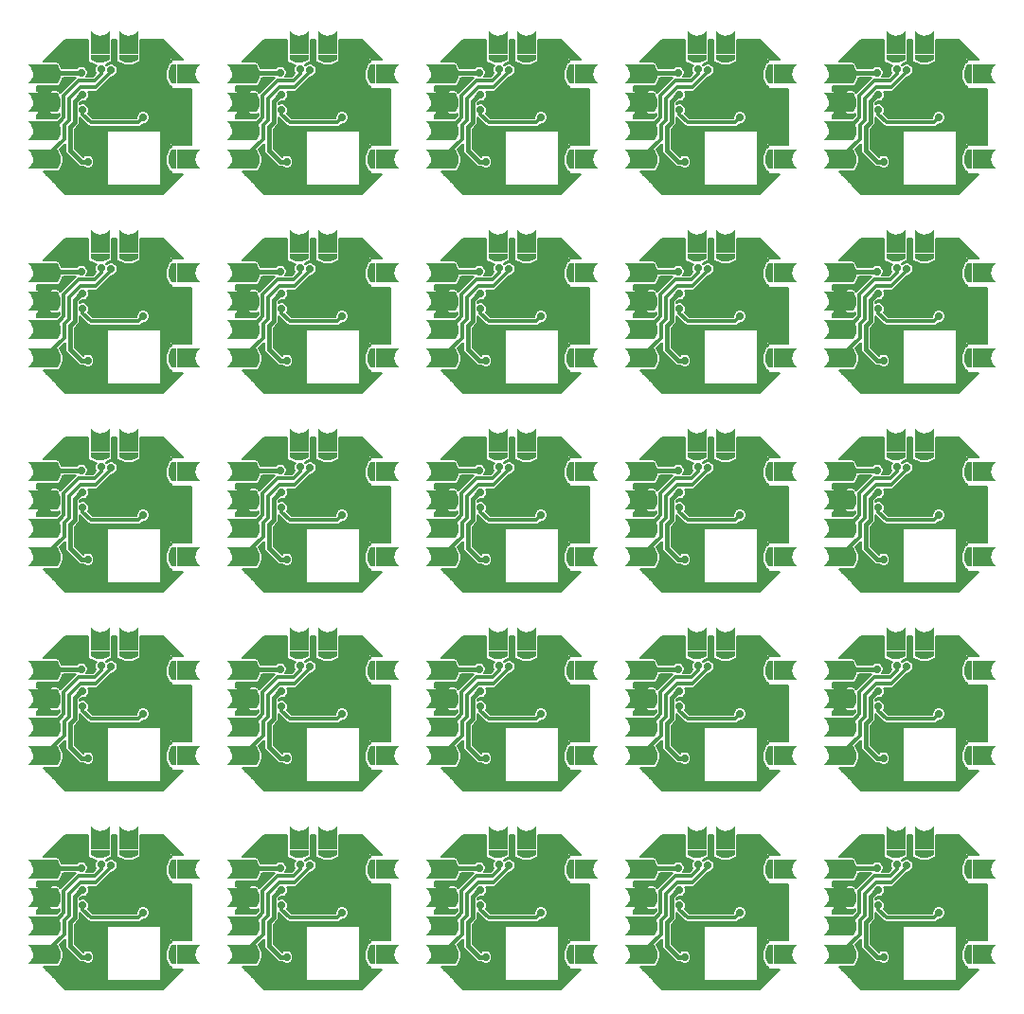
<source format=gbr>
G04 DipTrace 3.0.0.2*
G04 Bottom.gbr*
%MOIN*%
G04 #@! TF.FileFunction,Copper,L2,Bot*
G04 #@! TF.Part,Single*
%AMOUTLINE14*
4,1,35,
-0.01245,-0.021726,
-0.00495,-0.020573,
0.00085,-0.018223,
0.00455,-0.015223,
0.00755,-0.012223,
0.01005,-0.007793,
0.01105,-0.005223,
0.01185,-0.001474,
0.012249,0.000526,
0.01245,0.003777,
0.01155,0.006327,
0.01005,0.007827,
0.00905,0.008827,
0.00855,0.011344,
0.008749,0.012344,
0.009337,0.014344,
0.01055,0.015425,
0.007337,0.019327,
0.004337,0.017344,
0.003636,0.017344,
0.002219,0.020827,
0.00005,0.021327,
-0.00395,0.021726,
0.000249,0.011777,
0.000249,0.010526,
-0.00005,0.008827,
-0.00095,0.008425,
-0.00295,0.009226,
-0.00545,0.013777,
-0.00824,0.020526,
-0.01024,0.019526,
-0.012379,0.017026,
-0.00945,0.009526,
-0.01095,0.009777,
-0.01245,0.009777,
-0.01245,-0.021726,
0*%
G04 #@! TA.AperFunction,Conductor*
%ADD13C,0.012*%
%ADD15C,0.015*%
G04 #@! TA.AperFunction,CopperBalancing*
%ADD19C,0.006*%
G04 #@! TA.AperFunction,ComponentPad*
%ADD29R,0.066929X0.062992*%
%ADD30R,0.062992X0.066929*%
%ADD43C,0.028*%
G04 #@! TA.AperFunction,ViaPad*
%ADD48C,0.028*%
%ADD102OUTLINE14*%
%FSLAX26Y26*%
G04*
G70*
G90*
G75*
G01*
G04 Bottom*
%LPD*%
X934807Y975425D2*
D15*
Y992094D1*
X1023043Y1080331D1*
X934807Y904559D2*
Y918265D1*
X1012677D1*
X1092042Y838900D1*
X845290Y1056589D2*
D13*
Y1041143D1*
X821633Y1017486D1*
X765836D1*
X713205Y964854D1*
Y887419D1*
X691184Y865398D1*
X665398D1*
X640551Y840551D1*
X879520Y1053814D2*
Y1049142D1*
X825177Y994799D1*
X770148D1*
X731465Y956115D1*
Y878186D1*
X713640Y860362D1*
Y812301D1*
X641891Y740551D1*
X640551D1*
X778967Y913920D2*
Y899093D1*
X807202Y870858D1*
X974835D1*
X992492Y888516D1*
X779916Y967248D2*
D15*
Y974921D1*
X751026Y946031D1*
Y870108D1*
X734094Y853176D1*
Y772332D1*
X773646Y732781D1*
X796898D1*
X773945Y1046127D2*
X646127D1*
X640551Y1040551D1*
D48*
X879520Y1053814D3*
X845290Y1056589D3*
X778967Y913920D3*
X992492Y888516D3*
X754900Y1093510D3*
X796898Y732781D3*
X779916Y967248D3*
X1092042Y838900D3*
X1023043Y1080331D3*
X848182Y841664D3*
X773945Y1046127D3*
X713786Y1155698D2*
D19*
X797241D1*
X883860D2*
X897249D1*
X983856D2*
X1067312D1*
X707915Y1149829D2*
X797241D1*
X883860D2*
X897249D1*
X983856D2*
X1073184D1*
X702055Y1143961D2*
X797241D1*
X883860D2*
X897249D1*
X983856D2*
X1079055D1*
X696184Y1138092D2*
X797241D1*
X883860D2*
X897249D1*
X983856D2*
X1084925D1*
X690314Y1132223D2*
X797241D1*
X883860D2*
X897249D1*
X983856D2*
X1090785D1*
X684442Y1126354D2*
X797241D1*
X883860D2*
X897249D1*
X983856D2*
X1096656D1*
X678571Y1120486D2*
X797241D1*
X883860D2*
X897249D1*
X983856D2*
X1102528D1*
X672711Y1114617D2*
X797241D1*
X883860D2*
X897249D1*
X983856D2*
X1108399D1*
X666840Y1108748D2*
X797241D1*
X883860D2*
X897249D1*
X983856D2*
X1114269D1*
X660970Y1102879D2*
X797241D1*
X883860D2*
X897249D1*
X983856D2*
X1120129D1*
X655098Y1097010D2*
X797265D1*
X883836D2*
X897261D1*
X983833D2*
X1126000D1*
X649227Y1091142D2*
X797265D1*
X883836D2*
X897261D1*
X983833D2*
X1089472D1*
X643367Y1085273D2*
X799223D1*
X881879D2*
X899219D1*
X981887D2*
X1089472D1*
X698235Y1079404D2*
X808891D1*
X872211D2*
X908887D1*
X972207D2*
X1082864D1*
X701329Y1073535D2*
X820516D1*
X861794D2*
X866629D1*
X892415D2*
X920512D1*
X960594D2*
X1079769D1*
X704294Y1067667D2*
X764617D1*
X783266D2*
X824265D1*
X898778D2*
X1076804D1*
X791703Y1061798D2*
X822039D1*
X901942D2*
X1073852D1*
X795618Y1055929D2*
X821465D1*
X903266D2*
X1070980D1*
X797446Y1050060D2*
X822391D1*
X903055D2*
X1070488D1*
X797703Y1044192D2*
X825039D1*
X901274D2*
X1070488D1*
X796438Y1038323D2*
X820340D1*
X897442D2*
X1070488D1*
X889274Y1032454D2*
X1070488D1*
X710482Y1026585D2*
X752804D1*
X879102D2*
X1070617D1*
X707974Y1020717D2*
X746933D1*
X873231D2*
X1073136D1*
X705008Y1014848D2*
X741063D1*
X867360D2*
X1076089D1*
X702043Y1008979D2*
X735192D1*
X861490D2*
X1079055D1*
X699079Y1003110D2*
X729332D1*
X855618D2*
X1082020D1*
X620135Y997241D2*
X723461D1*
X849759D2*
X1089472D1*
X620135Y991373D2*
X717589D1*
X843887D2*
X1089472D1*
X620135Y985504D2*
X711719D1*
X838016D2*
X1160969D1*
X623903Y979635D2*
X663344D1*
X698071D2*
X705848D1*
X827165D2*
X1160969D1*
X625707Y973766D2*
X661433D1*
X802825D2*
X1160969D1*
X625696Y967898D2*
X661433D1*
X803751D2*
X1160969D1*
X625684Y962029D2*
X661433D1*
X803165D2*
X1160969D1*
X625672Y956160D2*
X661433D1*
X800938D2*
X1160969D1*
X625661Y950291D2*
X661433D1*
X796403D2*
X1160969D1*
X625650Y944423D2*
X661433D1*
X784883D2*
X1160969D1*
X625638Y938554D2*
X661433D1*
X768348D2*
X1160969D1*
X625626Y932685D2*
X661433D1*
X793274D2*
X1160969D1*
X625614Y926816D2*
X661433D1*
X798899D2*
X1160969D1*
X625602Y920948D2*
X661433D1*
X801723D2*
X1160969D1*
X625591Y915079D2*
X661433D1*
X802778D2*
X1160969D1*
X625579Y909210D2*
X661433D1*
X802322D2*
X981320D1*
X1003672D2*
X1160969D1*
X624770Y903341D2*
X662231D1*
X800259D2*
X973996D1*
X1010986D2*
X1160969D1*
X620135Y897472D2*
X697375D1*
X802719D2*
X970445D1*
X1014535D2*
X1160969D1*
X620135Y891604D2*
X695253D1*
X808591D2*
X968864D1*
X1016130D2*
X1160969D1*
X620135Y885735D2*
X689383D1*
X1016165D2*
X1160969D1*
X768348Y879866D2*
X776055D1*
X1014665D2*
X1160969D1*
X768348Y873997D2*
X781925D1*
X1011243D2*
X1160969D1*
X768231Y868129D2*
X787797D1*
X1004247D2*
X1160969D1*
X766403Y862260D2*
X793668D1*
X988367D2*
X1160969D1*
X761563Y856391D2*
X801848D1*
X980188D2*
X1160969D1*
X755692Y850522D2*
X1160969D1*
X751427Y844654D2*
X1160969D1*
X751427Y838785D2*
X865844D1*
X1055458D2*
X1160969D1*
X751427Y832916D2*
X865844D1*
X1055458D2*
X1160969D1*
X751427Y827047D2*
X865844D1*
X1055458D2*
X1160969D1*
X751427Y821178D2*
X865844D1*
X1055458D2*
X1160969D1*
X751427Y815310D2*
X865844D1*
X1055458D2*
X1160969D1*
X751427Y809441D2*
X865844D1*
X1055458D2*
X1160969D1*
X751427Y803572D2*
X865844D1*
X1055458D2*
X1160969D1*
X751427Y797703D2*
X865844D1*
X1055458D2*
X1160969D1*
X751427Y791835D2*
X865844D1*
X1055458D2*
X1089472D1*
X709438Y785966D2*
X716769D1*
X751427D2*
X865844D1*
X1055458D2*
X1089472D1*
X703567Y780097D2*
X716769D1*
X751427D2*
X865844D1*
X1055458D2*
X1083413D1*
X700978Y774228D2*
X716769D1*
X756454D2*
X865844D1*
X1055458D2*
X1080121D1*
X703942Y768360D2*
X717249D1*
X762325D2*
X865844D1*
X1055458D2*
X1077156D1*
X706907Y762491D2*
X719969D1*
X768196D2*
X865844D1*
X1055458D2*
X1074192D1*
X709848Y756622D2*
X725547D1*
X774055D2*
X865844D1*
X1055458D2*
X1071249D1*
X710610Y750753D2*
X731417D1*
X812235D2*
X865844D1*
X1055458D2*
X1070488D1*
X710610Y744885D2*
X737289D1*
X817333D2*
X865844D1*
X1055458D2*
X1070488D1*
X710610Y739016D2*
X743160D1*
X819887D2*
X865844D1*
X1055458D2*
X1070488D1*
X710610Y733147D2*
X749020D1*
X820731D2*
X865844D1*
X1055458D2*
X1070488D1*
X710575Y727278D2*
X754891D1*
X820075D2*
X865844D1*
X1055458D2*
X1070535D1*
X708314Y721409D2*
X760761D1*
X817766D2*
X865844D1*
X1055458D2*
X1072785D1*
X705360Y715541D2*
X780719D1*
X813079D2*
X865844D1*
X1055458D2*
X1075749D1*
X702395Y709672D2*
X793832D1*
X799966D2*
X865844D1*
X1055458D2*
X1078703D1*
X699430Y703803D2*
X865844D1*
X1055458D2*
X1081668D1*
X691895Y697934D2*
X865844D1*
X1055458D2*
X1089168D1*
X647130Y692066D2*
X865844D1*
X1055458D2*
X1089472D1*
X653001Y686197D2*
X865844D1*
X1055458D2*
X1128109D1*
X658860Y680328D2*
X865844D1*
X1055458D2*
X1122238D1*
X664731Y674459D2*
X865844D1*
X1055458D2*
X1116367D1*
X670602Y668591D2*
X865844D1*
X1055458D2*
X1110496D1*
X676474Y662722D2*
X865844D1*
X1055458D2*
X1104636D1*
X682344Y656853D2*
X865844D1*
X1055458D2*
X1098765D1*
X688203Y650984D2*
X865844D1*
X1055458D2*
X1092895D1*
X694075Y645115D2*
X1087024D1*
X699946Y639247D2*
X1081152D1*
X705818Y633378D2*
X1075293D1*
X711688Y627509D2*
X1069421D1*
X717547Y621640D2*
X1063551D1*
X883256Y1161588D2*
X883224Y1090226D1*
X882997Y1088794D1*
X882550Y1087415D1*
X881891Y1086123D1*
X881039Y1084950D1*
X880013Y1083925D1*
X878840Y1083073D1*
X875500Y1081350D1*
X860781Y1073919D1*
X862962Y1071682D1*
X863655Y1070803D1*
X865860Y1072615D1*
X868969Y1074521D1*
X872339Y1075916D1*
X875885Y1076768D1*
X879520Y1077054D1*
X883155Y1076768D1*
X886701Y1075916D1*
X890071Y1074521D1*
X893180Y1072615D1*
X895953Y1070247D1*
X898322Y1067474D1*
X900227Y1064365D1*
X901622Y1060995D1*
X902474Y1057449D1*
X902760Y1053814D1*
X902474Y1050178D1*
X901622Y1046633D1*
X900227Y1043262D1*
X898322Y1040154D1*
X895953Y1037381D1*
X893180Y1035012D1*
X890071Y1033106D1*
X886701Y1031711D1*
X883155Y1030860D1*
X882723Y1030808D1*
X835954Y984022D1*
X834135Y982470D1*
X832096Y981220D1*
X829887Y980304D1*
X827562Y979747D1*
X825177Y979559D1*
X824846Y979572D1*
X799619Y979559D1*
X800623Y977799D1*
X802018Y974429D1*
X802870Y970883D1*
X803156Y967248D1*
X802870Y963613D1*
X802018Y960067D1*
X800623Y956697D1*
X798718Y953588D1*
X796349Y950815D1*
X793576Y948446D1*
X790467Y946541D1*
X787097Y945146D1*
X783551Y944294D1*
X779916Y944008D1*
X776281Y944294D1*
X773564Y944911D1*
X767747Y939079D1*
X767766Y934278D1*
X770073Y935391D1*
X773542Y936518D1*
X777144Y937088D1*
X780790D1*
X784392Y936518D1*
X787861Y935391D1*
X791110Y933735D1*
X794060Y931592D1*
X796639Y929013D1*
X798782Y926063D1*
X800438Y922814D1*
X801566Y919345D1*
X802135Y915743D1*
Y912097D1*
X801566Y908495D1*
X800438Y905026D1*
X798782Y901777D1*
X798399Y901202D1*
X813534Y886079D1*
X968534Y886098D1*
X969252Y888516D1*
X969538Y892151D1*
X970390Y895697D1*
X971785Y899067D1*
X973690Y902176D1*
X976059Y904949D1*
X978832Y907318D1*
X981941Y909223D1*
X985311Y910618D1*
X988857Y911470D1*
X992492Y911756D1*
X996127Y911470D1*
X999673Y910618D1*
X1003043Y909223D1*
X1006152Y907318D1*
X1008925Y904949D1*
X1011294Y902176D1*
X1013199Y899067D1*
X1014594Y895697D1*
X1015446Y892151D1*
X1015732Y888516D1*
X1015446Y884881D1*
X1014594Y881335D1*
X1013199Y877965D1*
X1011294Y874856D1*
X1008925Y872083D1*
X1006152Y869714D1*
X1003043Y867808D1*
X999673Y866413D1*
X996127Y865562D1*
X992492Y865276D1*
X990846Y865340D1*
X984732Y859269D1*
X982798Y857864D1*
X980667Y856778D1*
X978392Y856039D1*
X976030Y855665D1*
X974835Y855618D1*
X806007Y855665D1*
X803644Y856039D1*
X801370Y856778D1*
X799239Y857864D1*
X797304Y859269D1*
X796425Y860081D1*
X767756Y888787D1*
X767715Y868795D1*
X767304Y866201D1*
X766492Y863702D1*
X765301Y861361D1*
X763756Y859236D1*
X762864Y858272D1*
X750824Y846231D1*
X750835Y779243D1*
X780593Y749507D1*
X783238Y751583D1*
X786346Y753488D1*
X789717Y754883D1*
X793262Y755735D1*
X796898Y756021D1*
X800533Y755735D1*
X804079Y754883D1*
X807449Y753488D1*
X810558Y751583D1*
X813331Y749214D1*
X815699Y746441D1*
X817605Y743332D1*
X819000Y739962D1*
X819852Y736416D1*
X820138Y732781D1*
X819852Y729146D1*
X819000Y725600D1*
X817605Y722230D1*
X815699Y719121D1*
X813331Y716348D1*
X810558Y713979D1*
X807449Y712073D1*
X804079Y710678D1*
X800533Y709827D1*
X796898Y709541D1*
X793262Y709827D1*
X789717Y710678D1*
X786346Y712073D1*
X783238Y713979D1*
X780783Y716052D1*
X772332Y716092D1*
X769738Y716503D1*
X767239Y717315D1*
X764899Y718508D1*
X762774Y720051D1*
X761808Y720944D1*
X721365Y761461D1*
X719822Y763585D1*
X718629Y765927D1*
X717816Y768424D1*
X717406Y771018D1*
X717354Y772332D1*
Y794492D1*
X699285Y776392D1*
X709337Y756453D1*
X709780Y755072D1*
X710001Y753639D1*
X710028Y749948D1*
X709999Y727429D1*
X709772Y725997D1*
X709324Y724618D1*
X707684Y721311D1*
X698047Y702290D1*
X697199Y701114D1*
X696177Y700085D1*
X695008Y699228D1*
X693718Y698566D1*
X692341Y698113D1*
X690909Y697881D1*
X687151Y697849D1*
X640728Y697846D1*
X719067Y619525D1*
X1062075Y619535D1*
X1130615Y688105D1*
X1090067Y688098D1*
Y697907D1*
X1088794Y698100D1*
X1087415Y698547D1*
X1086123Y699206D1*
X1084950Y700058D1*
X1083925Y701084D1*
X1083072Y702257D1*
X1081350Y705598D1*
X1071765Y724647D1*
X1071323Y726028D1*
X1071101Y727461D1*
X1071075Y731151D1*
X1071104Y753675D1*
X1071331Y755108D1*
X1071778Y756486D1*
X1073419Y759793D1*
X1083055Y778815D1*
X1083903Y779992D1*
X1084924Y781021D1*
X1086094Y781877D1*
X1087383Y782541D1*
X1088761Y782993D1*
X1089505Y783143D1*
X1090066Y783209D1*
X1090067Y793004D1*
X1161587D1*
X1161567Y984814D1*
Y988106D1*
X1090067Y988098D1*
Y997907D1*
X1088794Y998100D1*
X1087415Y998547D1*
X1086123Y999206D1*
X1084950Y1000058D1*
X1083925Y1001084D1*
X1083072Y1002257D1*
X1081350Y1005598D1*
X1071765Y1024647D1*
X1071323Y1026028D1*
X1071101Y1027461D1*
X1071075Y1031151D1*
X1071104Y1053675D1*
X1071331Y1055108D1*
X1071778Y1056486D1*
X1073419Y1059793D1*
X1083055Y1078815D1*
X1083903Y1079992D1*
X1084924Y1081021D1*
X1086094Y1081877D1*
X1087383Y1082541D1*
X1088761Y1082993D1*
X1089505Y1083143D1*
X1090066Y1083209D1*
X1090067Y1093004D1*
X1130626D1*
X1062035Y1161577D1*
X983261Y1161567D1*
X983222Y1090226D1*
X982995Y1088794D1*
X982547Y1087415D1*
X981888Y1086123D1*
X981037Y1084950D1*
X980012Y1083925D1*
X978839Y1083072D1*
X975497Y1081350D1*
X956451Y1071765D1*
X955070Y1071323D1*
X953638Y1071101D1*
X949946Y1071075D1*
X927428Y1071104D1*
X925995Y1071331D1*
X924617Y1071778D1*
X921310Y1073419D1*
X902289Y1083055D1*
X901113Y1083903D1*
X900084Y1084925D1*
X899227Y1086094D1*
X898564Y1087385D1*
X898110Y1088761D1*
X897879Y1090193D1*
X897848Y1093951D1*
X897846Y1161584D1*
X883253Y1161567D1*
X797864Y1099815D2*
X797846Y1161584D1*
X719028Y1161567D1*
X640741Y1083252D1*
X690877Y1083224D1*
X692308Y1082997D1*
X693688Y1082550D1*
X694979Y1081891D1*
X696152Y1081039D1*
X697177Y1080013D1*
X698030Y1078841D1*
X699752Y1075500D1*
X706127Y1062867D1*
X757819D1*
X760285Y1064929D1*
X763394Y1066835D1*
X766764Y1068230D1*
X770310Y1069081D1*
X773945Y1069367D1*
X777580Y1069081D1*
X781126Y1068230D1*
X784496Y1066835D1*
X787605Y1064929D1*
X790378Y1062560D1*
X792747Y1059787D1*
X794652Y1056678D1*
X796047Y1053308D1*
X796899Y1049762D1*
X797185Y1046127D1*
X796899Y1042492D1*
X796047Y1038946D1*
X794652Y1035576D1*
X792909Y1032710D1*
X815348Y1032726D1*
X826094Y1043500D1*
X824583Y1046038D1*
X823188Y1049408D1*
X822336Y1052954D1*
X822050Y1056589D1*
X822336Y1060224D1*
X823188Y1063770D1*
X824583Y1067140D1*
X826488Y1070249D1*
X827190Y1071139D1*
X826030Y1071323D1*
X824650Y1071765D1*
X802925Y1082703D1*
X801686Y1083457D1*
X800580Y1084394D1*
X799634Y1085493D1*
X798873Y1086726D1*
X798312Y1088064D1*
X797969Y1089472D1*
X797862Y1091283D1*
X797850Y1099823D1*
X619514Y883256D2*
X687495Y883251D1*
X697983Y893749D1*
X697965Y902196D1*
X697199Y901117D1*
X696177Y900088D1*
X695008Y899231D1*
X693718Y898568D1*
X692341Y898115D1*
X690909Y897883D1*
X687151Y897852D1*
X670539Y897881D1*
X669106Y898108D1*
X667728Y898555D1*
X666436Y899214D1*
X665262Y900066D1*
X664238Y901091D1*
X663386Y902264D1*
X662727Y903556D1*
X662280Y904934D1*
X662052Y906367D1*
X662024Y910092D1*
X662052Y974740D1*
X662280Y976172D1*
X662727Y977551D1*
X663386Y978843D1*
X664238Y980016D1*
X665262Y981041D1*
X666436Y981894D1*
X667728Y982551D1*
X669106Y983000D1*
X670539Y983226D1*
X674264Y983255D1*
X690877Y983226D1*
X692308Y983000D1*
X693688Y982551D1*
X694979Y981894D1*
X696152Y981041D1*
X697177Y980016D1*
X698030Y978843D1*
X699752Y975501D1*
X700728Y973567D1*
X701617Y974752D1*
X708793Y981995D1*
X755938Y1029073D1*
X756353Y1029402D1*
X710020Y1029387D1*
X709999Y1027429D1*
X709772Y1025997D1*
X709324Y1024618D1*
X707684Y1021311D1*
X698047Y1002290D1*
X697199Y1001114D1*
X696177Y1000085D1*
X695008Y999230D1*
X693718Y998566D1*
X692341Y998113D1*
X690909Y997881D1*
X687151Y997850D1*
X619518Y997846D1*
X619535Y982629D1*
X620709Y982028D1*
X621882Y981176D1*
X622908Y980150D1*
X623760Y978976D1*
X624419Y977685D1*
X624866Y976306D1*
X625093Y974874D1*
X625115Y971130D1*
X624953Y906348D1*
X624723Y904916D1*
X624273Y903538D1*
X623612Y902248D1*
X622757Y901076D1*
X621730Y900054D1*
X620555Y899203D1*
X619522Y898667D1*
X619535Y883253D1*
X869442Y842753D2*
X1054862D1*
Y648276D1*
X866442D1*
Y842753D1*
X869442D1*
D29*
X840551Y1140551D3*
X940551D3*
D30*
X640551Y740551D3*
Y840551D3*
Y1040551D3*
Y940551D3*
X1140551Y1040551D3*
Y740551D3*
D43*
X863941Y975425D3*
X899374D3*
X934807D3*
X863941Y939992D3*
X899374D3*
X934807D3*
X863941Y904559D3*
X899374D3*
X934807D3*
D102*
X833804Y923428D3*
G36*
X974010Y1194491D2*
Y1165359D1*
X906953Y1165221D1*
Y1194491D1*
X913387Y1186932D1*
X920560Y1181919D1*
X928471Y1178081D1*
X932671Y1176917D1*
X938718Y1176111D1*
X942514D1*
X948276Y1176917D1*
X952627Y1178081D1*
X960555Y1181919D1*
X967543Y1186551D1*
X974010Y1194491D1*
G37*
G36*
X928152Y1080315D2*
X907088Y1090951D1*
Y1109838D1*
X974010D1*
Y1090951D1*
X952946Y1080315D1*
X928152D1*
G37*
G36*
X874013Y1194491D2*
Y1165359D1*
X806955Y1165221D1*
Y1194491D1*
X813389Y1186932D1*
X820545Y1181919D1*
X828473Y1178081D1*
X832673Y1176917D1*
X838720Y1176111D1*
X842517D1*
X848278Y1176917D1*
X852629Y1178081D1*
X860557Y1181919D1*
X867545Y1186551D1*
X874013Y1194491D1*
G37*
G36*
X828154Y1080315D2*
X807090Y1090951D1*
Y1109838D1*
X874013D1*
Y1090951D1*
X852948Y1080315D1*
X828154D1*
G37*
G36*
X586611Y874010D2*
X615743D1*
X615881Y806953D1*
X586611D1*
X594171Y813387D1*
X599184Y820560D1*
X603021Y828471D1*
X604185Y832671D1*
X604992Y838718D1*
Y842514D1*
X604185Y848276D1*
X603021Y852627D1*
X599184Y860555D1*
X594551Y867543D1*
X586611Y874010D1*
G37*
G36*
X700787Y828152D2*
X690151Y807088D1*
X671264D1*
Y874010D1*
X690151D1*
X700787Y852946D1*
Y828152D1*
G37*
G36*
X586611Y774013D2*
X615743D1*
X615881Y706955D1*
X586611D1*
X594171Y713389D1*
X599184Y720545D1*
X603021Y728473D1*
X604185Y732673D1*
X604992Y738720D1*
Y742517D1*
X604185Y748278D1*
X603021Y752629D1*
X599184Y760557D1*
X594551Y767545D1*
X586611Y774013D1*
G37*
G36*
X700787Y728154D2*
X690151Y707090D1*
X671264D1*
Y774013D1*
X690151D1*
X700787Y752948D1*
Y728154D1*
G37*
G36*
X586611Y907092D2*
X615743D1*
X615881Y974149D1*
X586611D1*
X594171Y967715D1*
X599184Y960543D1*
X603021Y952631D1*
X604185Y948431D1*
X604992Y942384D1*
Y938588D1*
X604185Y932826D1*
X603021Y928476D1*
X599184Y920547D1*
X594551Y913559D1*
X586611Y907092D1*
G37*
G36*
X700787Y952950D2*
X690151Y974015D1*
X671264D1*
Y907092D1*
X690151D1*
X700787Y928156D1*
Y952950D1*
G37*
G36*
X586611Y1007090D2*
X615743D1*
X615881Y1074147D1*
X586611D1*
X594171Y1067713D1*
X599184Y1060557D1*
X603021Y1052629D1*
X604185Y1048429D1*
X604992Y1042382D1*
Y1038586D1*
X604185Y1032824D1*
X603021Y1028473D1*
X599184Y1020545D1*
X594551Y1013557D1*
X586611Y1007090D1*
G37*
G36*
X700787Y1052948D2*
X690151Y1074013D1*
X671264D1*
Y1007090D1*
X690151D1*
X700787Y1028154D1*
Y1052948D1*
G37*
G36*
X1194491Y1074017D2*
X1165359D1*
X1165221Y1006955D1*
X1194491D1*
X1186932Y1013386D1*
X1181919Y1020551D1*
X1178081Y1028478D1*
X1176917Y1032679D1*
X1176111Y1038715D1*
Y1042522D1*
X1176917Y1048280D1*
X1178081Y1052624D1*
X1181919Y1060550D1*
X1186551Y1067552D1*
X1194491Y1074017D1*
G37*
G36*
X1080315Y1028151D2*
X1090951Y1007085D1*
X1109838D1*
Y1074017D1*
X1090951D1*
X1080315Y1052950D1*
Y1028151D1*
G37*
G36*
X1194491Y774017D2*
X1165359D1*
X1165221Y706955D1*
X1194491D1*
X1186932Y713386D1*
X1181919Y720551D1*
X1178081Y728478D1*
X1176917Y732679D1*
X1176111Y738715D1*
Y742522D1*
X1176917Y748280D1*
X1178081Y752624D1*
X1181919Y760550D1*
X1186551Y767552D1*
X1194491Y774017D1*
G37*
G36*
X1080315Y728151D2*
X1090951Y707085D1*
X1109838D1*
Y774017D1*
X1090951D1*
X1080315Y752950D1*
Y728151D1*
G37*
X1634807Y975425D2*
D15*
Y992094D1*
X1723043Y1080331D1*
X1634807Y904559D2*
Y918265D1*
X1712677D1*
X1792042Y838900D1*
X1545290Y1056589D2*
D13*
Y1041143D1*
X1521633Y1017486D1*
X1465836D1*
X1413205Y964854D1*
Y887419D1*
X1391184Y865398D1*
X1365398D1*
X1340551Y840551D1*
X1579520Y1053814D2*
Y1049142D1*
X1525177Y994799D1*
X1470148D1*
X1431465Y956115D1*
Y878186D1*
X1413640Y860362D1*
Y812301D1*
X1341891Y740551D1*
X1340551D1*
X1478967Y913920D2*
Y899093D1*
X1507202Y870858D1*
X1674835D1*
X1692492Y888516D1*
X1479916Y967248D2*
D15*
Y974921D1*
X1451026Y946031D1*
Y870108D1*
X1434094Y853176D1*
Y772332D1*
X1473646Y732781D1*
X1496898D1*
X1473945Y1046127D2*
X1346127D1*
X1340551Y1040551D1*
D48*
X1579520Y1053814D3*
X1545290Y1056589D3*
X1478967Y913920D3*
X1692492Y888516D3*
X1454900Y1093510D3*
X1496898Y732781D3*
X1479916Y967248D3*
X1792042Y838900D3*
X1723043Y1080331D3*
X1548182Y841664D3*
X1473945Y1046127D3*
X1413786Y1155698D2*
D19*
X1497241D1*
X1583860D2*
X1597249D1*
X1683856D2*
X1767312D1*
X1407915Y1149829D2*
X1497241D1*
X1583860D2*
X1597249D1*
X1683856D2*
X1773184D1*
X1402055Y1143961D2*
X1497241D1*
X1583860D2*
X1597249D1*
X1683856D2*
X1779055D1*
X1396184Y1138092D2*
X1497241D1*
X1583860D2*
X1597249D1*
X1683856D2*
X1784925D1*
X1390314Y1132223D2*
X1497241D1*
X1583860D2*
X1597249D1*
X1683856D2*
X1790785D1*
X1384442Y1126354D2*
X1497241D1*
X1583860D2*
X1597249D1*
X1683856D2*
X1796656D1*
X1378571Y1120486D2*
X1497241D1*
X1583860D2*
X1597249D1*
X1683856D2*
X1802528D1*
X1372711Y1114617D2*
X1497241D1*
X1583860D2*
X1597249D1*
X1683856D2*
X1808399D1*
X1366840Y1108748D2*
X1497241D1*
X1583860D2*
X1597249D1*
X1683856D2*
X1814269D1*
X1360970Y1102879D2*
X1497241D1*
X1583860D2*
X1597249D1*
X1683856D2*
X1820129D1*
X1355098Y1097010D2*
X1497265D1*
X1583836D2*
X1597261D1*
X1683833D2*
X1826000D1*
X1349227Y1091142D2*
X1497265D1*
X1583836D2*
X1597261D1*
X1683833D2*
X1789472D1*
X1343367Y1085273D2*
X1499223D1*
X1581879D2*
X1599219D1*
X1681887D2*
X1789472D1*
X1398235Y1079404D2*
X1508891D1*
X1572211D2*
X1608887D1*
X1672207D2*
X1782864D1*
X1401329Y1073535D2*
X1520516D1*
X1561794D2*
X1566629D1*
X1592415D2*
X1620512D1*
X1660594D2*
X1779769D1*
X1404294Y1067667D2*
X1464617D1*
X1483266D2*
X1524265D1*
X1598778D2*
X1776804D1*
X1491703Y1061798D2*
X1522039D1*
X1601942D2*
X1773852D1*
X1495618Y1055929D2*
X1521465D1*
X1603266D2*
X1770980D1*
X1497446Y1050060D2*
X1522391D1*
X1603055D2*
X1770488D1*
X1497703Y1044192D2*
X1525039D1*
X1601274D2*
X1770488D1*
X1496438Y1038323D2*
X1520340D1*
X1597442D2*
X1770488D1*
X1589274Y1032454D2*
X1770488D1*
X1410482Y1026585D2*
X1452804D1*
X1579102D2*
X1770617D1*
X1407974Y1020717D2*
X1446933D1*
X1573231D2*
X1773136D1*
X1405008Y1014848D2*
X1441063D1*
X1567360D2*
X1776089D1*
X1402043Y1008979D2*
X1435192D1*
X1561490D2*
X1779055D1*
X1399079Y1003110D2*
X1429332D1*
X1555618D2*
X1782020D1*
X1320135Y997241D2*
X1423461D1*
X1549759D2*
X1789472D1*
X1320135Y991373D2*
X1417589D1*
X1543887D2*
X1789472D1*
X1320135Y985504D2*
X1411719D1*
X1538016D2*
X1860969D1*
X1323903Y979635D2*
X1363344D1*
X1398071D2*
X1405848D1*
X1527165D2*
X1860969D1*
X1325707Y973766D2*
X1361433D1*
X1502825D2*
X1860969D1*
X1325696Y967898D2*
X1361433D1*
X1503751D2*
X1860969D1*
X1325684Y962029D2*
X1361433D1*
X1503165D2*
X1860969D1*
X1325672Y956160D2*
X1361433D1*
X1500938D2*
X1860969D1*
X1325661Y950291D2*
X1361433D1*
X1496403D2*
X1860969D1*
X1325650Y944423D2*
X1361433D1*
X1484883D2*
X1860969D1*
X1325638Y938554D2*
X1361433D1*
X1468348D2*
X1860969D1*
X1325626Y932685D2*
X1361433D1*
X1493274D2*
X1860969D1*
X1325614Y926816D2*
X1361433D1*
X1498899D2*
X1860969D1*
X1325602Y920948D2*
X1361433D1*
X1501723D2*
X1860969D1*
X1325591Y915079D2*
X1361433D1*
X1502778D2*
X1860969D1*
X1325579Y909210D2*
X1361433D1*
X1502322D2*
X1681320D1*
X1703672D2*
X1860969D1*
X1324770Y903341D2*
X1362231D1*
X1500259D2*
X1673996D1*
X1710986D2*
X1860969D1*
X1320135Y897472D2*
X1397375D1*
X1502719D2*
X1670445D1*
X1714535D2*
X1860969D1*
X1320135Y891604D2*
X1395253D1*
X1508591D2*
X1668864D1*
X1716130D2*
X1860969D1*
X1320135Y885735D2*
X1389383D1*
X1716165D2*
X1860969D1*
X1468348Y879866D2*
X1476055D1*
X1714665D2*
X1860969D1*
X1468348Y873997D2*
X1481925D1*
X1711243D2*
X1860969D1*
X1468231Y868129D2*
X1487797D1*
X1704247D2*
X1860969D1*
X1466403Y862260D2*
X1493668D1*
X1688367D2*
X1860969D1*
X1461563Y856391D2*
X1501848D1*
X1680188D2*
X1860969D1*
X1455692Y850522D2*
X1860969D1*
X1451427Y844654D2*
X1860969D1*
X1451427Y838785D2*
X1565844D1*
X1755458D2*
X1860969D1*
X1451427Y832916D2*
X1565844D1*
X1755458D2*
X1860969D1*
X1451427Y827047D2*
X1565844D1*
X1755458D2*
X1860969D1*
X1451427Y821178D2*
X1565844D1*
X1755458D2*
X1860969D1*
X1451427Y815310D2*
X1565844D1*
X1755458D2*
X1860969D1*
X1451427Y809441D2*
X1565844D1*
X1755458D2*
X1860969D1*
X1451427Y803572D2*
X1565844D1*
X1755458D2*
X1860969D1*
X1451427Y797703D2*
X1565844D1*
X1755458D2*
X1860969D1*
X1451427Y791835D2*
X1565844D1*
X1755458D2*
X1789472D1*
X1409438Y785966D2*
X1416769D1*
X1451427D2*
X1565844D1*
X1755458D2*
X1789472D1*
X1403567Y780097D2*
X1416769D1*
X1451427D2*
X1565844D1*
X1755458D2*
X1783413D1*
X1400978Y774228D2*
X1416769D1*
X1456454D2*
X1565844D1*
X1755458D2*
X1780121D1*
X1403942Y768360D2*
X1417249D1*
X1462325D2*
X1565844D1*
X1755458D2*
X1777156D1*
X1406907Y762491D2*
X1419969D1*
X1468196D2*
X1565844D1*
X1755458D2*
X1774192D1*
X1409848Y756622D2*
X1425547D1*
X1474055D2*
X1565844D1*
X1755458D2*
X1771249D1*
X1410610Y750753D2*
X1431417D1*
X1512235D2*
X1565844D1*
X1755458D2*
X1770488D1*
X1410610Y744885D2*
X1437289D1*
X1517333D2*
X1565844D1*
X1755458D2*
X1770488D1*
X1410610Y739016D2*
X1443160D1*
X1519887D2*
X1565844D1*
X1755458D2*
X1770488D1*
X1410610Y733147D2*
X1449020D1*
X1520731D2*
X1565844D1*
X1755458D2*
X1770488D1*
X1410575Y727278D2*
X1454891D1*
X1520075D2*
X1565844D1*
X1755458D2*
X1770535D1*
X1408314Y721409D2*
X1460761D1*
X1517766D2*
X1565844D1*
X1755458D2*
X1772785D1*
X1405360Y715541D2*
X1480719D1*
X1513079D2*
X1565844D1*
X1755458D2*
X1775749D1*
X1402395Y709672D2*
X1493832D1*
X1499966D2*
X1565844D1*
X1755458D2*
X1778703D1*
X1399430Y703803D2*
X1565844D1*
X1755458D2*
X1781668D1*
X1391895Y697934D2*
X1565844D1*
X1755458D2*
X1789168D1*
X1347130Y692066D2*
X1565844D1*
X1755458D2*
X1789472D1*
X1353001Y686197D2*
X1565844D1*
X1755458D2*
X1828109D1*
X1358860Y680328D2*
X1565844D1*
X1755458D2*
X1822238D1*
X1364731Y674459D2*
X1565844D1*
X1755458D2*
X1816367D1*
X1370602Y668591D2*
X1565844D1*
X1755458D2*
X1810496D1*
X1376474Y662722D2*
X1565844D1*
X1755458D2*
X1804636D1*
X1382344Y656853D2*
X1565844D1*
X1755458D2*
X1798765D1*
X1388203Y650984D2*
X1565844D1*
X1755458D2*
X1792895D1*
X1394075Y645115D2*
X1787024D1*
X1399946Y639247D2*
X1781152D1*
X1405818Y633378D2*
X1775293D1*
X1411688Y627509D2*
X1769421D1*
X1417547Y621640D2*
X1763551D1*
X1583256Y1161588D2*
X1583224Y1090226D1*
X1582997Y1088794D1*
X1582550Y1087415D1*
X1581891Y1086123D1*
X1581039Y1084950D1*
X1580013Y1083925D1*
X1578840Y1083073D1*
X1575500Y1081350D1*
X1560781Y1073919D1*
X1562962Y1071682D1*
X1563655Y1070803D1*
X1565860Y1072615D1*
X1568969Y1074521D1*
X1572339Y1075916D1*
X1575885Y1076768D1*
X1579520Y1077054D1*
X1583155Y1076768D1*
X1586701Y1075916D1*
X1590071Y1074521D1*
X1593180Y1072615D1*
X1595953Y1070247D1*
X1598322Y1067474D1*
X1600227Y1064365D1*
X1601622Y1060995D1*
X1602474Y1057449D1*
X1602760Y1053814D1*
X1602474Y1050178D1*
X1601622Y1046633D1*
X1600227Y1043262D1*
X1598322Y1040154D1*
X1595953Y1037381D1*
X1593180Y1035012D1*
X1590071Y1033106D1*
X1586701Y1031711D1*
X1583155Y1030860D1*
X1582723Y1030808D1*
X1535954Y984022D1*
X1534135Y982470D1*
X1532096Y981220D1*
X1529887Y980304D1*
X1527562Y979747D1*
X1525177Y979559D1*
X1524846Y979572D1*
X1499619Y979559D1*
X1500623Y977799D1*
X1502018Y974429D1*
X1502870Y970883D1*
X1503156Y967248D1*
X1502870Y963613D1*
X1502018Y960067D1*
X1500623Y956697D1*
X1498718Y953588D1*
X1496349Y950815D1*
X1493576Y948446D1*
X1490467Y946541D1*
X1487097Y945146D1*
X1483551Y944294D1*
X1479916Y944008D1*
X1476281Y944294D1*
X1473564Y944911D1*
X1467747Y939079D1*
X1467766Y934278D1*
X1470073Y935391D1*
X1473542Y936518D1*
X1477144Y937088D1*
X1480790D1*
X1484392Y936518D1*
X1487861Y935391D1*
X1491110Y933735D1*
X1494060Y931592D1*
X1496639Y929013D1*
X1498782Y926063D1*
X1500438Y922814D1*
X1501566Y919345D1*
X1502135Y915743D1*
Y912097D1*
X1501566Y908495D1*
X1500438Y905026D1*
X1498782Y901777D1*
X1498399Y901202D1*
X1513534Y886079D1*
X1668534Y886098D1*
X1669252Y888516D1*
X1669538Y892151D1*
X1670390Y895697D1*
X1671785Y899067D1*
X1673690Y902176D1*
X1676059Y904949D1*
X1678832Y907318D1*
X1681941Y909223D1*
X1685311Y910618D1*
X1688857Y911470D1*
X1692492Y911756D1*
X1696127Y911470D1*
X1699673Y910618D1*
X1703043Y909223D1*
X1706152Y907318D1*
X1708925Y904949D1*
X1711294Y902176D1*
X1713199Y899067D1*
X1714594Y895697D1*
X1715446Y892151D1*
X1715732Y888516D1*
X1715446Y884881D1*
X1714594Y881335D1*
X1713199Y877965D1*
X1711294Y874856D1*
X1708925Y872083D1*
X1706152Y869714D1*
X1703043Y867808D1*
X1699673Y866413D1*
X1696127Y865562D1*
X1692492Y865276D1*
X1690846Y865340D1*
X1684732Y859269D1*
X1682798Y857864D1*
X1680667Y856778D1*
X1678392Y856039D1*
X1676030Y855665D1*
X1674835Y855618D1*
X1506007Y855665D1*
X1503644Y856039D1*
X1501370Y856778D1*
X1499239Y857864D1*
X1497304Y859269D1*
X1496425Y860081D1*
X1467756Y888787D1*
X1467715Y868795D1*
X1467304Y866201D1*
X1466492Y863702D1*
X1465301Y861361D1*
X1463756Y859236D1*
X1462864Y858272D1*
X1450824Y846231D1*
X1450835Y779243D1*
X1480593Y749507D1*
X1483238Y751583D1*
X1486346Y753488D1*
X1489717Y754883D1*
X1493262Y755735D1*
X1496898Y756021D1*
X1500533Y755735D1*
X1504079Y754883D1*
X1507449Y753488D1*
X1510558Y751583D1*
X1513331Y749214D1*
X1515699Y746441D1*
X1517605Y743332D1*
X1519000Y739962D1*
X1519852Y736416D1*
X1520138Y732781D1*
X1519852Y729146D1*
X1519000Y725600D1*
X1517605Y722230D1*
X1515699Y719121D1*
X1513331Y716348D1*
X1510558Y713979D1*
X1507449Y712073D1*
X1504079Y710678D1*
X1500533Y709827D1*
X1496898Y709541D1*
X1493262Y709827D1*
X1489717Y710678D1*
X1486346Y712073D1*
X1483238Y713979D1*
X1480783Y716052D1*
X1472332Y716092D1*
X1469738Y716503D1*
X1467239Y717315D1*
X1464899Y718508D1*
X1462774Y720051D1*
X1461808Y720944D1*
X1421365Y761461D1*
X1419822Y763585D1*
X1418629Y765927D1*
X1417816Y768424D1*
X1417406Y771018D1*
X1417354Y772332D1*
Y794492D1*
X1399285Y776392D1*
X1409337Y756453D1*
X1409780Y755072D1*
X1410001Y753639D1*
X1410028Y749948D1*
X1409999Y727429D1*
X1409772Y725997D1*
X1409324Y724618D1*
X1407684Y721311D1*
X1398047Y702290D1*
X1397199Y701114D1*
X1396177Y700085D1*
X1395008Y699228D1*
X1393718Y698566D1*
X1392341Y698113D1*
X1390909Y697881D1*
X1387151Y697849D1*
X1340728Y697846D1*
X1419067Y619525D1*
X1762075Y619535D1*
X1830615Y688105D1*
X1790067Y688098D1*
Y697907D1*
X1788794Y698100D1*
X1787415Y698547D1*
X1786123Y699206D1*
X1784950Y700058D1*
X1783925Y701084D1*
X1783072Y702257D1*
X1781350Y705598D1*
X1771765Y724647D1*
X1771323Y726028D1*
X1771101Y727461D1*
X1771075Y731151D1*
X1771104Y753675D1*
X1771331Y755108D1*
X1771778Y756486D1*
X1773419Y759793D1*
X1783055Y778815D1*
X1783903Y779992D1*
X1784924Y781021D1*
X1786094Y781877D1*
X1787383Y782541D1*
X1788761Y782993D1*
X1789505Y783143D1*
X1790066Y783209D1*
X1790067Y793004D1*
X1861587D1*
X1861567Y984814D1*
Y988106D1*
X1790067Y988098D1*
Y997907D1*
X1788794Y998100D1*
X1787415Y998547D1*
X1786123Y999206D1*
X1784950Y1000058D1*
X1783925Y1001084D1*
X1783072Y1002257D1*
X1781350Y1005598D1*
X1771765Y1024647D1*
X1771323Y1026028D1*
X1771101Y1027461D1*
X1771075Y1031151D1*
X1771104Y1053675D1*
X1771331Y1055108D1*
X1771778Y1056486D1*
X1773419Y1059793D1*
X1783055Y1078815D1*
X1783903Y1079992D1*
X1784924Y1081021D1*
X1786094Y1081877D1*
X1787383Y1082541D1*
X1788761Y1082993D1*
X1789505Y1083143D1*
X1790066Y1083209D1*
X1790067Y1093004D1*
X1830626D1*
X1762035Y1161577D1*
X1683261Y1161567D1*
X1683222Y1090226D1*
X1682995Y1088794D1*
X1682547Y1087415D1*
X1681888Y1086123D1*
X1681037Y1084950D1*
X1680012Y1083925D1*
X1678839Y1083072D1*
X1675497Y1081350D1*
X1656451Y1071765D1*
X1655070Y1071323D1*
X1653638Y1071101D1*
X1649946Y1071075D1*
X1627428Y1071104D1*
X1625995Y1071331D1*
X1624617Y1071778D1*
X1621310Y1073419D1*
X1602289Y1083055D1*
X1601113Y1083903D1*
X1600084Y1084925D1*
X1599227Y1086094D1*
X1598564Y1087385D1*
X1598110Y1088761D1*
X1597879Y1090193D1*
X1597848Y1093951D1*
X1597846Y1161584D1*
X1583253Y1161567D1*
X1497864Y1099815D2*
X1497846Y1161584D1*
X1419028Y1161567D1*
X1340741Y1083252D1*
X1390877Y1083224D1*
X1392308Y1082997D1*
X1393688Y1082550D1*
X1394979Y1081891D1*
X1396152Y1081039D1*
X1397177Y1080013D1*
X1398030Y1078841D1*
X1399752Y1075500D1*
X1406127Y1062867D1*
X1457819D1*
X1460285Y1064929D1*
X1463394Y1066835D1*
X1466764Y1068230D1*
X1470310Y1069081D1*
X1473945Y1069367D1*
X1477580Y1069081D1*
X1481126Y1068230D1*
X1484496Y1066835D1*
X1487605Y1064929D1*
X1490378Y1062560D1*
X1492747Y1059787D1*
X1494652Y1056678D1*
X1496047Y1053308D1*
X1496899Y1049762D1*
X1497185Y1046127D1*
X1496899Y1042492D1*
X1496047Y1038946D1*
X1494652Y1035576D1*
X1492909Y1032710D1*
X1515348Y1032726D1*
X1526094Y1043500D1*
X1524583Y1046038D1*
X1523188Y1049408D1*
X1522336Y1052954D1*
X1522050Y1056589D1*
X1522336Y1060224D1*
X1523188Y1063770D1*
X1524583Y1067140D1*
X1526488Y1070249D1*
X1527190Y1071139D1*
X1526030Y1071323D1*
X1524650Y1071765D1*
X1502925Y1082703D1*
X1501686Y1083457D1*
X1500580Y1084394D1*
X1499634Y1085493D1*
X1498873Y1086726D1*
X1498312Y1088064D1*
X1497969Y1089472D1*
X1497862Y1091283D1*
X1497850Y1099823D1*
X1319514Y883256D2*
X1387495Y883251D1*
X1397983Y893749D1*
X1397965Y902196D1*
X1397199Y901117D1*
X1396177Y900088D1*
X1395008Y899231D1*
X1393718Y898568D1*
X1392341Y898115D1*
X1390909Y897883D1*
X1387151Y897852D1*
X1370539Y897881D1*
X1369106Y898108D1*
X1367728Y898555D1*
X1366436Y899214D1*
X1365262Y900066D1*
X1364238Y901091D1*
X1363386Y902264D1*
X1362727Y903556D1*
X1362280Y904934D1*
X1362052Y906367D1*
X1362024Y910092D1*
X1362052Y974740D1*
X1362280Y976172D1*
X1362727Y977551D1*
X1363386Y978843D1*
X1364238Y980016D1*
X1365262Y981041D1*
X1366436Y981894D1*
X1367728Y982551D1*
X1369106Y983000D1*
X1370539Y983226D1*
X1374264Y983255D1*
X1390877Y983226D1*
X1392308Y983000D1*
X1393688Y982551D1*
X1394979Y981894D1*
X1396152Y981041D1*
X1397177Y980016D1*
X1398030Y978843D1*
X1399752Y975501D1*
X1400728Y973567D1*
X1401617Y974752D1*
X1408793Y981995D1*
X1455938Y1029073D1*
X1456353Y1029402D1*
X1410020Y1029387D1*
X1409999Y1027429D1*
X1409772Y1025997D1*
X1409324Y1024618D1*
X1407684Y1021311D1*
X1398047Y1002290D1*
X1397199Y1001114D1*
X1396177Y1000085D1*
X1395008Y999230D1*
X1393718Y998566D1*
X1392341Y998113D1*
X1390909Y997881D1*
X1387151Y997850D1*
X1319518Y997846D1*
X1319535Y982629D1*
X1320709Y982028D1*
X1321882Y981176D1*
X1322908Y980150D1*
X1323760Y978976D1*
X1324419Y977685D1*
X1324866Y976306D1*
X1325093Y974874D1*
X1325115Y971130D1*
X1324953Y906348D1*
X1324723Y904916D1*
X1324273Y903538D1*
X1323612Y902248D1*
X1322757Y901076D1*
X1321730Y900054D1*
X1320555Y899203D1*
X1319522Y898667D1*
X1319535Y883253D1*
X1569442Y842753D2*
X1754862D1*
Y648276D1*
X1566442D1*
Y842753D1*
X1569442D1*
D29*
X1540551Y1140551D3*
X1640551D3*
D30*
X1340551Y740551D3*
Y840551D3*
Y1040551D3*
Y940551D3*
X1840551Y1040551D3*
Y740551D3*
D43*
X1563941Y975425D3*
X1599374D3*
X1634807D3*
X1563941Y939992D3*
X1599374D3*
X1634807D3*
X1563941Y904559D3*
X1599374D3*
X1634807D3*
D102*
X1533804Y923428D3*
G36*
X1674010Y1194491D2*
Y1165359D1*
X1606953Y1165221D1*
Y1194491D1*
X1613387Y1186932D1*
X1620560Y1181919D1*
X1628471Y1178081D1*
X1632671Y1176917D1*
X1638718Y1176111D1*
X1642514D1*
X1648276Y1176917D1*
X1652627Y1178081D1*
X1660555Y1181919D1*
X1667543Y1186551D1*
X1674010Y1194491D1*
G37*
G36*
X1628152Y1080315D2*
X1607088Y1090951D1*
Y1109838D1*
X1674010D1*
Y1090951D1*
X1652946Y1080315D1*
X1628152D1*
G37*
G36*
X1574013Y1194491D2*
Y1165359D1*
X1506955Y1165221D1*
Y1194491D1*
X1513389Y1186932D1*
X1520545Y1181919D1*
X1528473Y1178081D1*
X1532673Y1176917D1*
X1538720Y1176111D1*
X1542517D1*
X1548278Y1176917D1*
X1552629Y1178081D1*
X1560557Y1181919D1*
X1567545Y1186551D1*
X1574013Y1194491D1*
G37*
G36*
X1528154Y1080315D2*
X1507090Y1090951D1*
Y1109838D1*
X1574013D1*
Y1090951D1*
X1552948Y1080315D1*
X1528154D1*
G37*
G36*
X1286611Y874010D2*
X1315743D1*
X1315881Y806953D1*
X1286611D1*
X1294171Y813387D1*
X1299184Y820560D1*
X1303021Y828471D1*
X1304185Y832671D1*
X1304992Y838718D1*
Y842514D1*
X1304185Y848276D1*
X1303021Y852627D1*
X1299184Y860555D1*
X1294551Y867543D1*
X1286611Y874010D1*
G37*
G36*
X1400787Y828152D2*
X1390151Y807088D1*
X1371264D1*
Y874010D1*
X1390151D1*
X1400787Y852946D1*
Y828152D1*
G37*
G36*
X1286611Y774013D2*
X1315743D1*
X1315881Y706955D1*
X1286611D1*
X1294171Y713389D1*
X1299184Y720545D1*
X1303021Y728473D1*
X1304185Y732673D1*
X1304992Y738720D1*
Y742517D1*
X1304185Y748278D1*
X1303021Y752629D1*
X1299184Y760557D1*
X1294551Y767545D1*
X1286611Y774013D1*
G37*
G36*
X1400787Y728154D2*
X1390151Y707090D1*
X1371264D1*
Y774013D1*
X1390151D1*
X1400787Y752948D1*
Y728154D1*
G37*
G36*
X1286611Y907092D2*
X1315743D1*
X1315881Y974149D1*
X1286611D1*
X1294171Y967715D1*
X1299184Y960543D1*
X1303021Y952631D1*
X1304185Y948431D1*
X1304992Y942384D1*
Y938588D1*
X1304185Y932826D1*
X1303021Y928476D1*
X1299184Y920547D1*
X1294551Y913559D1*
X1286611Y907092D1*
G37*
G36*
X1400787Y952950D2*
X1390151Y974015D1*
X1371264D1*
Y907092D1*
X1390151D1*
X1400787Y928156D1*
Y952950D1*
G37*
G36*
X1286611Y1007090D2*
X1315743D1*
X1315881Y1074147D1*
X1286611D1*
X1294171Y1067713D1*
X1299184Y1060557D1*
X1303021Y1052629D1*
X1304185Y1048429D1*
X1304992Y1042382D1*
Y1038586D1*
X1304185Y1032824D1*
X1303021Y1028473D1*
X1299184Y1020545D1*
X1294551Y1013557D1*
X1286611Y1007090D1*
G37*
G36*
X1400787Y1052948D2*
X1390151Y1074013D1*
X1371264D1*
Y1007090D1*
X1390151D1*
X1400787Y1028154D1*
Y1052948D1*
G37*
G36*
X1894491Y1074017D2*
X1865359D1*
X1865221Y1006955D1*
X1894491D1*
X1886932Y1013386D1*
X1881919Y1020551D1*
X1878081Y1028478D1*
X1876917Y1032679D1*
X1876111Y1038715D1*
Y1042522D1*
X1876917Y1048280D1*
X1878081Y1052624D1*
X1881919Y1060550D1*
X1886551Y1067552D1*
X1894491Y1074017D1*
G37*
G36*
X1780315Y1028151D2*
X1790951Y1007085D1*
X1809838D1*
Y1074017D1*
X1790951D1*
X1780315Y1052950D1*
Y1028151D1*
G37*
G36*
X1894491Y774017D2*
X1865359D1*
X1865221Y706955D1*
X1894491D1*
X1886932Y713386D1*
X1881919Y720551D1*
X1878081Y728478D1*
X1876917Y732679D1*
X1876111Y738715D1*
Y742522D1*
X1876917Y748280D1*
X1878081Y752624D1*
X1881919Y760550D1*
X1886551Y767552D1*
X1894491Y774017D1*
G37*
G36*
X1780315Y728151D2*
X1790951Y707085D1*
X1809838D1*
Y774017D1*
X1790951D1*
X1780315Y752950D1*
Y728151D1*
G37*
X2334807Y975425D2*
D15*
Y992094D1*
X2423043Y1080331D1*
X2334807Y904559D2*
Y918265D1*
X2412677D1*
X2492042Y838900D1*
X2245290Y1056589D2*
D13*
Y1041143D1*
X2221633Y1017486D1*
X2165836D1*
X2113205Y964854D1*
Y887419D1*
X2091184Y865398D1*
X2065398D1*
X2040551Y840551D1*
X2279520Y1053814D2*
Y1049142D1*
X2225177Y994799D1*
X2170148D1*
X2131465Y956115D1*
Y878186D1*
X2113640Y860362D1*
Y812301D1*
X2041891Y740551D1*
X2040551D1*
X2178967Y913920D2*
Y899093D1*
X2207202Y870858D1*
X2374835D1*
X2392492Y888516D1*
X2179916Y967248D2*
D15*
Y974921D1*
X2151026Y946031D1*
Y870108D1*
X2134094Y853176D1*
Y772332D1*
X2173646Y732781D1*
X2196898D1*
X2173945Y1046127D2*
X2046127D1*
X2040551Y1040551D1*
D48*
X2279520Y1053814D3*
X2245290Y1056589D3*
X2178967Y913920D3*
X2392492Y888516D3*
X2154900Y1093510D3*
X2196898Y732781D3*
X2179916Y967248D3*
X2492042Y838900D3*
X2423043Y1080331D3*
X2248182Y841664D3*
X2173945Y1046127D3*
X2113786Y1155698D2*
D19*
X2197241D1*
X2283860D2*
X2297249D1*
X2383856D2*
X2467312D1*
X2107915Y1149829D2*
X2197241D1*
X2283860D2*
X2297249D1*
X2383856D2*
X2473184D1*
X2102055Y1143961D2*
X2197241D1*
X2283860D2*
X2297249D1*
X2383856D2*
X2479055D1*
X2096184Y1138092D2*
X2197241D1*
X2283860D2*
X2297249D1*
X2383856D2*
X2484925D1*
X2090314Y1132223D2*
X2197241D1*
X2283860D2*
X2297249D1*
X2383856D2*
X2490785D1*
X2084442Y1126354D2*
X2197241D1*
X2283860D2*
X2297249D1*
X2383856D2*
X2496656D1*
X2078571Y1120486D2*
X2197241D1*
X2283860D2*
X2297249D1*
X2383856D2*
X2502528D1*
X2072711Y1114617D2*
X2197241D1*
X2283860D2*
X2297249D1*
X2383856D2*
X2508399D1*
X2066840Y1108748D2*
X2197241D1*
X2283860D2*
X2297249D1*
X2383856D2*
X2514269D1*
X2060970Y1102879D2*
X2197241D1*
X2283860D2*
X2297249D1*
X2383856D2*
X2520129D1*
X2055098Y1097010D2*
X2197265D1*
X2283836D2*
X2297261D1*
X2383833D2*
X2526000D1*
X2049227Y1091142D2*
X2197265D1*
X2283836D2*
X2297261D1*
X2383833D2*
X2489472D1*
X2043367Y1085273D2*
X2199223D1*
X2281879D2*
X2299219D1*
X2381887D2*
X2489472D1*
X2098235Y1079404D2*
X2208891D1*
X2272211D2*
X2308887D1*
X2372207D2*
X2482864D1*
X2101329Y1073535D2*
X2220516D1*
X2261794D2*
X2266629D1*
X2292415D2*
X2320512D1*
X2360594D2*
X2479769D1*
X2104294Y1067667D2*
X2164617D1*
X2183266D2*
X2224265D1*
X2298778D2*
X2476804D1*
X2191703Y1061798D2*
X2222039D1*
X2301942D2*
X2473852D1*
X2195618Y1055929D2*
X2221465D1*
X2303266D2*
X2470980D1*
X2197446Y1050060D2*
X2222391D1*
X2303055D2*
X2470488D1*
X2197703Y1044192D2*
X2225039D1*
X2301274D2*
X2470488D1*
X2196438Y1038323D2*
X2220340D1*
X2297442D2*
X2470488D1*
X2289274Y1032454D2*
X2470488D1*
X2110482Y1026585D2*
X2152804D1*
X2279102D2*
X2470617D1*
X2107974Y1020717D2*
X2146933D1*
X2273231D2*
X2473136D1*
X2105008Y1014848D2*
X2141063D1*
X2267360D2*
X2476089D1*
X2102043Y1008979D2*
X2135192D1*
X2261490D2*
X2479055D1*
X2099079Y1003110D2*
X2129332D1*
X2255618D2*
X2482020D1*
X2020135Y997241D2*
X2123461D1*
X2249759D2*
X2489472D1*
X2020135Y991373D2*
X2117589D1*
X2243887D2*
X2489472D1*
X2020135Y985504D2*
X2111719D1*
X2238016D2*
X2560969D1*
X2023903Y979635D2*
X2063344D1*
X2098071D2*
X2105848D1*
X2227165D2*
X2560969D1*
X2025707Y973766D2*
X2061433D1*
X2202825D2*
X2560969D1*
X2025696Y967898D2*
X2061433D1*
X2203751D2*
X2560969D1*
X2025684Y962029D2*
X2061433D1*
X2203165D2*
X2560969D1*
X2025672Y956160D2*
X2061433D1*
X2200938D2*
X2560969D1*
X2025661Y950291D2*
X2061433D1*
X2196403D2*
X2560969D1*
X2025650Y944423D2*
X2061433D1*
X2184883D2*
X2560969D1*
X2025638Y938554D2*
X2061433D1*
X2168348D2*
X2560969D1*
X2025626Y932685D2*
X2061433D1*
X2193274D2*
X2560969D1*
X2025614Y926816D2*
X2061433D1*
X2198899D2*
X2560969D1*
X2025602Y920948D2*
X2061433D1*
X2201723D2*
X2560969D1*
X2025591Y915079D2*
X2061433D1*
X2202778D2*
X2560969D1*
X2025579Y909210D2*
X2061433D1*
X2202322D2*
X2381320D1*
X2403672D2*
X2560969D1*
X2024770Y903341D2*
X2062231D1*
X2200259D2*
X2373996D1*
X2410986D2*
X2560969D1*
X2020135Y897472D2*
X2097375D1*
X2202719D2*
X2370445D1*
X2414535D2*
X2560969D1*
X2020135Y891604D2*
X2095253D1*
X2208591D2*
X2368864D1*
X2416130D2*
X2560969D1*
X2020135Y885735D2*
X2089383D1*
X2416165D2*
X2560969D1*
X2168348Y879866D2*
X2176055D1*
X2414665D2*
X2560969D1*
X2168348Y873997D2*
X2181925D1*
X2411243D2*
X2560969D1*
X2168231Y868129D2*
X2187797D1*
X2404247D2*
X2560969D1*
X2166403Y862260D2*
X2193668D1*
X2388367D2*
X2560969D1*
X2161563Y856391D2*
X2201848D1*
X2380188D2*
X2560969D1*
X2155692Y850522D2*
X2560969D1*
X2151427Y844654D2*
X2560969D1*
X2151427Y838785D2*
X2265844D1*
X2455458D2*
X2560969D1*
X2151427Y832916D2*
X2265844D1*
X2455458D2*
X2560969D1*
X2151427Y827047D2*
X2265844D1*
X2455458D2*
X2560969D1*
X2151427Y821178D2*
X2265844D1*
X2455458D2*
X2560969D1*
X2151427Y815310D2*
X2265844D1*
X2455458D2*
X2560969D1*
X2151427Y809441D2*
X2265844D1*
X2455458D2*
X2560969D1*
X2151427Y803572D2*
X2265844D1*
X2455458D2*
X2560969D1*
X2151427Y797703D2*
X2265844D1*
X2455458D2*
X2560969D1*
X2151427Y791835D2*
X2265844D1*
X2455458D2*
X2489472D1*
X2109438Y785966D2*
X2116769D1*
X2151427D2*
X2265844D1*
X2455458D2*
X2489472D1*
X2103567Y780097D2*
X2116769D1*
X2151427D2*
X2265844D1*
X2455458D2*
X2483413D1*
X2100978Y774228D2*
X2116769D1*
X2156454D2*
X2265844D1*
X2455458D2*
X2480121D1*
X2103942Y768360D2*
X2117249D1*
X2162325D2*
X2265844D1*
X2455458D2*
X2477156D1*
X2106907Y762491D2*
X2119969D1*
X2168196D2*
X2265844D1*
X2455458D2*
X2474192D1*
X2109848Y756622D2*
X2125547D1*
X2174055D2*
X2265844D1*
X2455458D2*
X2471249D1*
X2110610Y750753D2*
X2131417D1*
X2212235D2*
X2265844D1*
X2455458D2*
X2470488D1*
X2110610Y744885D2*
X2137289D1*
X2217333D2*
X2265844D1*
X2455458D2*
X2470488D1*
X2110610Y739016D2*
X2143160D1*
X2219887D2*
X2265844D1*
X2455458D2*
X2470488D1*
X2110610Y733147D2*
X2149020D1*
X2220731D2*
X2265844D1*
X2455458D2*
X2470488D1*
X2110575Y727278D2*
X2154891D1*
X2220075D2*
X2265844D1*
X2455458D2*
X2470535D1*
X2108314Y721409D2*
X2160761D1*
X2217766D2*
X2265844D1*
X2455458D2*
X2472785D1*
X2105360Y715541D2*
X2180719D1*
X2213079D2*
X2265844D1*
X2455458D2*
X2475749D1*
X2102395Y709672D2*
X2193832D1*
X2199966D2*
X2265844D1*
X2455458D2*
X2478703D1*
X2099430Y703803D2*
X2265844D1*
X2455458D2*
X2481668D1*
X2091895Y697934D2*
X2265844D1*
X2455458D2*
X2489168D1*
X2047130Y692066D2*
X2265844D1*
X2455458D2*
X2489472D1*
X2053001Y686197D2*
X2265844D1*
X2455458D2*
X2528109D1*
X2058860Y680328D2*
X2265844D1*
X2455458D2*
X2522238D1*
X2064731Y674459D2*
X2265844D1*
X2455458D2*
X2516367D1*
X2070602Y668591D2*
X2265844D1*
X2455458D2*
X2510496D1*
X2076474Y662722D2*
X2265844D1*
X2455458D2*
X2504636D1*
X2082344Y656853D2*
X2265844D1*
X2455458D2*
X2498765D1*
X2088203Y650984D2*
X2265844D1*
X2455458D2*
X2492895D1*
X2094075Y645115D2*
X2487024D1*
X2099946Y639247D2*
X2481152D1*
X2105818Y633378D2*
X2475293D1*
X2111688Y627509D2*
X2469421D1*
X2117547Y621640D2*
X2463551D1*
X2283256Y1161588D2*
X2283224Y1090226D1*
X2282997Y1088794D1*
X2282550Y1087415D1*
X2281891Y1086123D1*
X2281039Y1084950D1*
X2280013Y1083925D1*
X2278840Y1083073D1*
X2275500Y1081350D1*
X2260781Y1073919D1*
X2262962Y1071682D1*
X2263655Y1070803D1*
X2265860Y1072615D1*
X2268969Y1074521D1*
X2272339Y1075916D1*
X2275885Y1076768D1*
X2279520Y1077054D1*
X2283155Y1076768D1*
X2286701Y1075916D1*
X2290071Y1074521D1*
X2293180Y1072615D1*
X2295953Y1070247D1*
X2298322Y1067474D1*
X2300227Y1064365D1*
X2301622Y1060995D1*
X2302474Y1057449D1*
X2302760Y1053814D1*
X2302474Y1050178D1*
X2301622Y1046633D1*
X2300227Y1043262D1*
X2298322Y1040154D1*
X2295953Y1037381D1*
X2293180Y1035012D1*
X2290071Y1033106D1*
X2286701Y1031711D1*
X2283155Y1030860D1*
X2282723Y1030808D1*
X2235954Y984022D1*
X2234135Y982470D1*
X2232096Y981220D1*
X2229887Y980304D1*
X2227562Y979747D1*
X2225177Y979559D1*
X2224846Y979572D1*
X2199619Y979559D1*
X2200623Y977799D1*
X2202018Y974429D1*
X2202870Y970883D1*
X2203156Y967248D1*
X2202870Y963613D1*
X2202018Y960067D1*
X2200623Y956697D1*
X2198718Y953588D1*
X2196349Y950815D1*
X2193576Y948446D1*
X2190467Y946541D1*
X2187097Y945146D1*
X2183551Y944294D1*
X2179916Y944008D1*
X2176281Y944294D1*
X2173564Y944911D1*
X2167747Y939079D1*
X2167766Y934278D1*
X2170073Y935391D1*
X2173542Y936518D1*
X2177144Y937088D1*
X2180790D1*
X2184392Y936518D1*
X2187861Y935391D1*
X2191110Y933735D1*
X2194060Y931592D1*
X2196639Y929013D1*
X2198782Y926063D1*
X2200438Y922814D1*
X2201566Y919345D1*
X2202135Y915743D1*
Y912097D1*
X2201566Y908495D1*
X2200438Y905026D1*
X2198782Y901777D1*
X2198399Y901202D1*
X2213534Y886079D1*
X2368534Y886098D1*
X2369252Y888516D1*
X2369538Y892151D1*
X2370390Y895697D1*
X2371785Y899067D1*
X2373690Y902176D1*
X2376059Y904949D1*
X2378832Y907318D1*
X2381941Y909223D1*
X2385311Y910618D1*
X2388857Y911470D1*
X2392492Y911756D1*
X2396127Y911470D1*
X2399673Y910618D1*
X2403043Y909223D1*
X2406152Y907318D1*
X2408925Y904949D1*
X2411294Y902176D1*
X2413199Y899067D1*
X2414594Y895697D1*
X2415446Y892151D1*
X2415732Y888516D1*
X2415446Y884881D1*
X2414594Y881335D1*
X2413199Y877965D1*
X2411294Y874856D1*
X2408925Y872083D1*
X2406152Y869714D1*
X2403043Y867808D1*
X2399673Y866413D1*
X2396127Y865562D1*
X2392492Y865276D1*
X2390846Y865340D1*
X2384732Y859269D1*
X2382798Y857864D1*
X2380667Y856778D1*
X2378392Y856039D1*
X2376030Y855665D1*
X2374835Y855618D1*
X2206007Y855665D1*
X2203644Y856039D1*
X2201370Y856778D1*
X2199239Y857864D1*
X2197304Y859269D1*
X2196425Y860081D1*
X2167756Y888787D1*
X2167715Y868795D1*
X2167304Y866201D1*
X2166492Y863702D1*
X2165301Y861361D1*
X2163756Y859236D1*
X2162864Y858272D1*
X2150824Y846231D1*
X2150835Y779243D1*
X2180593Y749507D1*
X2183238Y751583D1*
X2186346Y753488D1*
X2189717Y754883D1*
X2193262Y755735D1*
X2196898Y756021D1*
X2200533Y755735D1*
X2204079Y754883D1*
X2207449Y753488D1*
X2210558Y751583D1*
X2213331Y749214D1*
X2215699Y746441D1*
X2217605Y743332D1*
X2219000Y739962D1*
X2219852Y736416D1*
X2220138Y732781D1*
X2219852Y729146D1*
X2219000Y725600D1*
X2217605Y722230D1*
X2215699Y719121D1*
X2213331Y716348D1*
X2210558Y713979D1*
X2207449Y712073D1*
X2204079Y710678D1*
X2200533Y709827D1*
X2196898Y709541D1*
X2193262Y709827D1*
X2189717Y710678D1*
X2186346Y712073D1*
X2183238Y713979D1*
X2180783Y716052D1*
X2172332Y716092D1*
X2169738Y716503D1*
X2167239Y717315D1*
X2164899Y718508D1*
X2162774Y720051D1*
X2161808Y720944D1*
X2121365Y761461D1*
X2119822Y763585D1*
X2118629Y765927D1*
X2117816Y768424D1*
X2117406Y771018D1*
X2117354Y772332D1*
Y794492D1*
X2099285Y776392D1*
X2109337Y756453D1*
X2109780Y755072D1*
X2110001Y753639D1*
X2110028Y749948D1*
X2109999Y727429D1*
X2109772Y725997D1*
X2109324Y724618D1*
X2107684Y721311D1*
X2098047Y702290D1*
X2097199Y701114D1*
X2096177Y700085D1*
X2095008Y699228D1*
X2093718Y698566D1*
X2092341Y698113D1*
X2090909Y697881D1*
X2087151Y697849D1*
X2040728Y697846D1*
X2119067Y619525D1*
X2462075Y619535D1*
X2530615Y688105D1*
X2490067Y688098D1*
Y697907D1*
X2488794Y698100D1*
X2487415Y698547D1*
X2486123Y699206D1*
X2484950Y700058D1*
X2483925Y701084D1*
X2483072Y702257D1*
X2481350Y705598D1*
X2471765Y724647D1*
X2471323Y726028D1*
X2471101Y727461D1*
X2471075Y731151D1*
X2471104Y753675D1*
X2471331Y755108D1*
X2471778Y756486D1*
X2473419Y759793D1*
X2483055Y778815D1*
X2483903Y779992D1*
X2484924Y781021D1*
X2486094Y781877D1*
X2487383Y782541D1*
X2488761Y782993D1*
X2489505Y783143D1*
X2490066Y783209D1*
X2490067Y793004D1*
X2561587D1*
X2561567Y984814D1*
Y988106D1*
X2490067Y988098D1*
Y997907D1*
X2488794Y998100D1*
X2487415Y998547D1*
X2486123Y999206D1*
X2484950Y1000058D1*
X2483925Y1001084D1*
X2483072Y1002257D1*
X2481350Y1005598D1*
X2471765Y1024647D1*
X2471323Y1026028D1*
X2471101Y1027461D1*
X2471075Y1031151D1*
X2471104Y1053675D1*
X2471331Y1055108D1*
X2471778Y1056486D1*
X2473419Y1059793D1*
X2483055Y1078815D1*
X2483903Y1079992D1*
X2484924Y1081021D1*
X2486094Y1081877D1*
X2487383Y1082541D1*
X2488761Y1082993D1*
X2489505Y1083143D1*
X2490066Y1083209D1*
X2490067Y1093004D1*
X2530626D1*
X2462035Y1161577D1*
X2383261Y1161567D1*
X2383222Y1090226D1*
X2382995Y1088794D1*
X2382547Y1087415D1*
X2381888Y1086123D1*
X2381037Y1084950D1*
X2380012Y1083925D1*
X2378839Y1083072D1*
X2375497Y1081350D1*
X2356451Y1071765D1*
X2355070Y1071323D1*
X2353638Y1071101D1*
X2349946Y1071075D1*
X2327428Y1071104D1*
X2325995Y1071331D1*
X2324617Y1071778D1*
X2321310Y1073419D1*
X2302289Y1083055D1*
X2301113Y1083903D1*
X2300084Y1084925D1*
X2299227Y1086094D1*
X2298564Y1087385D1*
X2298110Y1088761D1*
X2297879Y1090193D1*
X2297848Y1093951D1*
X2297846Y1161584D1*
X2283253Y1161567D1*
X2197864Y1099815D2*
X2197846Y1161584D1*
X2119028Y1161567D1*
X2040741Y1083252D1*
X2090877Y1083224D1*
X2092308Y1082997D1*
X2093688Y1082550D1*
X2094979Y1081891D1*
X2096152Y1081039D1*
X2097177Y1080013D1*
X2098030Y1078841D1*
X2099752Y1075500D1*
X2106127Y1062867D1*
X2157819D1*
X2160285Y1064929D1*
X2163394Y1066835D1*
X2166764Y1068230D1*
X2170310Y1069081D1*
X2173945Y1069367D1*
X2177580Y1069081D1*
X2181126Y1068230D1*
X2184496Y1066835D1*
X2187605Y1064929D1*
X2190378Y1062560D1*
X2192747Y1059787D1*
X2194652Y1056678D1*
X2196047Y1053308D1*
X2196899Y1049762D1*
X2197185Y1046127D1*
X2196899Y1042492D1*
X2196047Y1038946D1*
X2194652Y1035576D1*
X2192909Y1032710D1*
X2215348Y1032726D1*
X2226094Y1043500D1*
X2224583Y1046038D1*
X2223188Y1049408D1*
X2222336Y1052954D1*
X2222050Y1056589D1*
X2222336Y1060224D1*
X2223188Y1063770D1*
X2224583Y1067140D1*
X2226488Y1070249D1*
X2227190Y1071139D1*
X2226030Y1071323D1*
X2224650Y1071765D1*
X2202925Y1082703D1*
X2201686Y1083457D1*
X2200580Y1084394D1*
X2199634Y1085493D1*
X2198873Y1086726D1*
X2198312Y1088064D1*
X2197969Y1089472D1*
X2197862Y1091283D1*
X2197850Y1099823D1*
X2019514Y883256D2*
X2087495Y883251D1*
X2097983Y893749D1*
X2097965Y902196D1*
X2097199Y901117D1*
X2096177Y900088D1*
X2095008Y899231D1*
X2093718Y898568D1*
X2092341Y898115D1*
X2090909Y897883D1*
X2087151Y897852D1*
X2070539Y897881D1*
X2069106Y898108D1*
X2067728Y898555D1*
X2066436Y899214D1*
X2065262Y900066D1*
X2064238Y901091D1*
X2063386Y902264D1*
X2062727Y903556D1*
X2062280Y904934D1*
X2062052Y906367D1*
X2062024Y910092D1*
X2062052Y974740D1*
X2062280Y976172D1*
X2062727Y977551D1*
X2063386Y978843D1*
X2064238Y980016D1*
X2065262Y981041D1*
X2066436Y981894D1*
X2067728Y982551D1*
X2069106Y983000D1*
X2070539Y983226D1*
X2074264Y983255D1*
X2090877Y983226D1*
X2092308Y983000D1*
X2093688Y982551D1*
X2094979Y981894D1*
X2096152Y981041D1*
X2097177Y980016D1*
X2098030Y978843D1*
X2099752Y975501D1*
X2100728Y973567D1*
X2101617Y974752D1*
X2108793Y981995D1*
X2155938Y1029073D1*
X2156353Y1029402D1*
X2110020Y1029387D1*
X2109999Y1027429D1*
X2109772Y1025997D1*
X2109324Y1024618D1*
X2107684Y1021311D1*
X2098047Y1002290D1*
X2097199Y1001114D1*
X2096177Y1000085D1*
X2095008Y999230D1*
X2093718Y998566D1*
X2092341Y998113D1*
X2090909Y997881D1*
X2087151Y997850D1*
X2019518Y997846D1*
X2019535Y982629D1*
X2020709Y982028D1*
X2021882Y981176D1*
X2022908Y980150D1*
X2023760Y978976D1*
X2024419Y977685D1*
X2024866Y976306D1*
X2025093Y974874D1*
X2025115Y971130D1*
X2024953Y906348D1*
X2024723Y904916D1*
X2024273Y903538D1*
X2023612Y902248D1*
X2022757Y901076D1*
X2021730Y900054D1*
X2020555Y899203D1*
X2019522Y898667D1*
X2019535Y883253D1*
X2269442Y842753D2*
X2454862D1*
Y648276D1*
X2266442D1*
Y842753D1*
X2269442D1*
D29*
X2240551Y1140551D3*
X2340551D3*
D30*
X2040551Y740551D3*
Y840551D3*
Y1040551D3*
Y940551D3*
X2540551Y1040551D3*
Y740551D3*
D43*
X2263941Y975425D3*
X2299374D3*
X2334807D3*
X2263941Y939992D3*
X2299374D3*
X2334807D3*
X2263941Y904559D3*
X2299374D3*
X2334807D3*
D102*
X2233804Y923428D3*
G36*
X2374010Y1194491D2*
Y1165359D1*
X2306953Y1165221D1*
Y1194491D1*
X2313387Y1186932D1*
X2320560Y1181919D1*
X2328471Y1178081D1*
X2332671Y1176917D1*
X2338718Y1176111D1*
X2342514D1*
X2348276Y1176917D1*
X2352627Y1178081D1*
X2360555Y1181919D1*
X2367543Y1186551D1*
X2374010Y1194491D1*
G37*
G36*
X2328152Y1080315D2*
X2307088Y1090951D1*
Y1109838D1*
X2374010D1*
Y1090951D1*
X2352946Y1080315D1*
X2328152D1*
G37*
G36*
X2274013Y1194491D2*
Y1165359D1*
X2206955Y1165221D1*
Y1194491D1*
X2213389Y1186932D1*
X2220545Y1181919D1*
X2228473Y1178081D1*
X2232673Y1176917D1*
X2238720Y1176111D1*
X2242517D1*
X2248278Y1176917D1*
X2252629Y1178081D1*
X2260557Y1181919D1*
X2267545Y1186551D1*
X2274013Y1194491D1*
G37*
G36*
X2228154Y1080315D2*
X2207090Y1090951D1*
Y1109838D1*
X2274013D1*
Y1090951D1*
X2252948Y1080315D1*
X2228154D1*
G37*
G36*
X1986611Y874010D2*
X2015743D1*
X2015881Y806953D1*
X1986611D1*
X1994171Y813387D1*
X1999184Y820560D1*
X2003021Y828471D1*
X2004185Y832671D1*
X2004992Y838718D1*
Y842514D1*
X2004185Y848276D1*
X2003021Y852627D1*
X1999184Y860555D1*
X1994551Y867543D1*
X1986611Y874010D1*
G37*
G36*
X2100787Y828152D2*
X2090151Y807088D1*
X2071264D1*
Y874010D1*
X2090151D1*
X2100787Y852946D1*
Y828152D1*
G37*
G36*
X1986611Y774013D2*
X2015743D1*
X2015881Y706955D1*
X1986611D1*
X1994171Y713389D1*
X1999184Y720545D1*
X2003021Y728473D1*
X2004185Y732673D1*
X2004992Y738720D1*
Y742517D1*
X2004185Y748278D1*
X2003021Y752629D1*
X1999184Y760557D1*
X1994551Y767545D1*
X1986611Y774013D1*
G37*
G36*
X2100787Y728154D2*
X2090151Y707090D1*
X2071264D1*
Y774013D1*
X2090151D1*
X2100787Y752948D1*
Y728154D1*
G37*
G36*
X1986611Y907092D2*
X2015743D1*
X2015881Y974149D1*
X1986611D1*
X1994171Y967715D1*
X1999184Y960543D1*
X2003021Y952631D1*
X2004185Y948431D1*
X2004992Y942384D1*
Y938588D1*
X2004185Y932826D1*
X2003021Y928476D1*
X1999184Y920547D1*
X1994551Y913559D1*
X1986611Y907092D1*
G37*
G36*
X2100787Y952950D2*
X2090151Y974015D1*
X2071264D1*
Y907092D1*
X2090151D1*
X2100787Y928156D1*
Y952950D1*
G37*
G36*
X1986611Y1007090D2*
X2015743D1*
X2015881Y1074147D1*
X1986611D1*
X1994171Y1067713D1*
X1999184Y1060557D1*
X2003021Y1052629D1*
X2004185Y1048429D1*
X2004992Y1042382D1*
Y1038586D1*
X2004185Y1032824D1*
X2003021Y1028473D1*
X1999184Y1020545D1*
X1994551Y1013557D1*
X1986611Y1007090D1*
G37*
G36*
X2100787Y1052948D2*
X2090151Y1074013D1*
X2071264D1*
Y1007090D1*
X2090151D1*
X2100787Y1028154D1*
Y1052948D1*
G37*
G36*
X2594491Y1074017D2*
X2565359D1*
X2565221Y1006955D1*
X2594491D1*
X2586932Y1013386D1*
X2581919Y1020551D1*
X2578081Y1028478D1*
X2576917Y1032679D1*
X2576111Y1038715D1*
Y1042522D1*
X2576917Y1048280D1*
X2578081Y1052624D1*
X2581919Y1060550D1*
X2586551Y1067552D1*
X2594491Y1074017D1*
G37*
G36*
X2480315Y1028151D2*
X2490951Y1007085D1*
X2509838D1*
Y1074017D1*
X2490951D1*
X2480315Y1052950D1*
Y1028151D1*
G37*
G36*
X2594491Y774017D2*
X2565359D1*
X2565221Y706955D1*
X2594491D1*
X2586932Y713386D1*
X2581919Y720551D1*
X2578081Y728478D1*
X2576917Y732679D1*
X2576111Y738715D1*
Y742522D1*
X2576917Y748280D1*
X2578081Y752624D1*
X2581919Y760550D1*
X2586551Y767552D1*
X2594491Y774017D1*
G37*
G36*
X2480315Y728151D2*
X2490951Y707085D1*
X2509838D1*
Y774017D1*
X2490951D1*
X2480315Y752950D1*
Y728151D1*
G37*
X3034807Y975425D2*
D15*
Y992094D1*
X3123043Y1080331D1*
X3034807Y904559D2*
Y918265D1*
X3112677D1*
X3192042Y838900D1*
X2945290Y1056589D2*
D13*
Y1041143D1*
X2921633Y1017486D1*
X2865836D1*
X2813205Y964854D1*
Y887419D1*
X2791184Y865398D1*
X2765398D1*
X2740551Y840551D1*
X2979520Y1053814D2*
Y1049142D1*
X2925177Y994799D1*
X2870148D1*
X2831465Y956115D1*
Y878186D1*
X2813640Y860362D1*
Y812301D1*
X2741891Y740551D1*
X2740551D1*
X2878967Y913920D2*
Y899093D1*
X2907202Y870858D1*
X3074835D1*
X3092492Y888516D1*
X2879916Y967248D2*
D15*
Y974921D1*
X2851026Y946031D1*
Y870108D1*
X2834094Y853176D1*
Y772332D1*
X2873646Y732781D1*
X2896898D1*
X2873945Y1046127D2*
X2746127D1*
X2740551Y1040551D1*
D48*
X2979520Y1053814D3*
X2945290Y1056589D3*
X2878967Y913920D3*
X3092492Y888516D3*
X2854900Y1093510D3*
X2896898Y732781D3*
X2879916Y967248D3*
X3192042Y838900D3*
X3123043Y1080331D3*
X2948182Y841664D3*
X2873945Y1046127D3*
X2813786Y1155698D2*
D19*
X2897241D1*
X2983860D2*
X2997249D1*
X3083856D2*
X3167312D1*
X2807915Y1149829D2*
X2897241D1*
X2983860D2*
X2997249D1*
X3083856D2*
X3173184D1*
X2802055Y1143961D2*
X2897241D1*
X2983860D2*
X2997249D1*
X3083856D2*
X3179055D1*
X2796184Y1138092D2*
X2897241D1*
X2983860D2*
X2997249D1*
X3083856D2*
X3184925D1*
X2790314Y1132223D2*
X2897241D1*
X2983860D2*
X2997249D1*
X3083856D2*
X3190785D1*
X2784442Y1126354D2*
X2897241D1*
X2983860D2*
X2997249D1*
X3083856D2*
X3196656D1*
X2778571Y1120486D2*
X2897241D1*
X2983860D2*
X2997249D1*
X3083856D2*
X3202528D1*
X2772711Y1114617D2*
X2897241D1*
X2983860D2*
X2997249D1*
X3083856D2*
X3208399D1*
X2766840Y1108748D2*
X2897241D1*
X2983860D2*
X2997249D1*
X3083856D2*
X3214269D1*
X2760970Y1102879D2*
X2897241D1*
X2983860D2*
X2997249D1*
X3083856D2*
X3220129D1*
X2755098Y1097010D2*
X2897265D1*
X2983836D2*
X2997261D1*
X3083833D2*
X3226000D1*
X2749227Y1091142D2*
X2897265D1*
X2983836D2*
X2997261D1*
X3083833D2*
X3189472D1*
X2743367Y1085273D2*
X2899223D1*
X2981879D2*
X2999219D1*
X3081887D2*
X3189472D1*
X2798235Y1079404D2*
X2908891D1*
X2972211D2*
X3008887D1*
X3072207D2*
X3182864D1*
X2801329Y1073535D2*
X2920516D1*
X2961794D2*
X2966629D1*
X2992415D2*
X3020512D1*
X3060594D2*
X3179769D1*
X2804294Y1067667D2*
X2864617D1*
X2883266D2*
X2924265D1*
X2998778D2*
X3176804D1*
X2891703Y1061798D2*
X2922039D1*
X3001942D2*
X3173852D1*
X2895618Y1055929D2*
X2921465D1*
X3003266D2*
X3170980D1*
X2897446Y1050060D2*
X2922391D1*
X3003055D2*
X3170488D1*
X2897703Y1044192D2*
X2925039D1*
X3001274D2*
X3170488D1*
X2896438Y1038323D2*
X2920340D1*
X2997442D2*
X3170488D1*
X2989274Y1032454D2*
X3170488D1*
X2810482Y1026585D2*
X2852804D1*
X2979102D2*
X3170617D1*
X2807974Y1020717D2*
X2846933D1*
X2973231D2*
X3173136D1*
X2805008Y1014848D2*
X2841063D1*
X2967360D2*
X3176089D1*
X2802043Y1008979D2*
X2835192D1*
X2961490D2*
X3179055D1*
X2799079Y1003110D2*
X2829332D1*
X2955618D2*
X3182020D1*
X2720135Y997241D2*
X2823461D1*
X2949759D2*
X3189472D1*
X2720135Y991373D2*
X2817589D1*
X2943887D2*
X3189472D1*
X2720135Y985504D2*
X2811719D1*
X2938016D2*
X3260969D1*
X2723903Y979635D2*
X2763344D1*
X2798071D2*
X2805848D1*
X2927165D2*
X3260969D1*
X2725707Y973766D2*
X2761433D1*
X2902825D2*
X3260969D1*
X2725696Y967898D2*
X2761433D1*
X2903751D2*
X3260969D1*
X2725684Y962029D2*
X2761433D1*
X2903165D2*
X3260969D1*
X2725672Y956160D2*
X2761433D1*
X2900938D2*
X3260969D1*
X2725661Y950291D2*
X2761433D1*
X2896403D2*
X3260969D1*
X2725650Y944423D2*
X2761433D1*
X2884883D2*
X3260969D1*
X2725638Y938554D2*
X2761433D1*
X2868348D2*
X3260969D1*
X2725626Y932685D2*
X2761433D1*
X2893274D2*
X3260969D1*
X2725614Y926816D2*
X2761433D1*
X2898899D2*
X3260969D1*
X2725602Y920948D2*
X2761433D1*
X2901723D2*
X3260969D1*
X2725591Y915079D2*
X2761433D1*
X2902778D2*
X3260969D1*
X2725579Y909210D2*
X2761433D1*
X2902322D2*
X3081320D1*
X3103672D2*
X3260969D1*
X2724770Y903341D2*
X2762231D1*
X2900259D2*
X3073996D1*
X3110986D2*
X3260969D1*
X2720135Y897472D2*
X2797375D1*
X2902719D2*
X3070445D1*
X3114535D2*
X3260969D1*
X2720135Y891604D2*
X2795253D1*
X2908591D2*
X3068864D1*
X3116130D2*
X3260969D1*
X2720135Y885735D2*
X2789383D1*
X3116165D2*
X3260969D1*
X2868348Y879866D2*
X2876055D1*
X3114665D2*
X3260969D1*
X2868348Y873997D2*
X2881925D1*
X3111243D2*
X3260969D1*
X2868231Y868129D2*
X2887797D1*
X3104247D2*
X3260969D1*
X2866403Y862260D2*
X2893668D1*
X3088367D2*
X3260969D1*
X2861563Y856391D2*
X2901848D1*
X3080188D2*
X3260969D1*
X2855692Y850522D2*
X3260969D1*
X2851427Y844654D2*
X3260969D1*
X2851427Y838785D2*
X2965844D1*
X3155458D2*
X3260969D1*
X2851427Y832916D2*
X2965844D1*
X3155458D2*
X3260969D1*
X2851427Y827047D2*
X2965844D1*
X3155458D2*
X3260969D1*
X2851427Y821178D2*
X2965844D1*
X3155458D2*
X3260969D1*
X2851427Y815310D2*
X2965844D1*
X3155458D2*
X3260969D1*
X2851427Y809441D2*
X2965844D1*
X3155458D2*
X3260969D1*
X2851427Y803572D2*
X2965844D1*
X3155458D2*
X3260969D1*
X2851427Y797703D2*
X2965844D1*
X3155458D2*
X3260969D1*
X2851427Y791835D2*
X2965844D1*
X3155458D2*
X3189472D1*
X2809438Y785966D2*
X2816769D1*
X2851427D2*
X2965844D1*
X3155458D2*
X3189472D1*
X2803567Y780097D2*
X2816769D1*
X2851427D2*
X2965844D1*
X3155458D2*
X3183413D1*
X2800978Y774228D2*
X2816769D1*
X2856454D2*
X2965844D1*
X3155458D2*
X3180121D1*
X2803942Y768360D2*
X2817249D1*
X2862325D2*
X2965844D1*
X3155458D2*
X3177156D1*
X2806907Y762491D2*
X2819969D1*
X2868196D2*
X2965844D1*
X3155458D2*
X3174192D1*
X2809848Y756622D2*
X2825547D1*
X2874055D2*
X2965844D1*
X3155458D2*
X3171249D1*
X2810610Y750753D2*
X2831417D1*
X2912235D2*
X2965844D1*
X3155458D2*
X3170488D1*
X2810610Y744885D2*
X2837289D1*
X2917333D2*
X2965844D1*
X3155458D2*
X3170488D1*
X2810610Y739016D2*
X2843160D1*
X2919887D2*
X2965844D1*
X3155458D2*
X3170488D1*
X2810610Y733147D2*
X2849020D1*
X2920731D2*
X2965844D1*
X3155458D2*
X3170488D1*
X2810575Y727278D2*
X2854891D1*
X2920075D2*
X2965844D1*
X3155458D2*
X3170535D1*
X2808314Y721409D2*
X2860761D1*
X2917766D2*
X2965844D1*
X3155458D2*
X3172785D1*
X2805360Y715541D2*
X2880719D1*
X2913079D2*
X2965844D1*
X3155458D2*
X3175749D1*
X2802395Y709672D2*
X2893832D1*
X2899966D2*
X2965844D1*
X3155458D2*
X3178703D1*
X2799430Y703803D2*
X2965844D1*
X3155458D2*
X3181668D1*
X2791895Y697934D2*
X2965844D1*
X3155458D2*
X3189168D1*
X2747130Y692066D2*
X2965844D1*
X3155458D2*
X3189472D1*
X2753001Y686197D2*
X2965844D1*
X3155458D2*
X3228109D1*
X2758860Y680328D2*
X2965844D1*
X3155458D2*
X3222238D1*
X2764731Y674459D2*
X2965844D1*
X3155458D2*
X3216367D1*
X2770602Y668591D2*
X2965844D1*
X3155458D2*
X3210496D1*
X2776474Y662722D2*
X2965844D1*
X3155458D2*
X3204636D1*
X2782344Y656853D2*
X2965844D1*
X3155458D2*
X3198765D1*
X2788203Y650984D2*
X2965844D1*
X3155458D2*
X3192895D1*
X2794075Y645115D2*
X3187024D1*
X2799946Y639247D2*
X3181152D1*
X2805818Y633378D2*
X3175293D1*
X2811688Y627509D2*
X3169421D1*
X2817547Y621640D2*
X3163551D1*
X2983256Y1161588D2*
X2983224Y1090226D1*
X2982997Y1088794D1*
X2982550Y1087415D1*
X2981891Y1086123D1*
X2981039Y1084950D1*
X2980013Y1083925D1*
X2978840Y1083073D1*
X2975500Y1081350D1*
X2960781Y1073919D1*
X2962962Y1071682D1*
X2963655Y1070803D1*
X2965860Y1072615D1*
X2968969Y1074521D1*
X2972339Y1075916D1*
X2975885Y1076768D1*
X2979520Y1077054D1*
X2983155Y1076768D1*
X2986701Y1075916D1*
X2990071Y1074521D1*
X2993180Y1072615D1*
X2995953Y1070247D1*
X2998322Y1067474D1*
X3000227Y1064365D1*
X3001622Y1060995D1*
X3002474Y1057449D1*
X3002760Y1053814D1*
X3002474Y1050178D1*
X3001622Y1046633D1*
X3000227Y1043262D1*
X2998322Y1040154D1*
X2995953Y1037381D1*
X2993180Y1035012D1*
X2990071Y1033106D1*
X2986701Y1031711D1*
X2983155Y1030860D1*
X2982723Y1030808D1*
X2935954Y984022D1*
X2934135Y982470D1*
X2932096Y981220D1*
X2929887Y980304D1*
X2927562Y979747D1*
X2925177Y979559D1*
X2924846Y979572D1*
X2899619Y979559D1*
X2900623Y977799D1*
X2902018Y974429D1*
X2902870Y970883D1*
X2903156Y967248D1*
X2902870Y963613D1*
X2902018Y960067D1*
X2900623Y956697D1*
X2898718Y953588D1*
X2896349Y950815D1*
X2893576Y948446D1*
X2890467Y946541D1*
X2887097Y945146D1*
X2883551Y944294D1*
X2879916Y944008D1*
X2876281Y944294D1*
X2873564Y944911D1*
X2867747Y939079D1*
X2867766Y934278D1*
X2870073Y935391D1*
X2873542Y936518D1*
X2877144Y937088D1*
X2880790D1*
X2884392Y936518D1*
X2887861Y935391D1*
X2891110Y933735D1*
X2894060Y931592D1*
X2896639Y929013D1*
X2898782Y926063D1*
X2900438Y922814D1*
X2901566Y919345D1*
X2902135Y915743D1*
Y912097D1*
X2901566Y908495D1*
X2900438Y905026D1*
X2898782Y901777D1*
X2898399Y901202D1*
X2913534Y886079D1*
X3068534Y886098D1*
X3069252Y888516D1*
X3069538Y892151D1*
X3070390Y895697D1*
X3071785Y899067D1*
X3073690Y902176D1*
X3076059Y904949D1*
X3078832Y907318D1*
X3081941Y909223D1*
X3085311Y910618D1*
X3088857Y911470D1*
X3092492Y911756D1*
X3096127Y911470D1*
X3099673Y910618D1*
X3103043Y909223D1*
X3106152Y907318D1*
X3108925Y904949D1*
X3111294Y902176D1*
X3113199Y899067D1*
X3114594Y895697D1*
X3115446Y892151D1*
X3115732Y888516D1*
X3115446Y884881D1*
X3114594Y881335D1*
X3113199Y877965D1*
X3111294Y874856D1*
X3108925Y872083D1*
X3106152Y869714D1*
X3103043Y867808D1*
X3099673Y866413D1*
X3096127Y865562D1*
X3092492Y865276D1*
X3090846Y865340D1*
X3084732Y859269D1*
X3082798Y857864D1*
X3080667Y856778D1*
X3078392Y856039D1*
X3076030Y855665D1*
X3074835Y855618D1*
X2906007Y855665D1*
X2903644Y856039D1*
X2901370Y856778D1*
X2899239Y857864D1*
X2897304Y859269D1*
X2896425Y860081D1*
X2867756Y888787D1*
X2867715Y868795D1*
X2867304Y866201D1*
X2866492Y863702D1*
X2865301Y861361D1*
X2863756Y859236D1*
X2862864Y858272D1*
X2850824Y846231D1*
X2850835Y779243D1*
X2880593Y749507D1*
X2883238Y751583D1*
X2886346Y753488D1*
X2889717Y754883D1*
X2893262Y755735D1*
X2896898Y756021D1*
X2900533Y755735D1*
X2904079Y754883D1*
X2907449Y753488D1*
X2910558Y751583D1*
X2913331Y749214D1*
X2915699Y746441D1*
X2917605Y743332D1*
X2919000Y739962D1*
X2919852Y736416D1*
X2920138Y732781D1*
X2919852Y729146D1*
X2919000Y725600D1*
X2917605Y722230D1*
X2915699Y719121D1*
X2913331Y716348D1*
X2910558Y713979D1*
X2907449Y712073D1*
X2904079Y710678D1*
X2900533Y709827D1*
X2896898Y709541D1*
X2893262Y709827D1*
X2889717Y710678D1*
X2886346Y712073D1*
X2883238Y713979D1*
X2880783Y716052D1*
X2872332Y716092D1*
X2869738Y716503D1*
X2867239Y717315D1*
X2864899Y718508D1*
X2862774Y720051D1*
X2861808Y720944D1*
X2821365Y761461D1*
X2819822Y763585D1*
X2818629Y765927D1*
X2817816Y768424D1*
X2817406Y771018D1*
X2817354Y772332D1*
Y794492D1*
X2799285Y776392D1*
X2809337Y756453D1*
X2809780Y755072D1*
X2810001Y753639D1*
X2810028Y749948D1*
X2809999Y727429D1*
X2809772Y725997D1*
X2809324Y724618D1*
X2807684Y721311D1*
X2798047Y702290D1*
X2797199Y701114D1*
X2796177Y700085D1*
X2795008Y699228D1*
X2793718Y698566D1*
X2792341Y698113D1*
X2790909Y697881D1*
X2787151Y697849D1*
X2740728Y697846D1*
X2819067Y619525D1*
X3162075Y619535D1*
X3230615Y688105D1*
X3190067Y688098D1*
Y697907D1*
X3188794Y698100D1*
X3187415Y698547D1*
X3186123Y699206D1*
X3184950Y700058D1*
X3183925Y701084D1*
X3183072Y702257D1*
X3181350Y705598D1*
X3171765Y724647D1*
X3171323Y726028D1*
X3171101Y727461D1*
X3171075Y731151D1*
X3171104Y753675D1*
X3171331Y755108D1*
X3171778Y756486D1*
X3173419Y759793D1*
X3183055Y778815D1*
X3183903Y779992D1*
X3184924Y781021D1*
X3186094Y781877D1*
X3187383Y782541D1*
X3188761Y782993D1*
X3189505Y783143D1*
X3190066Y783209D1*
X3190067Y793004D1*
X3261587D1*
X3261567Y984814D1*
Y988106D1*
X3190067Y988098D1*
Y997907D1*
X3188794Y998100D1*
X3187415Y998547D1*
X3186123Y999206D1*
X3184950Y1000058D1*
X3183925Y1001084D1*
X3183072Y1002257D1*
X3181350Y1005598D1*
X3171765Y1024647D1*
X3171323Y1026028D1*
X3171101Y1027461D1*
X3171075Y1031151D1*
X3171104Y1053675D1*
X3171331Y1055108D1*
X3171778Y1056486D1*
X3173419Y1059793D1*
X3183055Y1078815D1*
X3183903Y1079992D1*
X3184924Y1081021D1*
X3186094Y1081877D1*
X3187383Y1082541D1*
X3188761Y1082993D1*
X3189505Y1083143D1*
X3190066Y1083209D1*
X3190067Y1093004D1*
X3230626D1*
X3162035Y1161577D1*
X3083261Y1161567D1*
X3083222Y1090226D1*
X3082995Y1088794D1*
X3082547Y1087415D1*
X3081888Y1086123D1*
X3081037Y1084950D1*
X3080012Y1083925D1*
X3078839Y1083072D1*
X3075497Y1081350D1*
X3056451Y1071765D1*
X3055070Y1071323D1*
X3053638Y1071101D1*
X3049946Y1071075D1*
X3027428Y1071104D1*
X3025995Y1071331D1*
X3024617Y1071778D1*
X3021310Y1073419D1*
X3002289Y1083055D1*
X3001113Y1083903D1*
X3000084Y1084925D1*
X2999227Y1086094D1*
X2998564Y1087385D1*
X2998110Y1088761D1*
X2997879Y1090193D1*
X2997848Y1093951D1*
X2997846Y1161584D1*
X2983253Y1161567D1*
X2897864Y1099815D2*
X2897846Y1161584D1*
X2819028Y1161567D1*
X2740741Y1083252D1*
X2790877Y1083224D1*
X2792308Y1082997D1*
X2793688Y1082550D1*
X2794979Y1081891D1*
X2796152Y1081039D1*
X2797177Y1080013D1*
X2798030Y1078841D1*
X2799752Y1075500D1*
X2806127Y1062867D1*
X2857819D1*
X2860285Y1064929D1*
X2863394Y1066835D1*
X2866764Y1068230D1*
X2870310Y1069081D1*
X2873945Y1069367D1*
X2877580Y1069081D1*
X2881126Y1068230D1*
X2884496Y1066835D1*
X2887605Y1064929D1*
X2890378Y1062560D1*
X2892747Y1059787D1*
X2894652Y1056678D1*
X2896047Y1053308D1*
X2896899Y1049762D1*
X2897185Y1046127D1*
X2896899Y1042492D1*
X2896047Y1038946D1*
X2894652Y1035576D1*
X2892909Y1032710D1*
X2915348Y1032726D1*
X2926094Y1043500D1*
X2924583Y1046038D1*
X2923188Y1049408D1*
X2922336Y1052954D1*
X2922050Y1056589D1*
X2922336Y1060224D1*
X2923188Y1063770D1*
X2924583Y1067140D1*
X2926488Y1070249D1*
X2927190Y1071139D1*
X2926030Y1071323D1*
X2924650Y1071765D1*
X2902925Y1082703D1*
X2901686Y1083457D1*
X2900580Y1084394D1*
X2899634Y1085493D1*
X2898873Y1086726D1*
X2898312Y1088064D1*
X2897969Y1089472D1*
X2897862Y1091283D1*
X2897850Y1099823D1*
X2719514Y883256D2*
X2787495Y883251D1*
X2797983Y893749D1*
X2797965Y902196D1*
X2797199Y901117D1*
X2796177Y900088D1*
X2795008Y899231D1*
X2793718Y898568D1*
X2792341Y898115D1*
X2790909Y897883D1*
X2787151Y897852D1*
X2770539Y897881D1*
X2769106Y898108D1*
X2767728Y898555D1*
X2766436Y899214D1*
X2765262Y900066D1*
X2764238Y901091D1*
X2763386Y902264D1*
X2762727Y903556D1*
X2762280Y904934D1*
X2762052Y906367D1*
X2762024Y910092D1*
X2762052Y974740D1*
X2762280Y976172D1*
X2762727Y977551D1*
X2763386Y978843D1*
X2764238Y980016D1*
X2765262Y981041D1*
X2766436Y981894D1*
X2767728Y982551D1*
X2769106Y983000D1*
X2770539Y983226D1*
X2774264Y983255D1*
X2790877Y983226D1*
X2792308Y983000D1*
X2793688Y982551D1*
X2794979Y981894D1*
X2796152Y981041D1*
X2797177Y980016D1*
X2798030Y978843D1*
X2799752Y975501D1*
X2800728Y973567D1*
X2801617Y974752D1*
X2808793Y981995D1*
X2855938Y1029073D1*
X2856353Y1029402D1*
X2810020Y1029387D1*
X2809999Y1027429D1*
X2809772Y1025997D1*
X2809324Y1024618D1*
X2807684Y1021311D1*
X2798047Y1002290D1*
X2797199Y1001114D1*
X2796177Y1000085D1*
X2795008Y999230D1*
X2793718Y998566D1*
X2792341Y998113D1*
X2790909Y997881D1*
X2787151Y997850D1*
X2719518Y997846D1*
X2719535Y982629D1*
X2720709Y982028D1*
X2721882Y981176D1*
X2722908Y980150D1*
X2723760Y978976D1*
X2724419Y977685D1*
X2724866Y976306D1*
X2725093Y974874D1*
X2725115Y971130D1*
X2724953Y906348D1*
X2724723Y904916D1*
X2724273Y903538D1*
X2723612Y902248D1*
X2722757Y901076D1*
X2721730Y900054D1*
X2720555Y899203D1*
X2719522Y898667D1*
X2719535Y883253D1*
X2969442Y842753D2*
X3154862D1*
Y648276D1*
X2966442D1*
Y842753D1*
X2969442D1*
D29*
X2940551Y1140551D3*
X3040551D3*
D30*
X2740551Y740551D3*
Y840551D3*
Y1040551D3*
Y940551D3*
X3240551Y1040551D3*
Y740551D3*
D43*
X2963941Y975425D3*
X2999374D3*
X3034807D3*
X2963941Y939992D3*
X2999374D3*
X3034807D3*
X2963941Y904559D3*
X2999374D3*
X3034807D3*
D102*
X2933804Y923428D3*
G36*
X3074010Y1194491D2*
Y1165359D1*
X3006953Y1165221D1*
Y1194491D1*
X3013387Y1186932D1*
X3020560Y1181919D1*
X3028471Y1178081D1*
X3032671Y1176917D1*
X3038718Y1176111D1*
X3042514D1*
X3048276Y1176917D1*
X3052627Y1178081D1*
X3060555Y1181919D1*
X3067543Y1186551D1*
X3074010Y1194491D1*
G37*
G36*
X3028152Y1080315D2*
X3007088Y1090951D1*
Y1109838D1*
X3074010D1*
Y1090951D1*
X3052946Y1080315D1*
X3028152D1*
G37*
G36*
X2974013Y1194491D2*
Y1165359D1*
X2906955Y1165221D1*
Y1194491D1*
X2913389Y1186932D1*
X2920545Y1181919D1*
X2928473Y1178081D1*
X2932673Y1176917D1*
X2938720Y1176111D1*
X2942517D1*
X2948278Y1176917D1*
X2952629Y1178081D1*
X2960557Y1181919D1*
X2967545Y1186551D1*
X2974013Y1194491D1*
G37*
G36*
X2928154Y1080315D2*
X2907090Y1090951D1*
Y1109838D1*
X2974013D1*
Y1090951D1*
X2952948Y1080315D1*
X2928154D1*
G37*
G36*
X2686611Y874010D2*
X2715743D1*
X2715881Y806953D1*
X2686611D1*
X2694171Y813387D1*
X2699184Y820560D1*
X2703021Y828471D1*
X2704185Y832671D1*
X2704992Y838718D1*
Y842514D1*
X2704185Y848276D1*
X2703021Y852627D1*
X2699184Y860555D1*
X2694551Y867543D1*
X2686611Y874010D1*
G37*
G36*
X2800787Y828152D2*
X2790151Y807088D1*
X2771264D1*
Y874010D1*
X2790151D1*
X2800787Y852946D1*
Y828152D1*
G37*
G36*
X2686611Y774013D2*
X2715743D1*
X2715881Y706955D1*
X2686611D1*
X2694171Y713389D1*
X2699184Y720545D1*
X2703021Y728473D1*
X2704185Y732673D1*
X2704992Y738720D1*
Y742517D1*
X2704185Y748278D1*
X2703021Y752629D1*
X2699184Y760557D1*
X2694551Y767545D1*
X2686611Y774013D1*
G37*
G36*
X2800787Y728154D2*
X2790151Y707090D1*
X2771264D1*
Y774013D1*
X2790151D1*
X2800787Y752948D1*
Y728154D1*
G37*
G36*
X2686611Y907092D2*
X2715743D1*
X2715881Y974149D1*
X2686611D1*
X2694171Y967715D1*
X2699184Y960543D1*
X2703021Y952631D1*
X2704185Y948431D1*
X2704992Y942384D1*
Y938588D1*
X2704185Y932826D1*
X2703021Y928476D1*
X2699184Y920547D1*
X2694551Y913559D1*
X2686611Y907092D1*
G37*
G36*
X2800787Y952950D2*
X2790151Y974015D1*
X2771264D1*
Y907092D1*
X2790151D1*
X2800787Y928156D1*
Y952950D1*
G37*
G36*
X2686611Y1007090D2*
X2715743D1*
X2715881Y1074147D1*
X2686611D1*
X2694171Y1067713D1*
X2699184Y1060557D1*
X2703021Y1052629D1*
X2704185Y1048429D1*
X2704992Y1042382D1*
Y1038586D1*
X2704185Y1032824D1*
X2703021Y1028473D1*
X2699184Y1020545D1*
X2694551Y1013557D1*
X2686611Y1007090D1*
G37*
G36*
X2800787Y1052948D2*
X2790151Y1074013D1*
X2771264D1*
Y1007090D1*
X2790151D1*
X2800787Y1028154D1*
Y1052948D1*
G37*
G36*
X3294491Y1074017D2*
X3265359D1*
X3265221Y1006955D1*
X3294491D1*
X3286932Y1013386D1*
X3281919Y1020551D1*
X3278081Y1028478D1*
X3276917Y1032679D1*
X3276111Y1038715D1*
Y1042522D1*
X3276917Y1048280D1*
X3278081Y1052624D1*
X3281919Y1060550D1*
X3286551Y1067552D1*
X3294491Y1074017D1*
G37*
G36*
X3180315Y1028151D2*
X3190951Y1007085D1*
X3209838D1*
Y1074017D1*
X3190951D1*
X3180315Y1052950D1*
Y1028151D1*
G37*
G36*
X3294491Y774017D2*
X3265359D1*
X3265221Y706955D1*
X3294491D1*
X3286932Y713386D1*
X3281919Y720551D1*
X3278081Y728478D1*
X3276917Y732679D1*
X3276111Y738715D1*
Y742522D1*
X3276917Y748280D1*
X3278081Y752624D1*
X3281919Y760550D1*
X3286551Y767552D1*
X3294491Y774017D1*
G37*
G36*
X3180315Y728151D2*
X3190951Y707085D1*
X3209838D1*
Y774017D1*
X3190951D1*
X3180315Y752950D1*
Y728151D1*
G37*
X3734807Y975425D2*
D15*
Y992094D1*
X3823043Y1080331D1*
X3734807Y904559D2*
Y918265D1*
X3812677D1*
X3892042Y838900D1*
X3645290Y1056589D2*
D13*
Y1041143D1*
X3621633Y1017486D1*
X3565836D1*
X3513205Y964854D1*
Y887419D1*
X3491184Y865398D1*
X3465398D1*
X3440551Y840551D1*
X3679520Y1053814D2*
Y1049142D1*
X3625177Y994799D1*
X3570148D1*
X3531465Y956115D1*
Y878186D1*
X3513640Y860362D1*
Y812301D1*
X3441891Y740551D1*
X3440551D1*
X3578967Y913920D2*
Y899093D1*
X3607202Y870858D1*
X3774835D1*
X3792492Y888516D1*
X3579916Y967248D2*
D15*
Y974921D1*
X3551026Y946031D1*
Y870108D1*
X3534094Y853176D1*
Y772332D1*
X3573646Y732781D1*
X3596898D1*
X3573945Y1046127D2*
X3446127D1*
X3440551Y1040551D1*
D48*
X3679520Y1053814D3*
X3645290Y1056589D3*
X3578967Y913920D3*
X3792492Y888516D3*
X3554900Y1093510D3*
X3596898Y732781D3*
X3579916Y967248D3*
X3892042Y838900D3*
X3823043Y1080331D3*
X3648182Y841664D3*
X3573945Y1046127D3*
X3513786Y1155698D2*
D19*
X3597241D1*
X3683860D2*
X3697249D1*
X3783856D2*
X3867312D1*
X3507915Y1149829D2*
X3597241D1*
X3683860D2*
X3697249D1*
X3783856D2*
X3873184D1*
X3502055Y1143961D2*
X3597241D1*
X3683860D2*
X3697249D1*
X3783856D2*
X3879055D1*
X3496184Y1138092D2*
X3597241D1*
X3683860D2*
X3697249D1*
X3783856D2*
X3884925D1*
X3490314Y1132223D2*
X3597241D1*
X3683860D2*
X3697249D1*
X3783856D2*
X3890785D1*
X3484442Y1126354D2*
X3597241D1*
X3683860D2*
X3697249D1*
X3783856D2*
X3896656D1*
X3478571Y1120486D2*
X3597241D1*
X3683860D2*
X3697249D1*
X3783856D2*
X3902528D1*
X3472711Y1114617D2*
X3597241D1*
X3683860D2*
X3697249D1*
X3783856D2*
X3908399D1*
X3466840Y1108748D2*
X3597241D1*
X3683860D2*
X3697249D1*
X3783856D2*
X3914269D1*
X3460970Y1102879D2*
X3597241D1*
X3683860D2*
X3697249D1*
X3783856D2*
X3920129D1*
X3455098Y1097010D2*
X3597265D1*
X3683836D2*
X3697261D1*
X3783833D2*
X3926000D1*
X3449227Y1091142D2*
X3597265D1*
X3683836D2*
X3697261D1*
X3783833D2*
X3889472D1*
X3443367Y1085273D2*
X3599223D1*
X3681879D2*
X3699219D1*
X3781887D2*
X3889472D1*
X3498235Y1079404D2*
X3608891D1*
X3672211D2*
X3708887D1*
X3772207D2*
X3882864D1*
X3501329Y1073535D2*
X3620516D1*
X3661794D2*
X3666629D1*
X3692415D2*
X3720512D1*
X3760594D2*
X3879769D1*
X3504294Y1067667D2*
X3564617D1*
X3583266D2*
X3624265D1*
X3698778D2*
X3876804D1*
X3591703Y1061798D2*
X3622039D1*
X3701942D2*
X3873852D1*
X3595618Y1055929D2*
X3621465D1*
X3703266D2*
X3870980D1*
X3597446Y1050060D2*
X3622391D1*
X3703055D2*
X3870488D1*
X3597703Y1044192D2*
X3625039D1*
X3701274D2*
X3870488D1*
X3596438Y1038323D2*
X3620340D1*
X3697442D2*
X3870488D1*
X3689274Y1032454D2*
X3870488D1*
X3510482Y1026585D2*
X3552804D1*
X3679102D2*
X3870617D1*
X3507974Y1020717D2*
X3546933D1*
X3673231D2*
X3873136D1*
X3505008Y1014848D2*
X3541063D1*
X3667360D2*
X3876089D1*
X3502043Y1008979D2*
X3535192D1*
X3661490D2*
X3879055D1*
X3499079Y1003110D2*
X3529332D1*
X3655618D2*
X3882020D1*
X3420135Y997241D2*
X3523461D1*
X3649759D2*
X3889472D1*
X3420135Y991373D2*
X3517589D1*
X3643887D2*
X3889472D1*
X3420135Y985504D2*
X3511719D1*
X3638016D2*
X3960969D1*
X3423903Y979635D2*
X3463344D1*
X3498071D2*
X3505848D1*
X3627165D2*
X3960969D1*
X3425707Y973766D2*
X3461433D1*
X3602825D2*
X3960969D1*
X3425696Y967898D2*
X3461433D1*
X3603751D2*
X3960969D1*
X3425684Y962029D2*
X3461433D1*
X3603165D2*
X3960969D1*
X3425672Y956160D2*
X3461433D1*
X3600938D2*
X3960969D1*
X3425661Y950291D2*
X3461433D1*
X3596403D2*
X3960969D1*
X3425650Y944423D2*
X3461433D1*
X3584883D2*
X3960969D1*
X3425638Y938554D2*
X3461433D1*
X3568348D2*
X3960969D1*
X3425626Y932685D2*
X3461433D1*
X3593274D2*
X3960969D1*
X3425614Y926816D2*
X3461433D1*
X3598899D2*
X3960969D1*
X3425602Y920948D2*
X3461433D1*
X3601723D2*
X3960969D1*
X3425591Y915079D2*
X3461433D1*
X3602778D2*
X3960969D1*
X3425579Y909210D2*
X3461433D1*
X3602322D2*
X3781320D1*
X3803672D2*
X3960969D1*
X3424770Y903341D2*
X3462231D1*
X3600259D2*
X3773996D1*
X3810986D2*
X3960969D1*
X3420135Y897472D2*
X3497375D1*
X3602719D2*
X3770445D1*
X3814535D2*
X3960969D1*
X3420135Y891604D2*
X3495253D1*
X3608591D2*
X3768864D1*
X3816130D2*
X3960969D1*
X3420135Y885735D2*
X3489383D1*
X3816165D2*
X3960969D1*
X3568348Y879866D2*
X3576055D1*
X3814665D2*
X3960969D1*
X3568348Y873997D2*
X3581925D1*
X3811243D2*
X3960969D1*
X3568231Y868129D2*
X3587797D1*
X3804247D2*
X3960969D1*
X3566403Y862260D2*
X3593668D1*
X3788367D2*
X3960969D1*
X3561563Y856391D2*
X3601848D1*
X3780188D2*
X3960969D1*
X3555692Y850522D2*
X3960969D1*
X3551427Y844654D2*
X3960969D1*
X3551427Y838785D2*
X3665844D1*
X3855458D2*
X3960969D1*
X3551427Y832916D2*
X3665844D1*
X3855458D2*
X3960969D1*
X3551427Y827047D2*
X3665844D1*
X3855458D2*
X3960969D1*
X3551427Y821178D2*
X3665844D1*
X3855458D2*
X3960969D1*
X3551427Y815310D2*
X3665844D1*
X3855458D2*
X3960969D1*
X3551427Y809441D2*
X3665844D1*
X3855458D2*
X3960969D1*
X3551427Y803572D2*
X3665844D1*
X3855458D2*
X3960969D1*
X3551427Y797703D2*
X3665844D1*
X3855458D2*
X3960969D1*
X3551427Y791835D2*
X3665844D1*
X3855458D2*
X3889472D1*
X3509438Y785966D2*
X3516769D1*
X3551427D2*
X3665844D1*
X3855458D2*
X3889472D1*
X3503567Y780097D2*
X3516769D1*
X3551427D2*
X3665844D1*
X3855458D2*
X3883413D1*
X3500978Y774228D2*
X3516769D1*
X3556454D2*
X3665844D1*
X3855458D2*
X3880121D1*
X3503942Y768360D2*
X3517249D1*
X3562325D2*
X3665844D1*
X3855458D2*
X3877156D1*
X3506907Y762491D2*
X3519969D1*
X3568196D2*
X3665844D1*
X3855458D2*
X3874192D1*
X3509848Y756622D2*
X3525547D1*
X3574055D2*
X3665844D1*
X3855458D2*
X3871249D1*
X3510610Y750753D2*
X3531417D1*
X3612235D2*
X3665844D1*
X3855458D2*
X3870488D1*
X3510610Y744885D2*
X3537289D1*
X3617333D2*
X3665844D1*
X3855458D2*
X3870488D1*
X3510610Y739016D2*
X3543160D1*
X3619887D2*
X3665844D1*
X3855458D2*
X3870488D1*
X3510610Y733147D2*
X3549020D1*
X3620731D2*
X3665844D1*
X3855458D2*
X3870488D1*
X3510575Y727278D2*
X3554891D1*
X3620075D2*
X3665844D1*
X3855458D2*
X3870535D1*
X3508314Y721409D2*
X3560761D1*
X3617766D2*
X3665844D1*
X3855458D2*
X3872785D1*
X3505360Y715541D2*
X3580719D1*
X3613079D2*
X3665844D1*
X3855458D2*
X3875749D1*
X3502395Y709672D2*
X3593832D1*
X3599966D2*
X3665844D1*
X3855458D2*
X3878703D1*
X3499430Y703803D2*
X3665844D1*
X3855458D2*
X3881668D1*
X3491895Y697934D2*
X3665844D1*
X3855458D2*
X3889168D1*
X3447130Y692066D2*
X3665844D1*
X3855458D2*
X3889472D1*
X3453001Y686197D2*
X3665844D1*
X3855458D2*
X3928109D1*
X3458860Y680328D2*
X3665844D1*
X3855458D2*
X3922238D1*
X3464731Y674459D2*
X3665844D1*
X3855458D2*
X3916367D1*
X3470602Y668591D2*
X3665844D1*
X3855458D2*
X3910496D1*
X3476474Y662722D2*
X3665844D1*
X3855458D2*
X3904636D1*
X3482344Y656853D2*
X3665844D1*
X3855458D2*
X3898765D1*
X3488203Y650984D2*
X3665844D1*
X3855458D2*
X3892895D1*
X3494075Y645115D2*
X3887024D1*
X3499946Y639247D2*
X3881152D1*
X3505818Y633378D2*
X3875293D1*
X3511688Y627509D2*
X3869421D1*
X3517547Y621640D2*
X3863551D1*
X3683256Y1161588D2*
X3683224Y1090226D1*
X3682997Y1088794D1*
X3682550Y1087415D1*
X3681891Y1086123D1*
X3681039Y1084950D1*
X3680013Y1083925D1*
X3678840Y1083073D1*
X3675500Y1081350D1*
X3660781Y1073919D1*
X3662962Y1071682D1*
X3663655Y1070803D1*
X3665860Y1072615D1*
X3668969Y1074521D1*
X3672339Y1075916D1*
X3675885Y1076768D1*
X3679520Y1077054D1*
X3683155Y1076768D1*
X3686701Y1075916D1*
X3690071Y1074521D1*
X3693180Y1072615D1*
X3695953Y1070247D1*
X3698322Y1067474D1*
X3700227Y1064365D1*
X3701622Y1060995D1*
X3702474Y1057449D1*
X3702760Y1053814D1*
X3702474Y1050178D1*
X3701622Y1046633D1*
X3700227Y1043262D1*
X3698322Y1040154D1*
X3695953Y1037381D1*
X3693180Y1035012D1*
X3690071Y1033106D1*
X3686701Y1031711D1*
X3683155Y1030860D1*
X3682723Y1030808D1*
X3635954Y984022D1*
X3634135Y982470D1*
X3632096Y981220D1*
X3629887Y980304D1*
X3627562Y979747D1*
X3625177Y979559D1*
X3624846Y979572D1*
X3599619Y979559D1*
X3600623Y977799D1*
X3602018Y974429D1*
X3602870Y970883D1*
X3603156Y967248D1*
X3602870Y963613D1*
X3602018Y960067D1*
X3600623Y956697D1*
X3598718Y953588D1*
X3596349Y950815D1*
X3593576Y948446D1*
X3590467Y946541D1*
X3587097Y945146D1*
X3583551Y944294D1*
X3579916Y944008D1*
X3576281Y944294D1*
X3573564Y944911D1*
X3567747Y939079D1*
X3567766Y934278D1*
X3570073Y935391D1*
X3573542Y936518D1*
X3577144Y937088D1*
X3580790D1*
X3584392Y936518D1*
X3587861Y935391D1*
X3591110Y933735D1*
X3594060Y931592D1*
X3596639Y929013D1*
X3598782Y926063D1*
X3600438Y922814D1*
X3601566Y919345D1*
X3602135Y915743D1*
Y912097D1*
X3601566Y908495D1*
X3600438Y905026D1*
X3598782Y901777D1*
X3598399Y901202D1*
X3613534Y886079D1*
X3768534Y886098D1*
X3769252Y888516D1*
X3769538Y892151D1*
X3770390Y895697D1*
X3771785Y899067D1*
X3773690Y902176D1*
X3776059Y904949D1*
X3778832Y907318D1*
X3781941Y909223D1*
X3785311Y910618D1*
X3788857Y911470D1*
X3792492Y911756D1*
X3796127Y911470D1*
X3799673Y910618D1*
X3803043Y909223D1*
X3806152Y907318D1*
X3808925Y904949D1*
X3811294Y902176D1*
X3813199Y899067D1*
X3814594Y895697D1*
X3815446Y892151D1*
X3815732Y888516D1*
X3815446Y884881D1*
X3814594Y881335D1*
X3813199Y877965D1*
X3811294Y874856D1*
X3808925Y872083D1*
X3806152Y869714D1*
X3803043Y867808D1*
X3799673Y866413D1*
X3796127Y865562D1*
X3792492Y865276D1*
X3790846Y865340D1*
X3784732Y859269D1*
X3782798Y857864D1*
X3780667Y856778D1*
X3778392Y856039D1*
X3776030Y855665D1*
X3774835Y855618D1*
X3606007Y855665D1*
X3603644Y856039D1*
X3601370Y856778D1*
X3599239Y857864D1*
X3597304Y859269D1*
X3596425Y860081D1*
X3567756Y888787D1*
X3567715Y868795D1*
X3567304Y866201D1*
X3566492Y863702D1*
X3565301Y861361D1*
X3563756Y859236D1*
X3562864Y858272D1*
X3550824Y846231D1*
X3550835Y779243D1*
X3580593Y749507D1*
X3583238Y751583D1*
X3586346Y753488D1*
X3589717Y754883D1*
X3593262Y755735D1*
X3596898Y756021D1*
X3600533Y755735D1*
X3604079Y754883D1*
X3607449Y753488D1*
X3610558Y751583D1*
X3613331Y749214D1*
X3615699Y746441D1*
X3617605Y743332D1*
X3619000Y739962D1*
X3619852Y736416D1*
X3620138Y732781D1*
X3619852Y729146D1*
X3619000Y725600D1*
X3617605Y722230D1*
X3615699Y719121D1*
X3613331Y716348D1*
X3610558Y713979D1*
X3607449Y712073D1*
X3604079Y710678D1*
X3600533Y709827D1*
X3596898Y709541D1*
X3593262Y709827D1*
X3589717Y710678D1*
X3586346Y712073D1*
X3583238Y713979D1*
X3580783Y716052D1*
X3572332Y716092D1*
X3569738Y716503D1*
X3567239Y717315D1*
X3564899Y718508D1*
X3562774Y720051D1*
X3561808Y720944D1*
X3521365Y761461D1*
X3519822Y763585D1*
X3518629Y765927D1*
X3517816Y768424D1*
X3517406Y771018D1*
X3517354Y772332D1*
Y794492D1*
X3499285Y776392D1*
X3509337Y756453D1*
X3509780Y755072D1*
X3510001Y753639D1*
X3510028Y749948D1*
X3509999Y727429D1*
X3509772Y725997D1*
X3509324Y724618D1*
X3507684Y721311D1*
X3498047Y702290D1*
X3497199Y701114D1*
X3496177Y700085D1*
X3495008Y699228D1*
X3493718Y698566D1*
X3492341Y698113D1*
X3490909Y697881D1*
X3487151Y697849D1*
X3440728Y697846D1*
X3519067Y619525D1*
X3862075Y619535D1*
X3930615Y688105D1*
X3890067Y688098D1*
Y697907D1*
X3888794Y698100D1*
X3887415Y698547D1*
X3886123Y699206D1*
X3884950Y700058D1*
X3883925Y701084D1*
X3883072Y702257D1*
X3881350Y705598D1*
X3871765Y724647D1*
X3871323Y726028D1*
X3871101Y727461D1*
X3871075Y731151D1*
X3871104Y753675D1*
X3871331Y755108D1*
X3871778Y756486D1*
X3873419Y759793D1*
X3883055Y778815D1*
X3883903Y779992D1*
X3884924Y781021D1*
X3886094Y781877D1*
X3887383Y782541D1*
X3888761Y782993D1*
X3889505Y783143D1*
X3890066Y783209D1*
X3890067Y793004D1*
X3961587D1*
X3961567Y984814D1*
Y988106D1*
X3890067Y988098D1*
Y997907D1*
X3888794Y998100D1*
X3887415Y998547D1*
X3886123Y999206D1*
X3884950Y1000058D1*
X3883925Y1001084D1*
X3883072Y1002257D1*
X3881350Y1005598D1*
X3871765Y1024647D1*
X3871323Y1026028D1*
X3871101Y1027461D1*
X3871075Y1031151D1*
X3871104Y1053675D1*
X3871331Y1055108D1*
X3871778Y1056486D1*
X3873419Y1059793D1*
X3883055Y1078815D1*
X3883903Y1079992D1*
X3884924Y1081021D1*
X3886094Y1081877D1*
X3887383Y1082541D1*
X3888761Y1082993D1*
X3889505Y1083143D1*
X3890066Y1083209D1*
X3890067Y1093004D1*
X3930626D1*
X3862035Y1161577D1*
X3783261Y1161567D1*
X3783222Y1090226D1*
X3782995Y1088794D1*
X3782547Y1087415D1*
X3781888Y1086123D1*
X3781037Y1084950D1*
X3780012Y1083925D1*
X3778839Y1083072D1*
X3775497Y1081350D1*
X3756451Y1071765D1*
X3755070Y1071323D1*
X3753638Y1071101D1*
X3749946Y1071075D1*
X3727428Y1071104D1*
X3725995Y1071331D1*
X3724617Y1071778D1*
X3721310Y1073419D1*
X3702289Y1083055D1*
X3701113Y1083903D1*
X3700084Y1084925D1*
X3699227Y1086094D1*
X3698564Y1087385D1*
X3698110Y1088761D1*
X3697879Y1090193D1*
X3697848Y1093951D1*
X3697846Y1161584D1*
X3683253Y1161567D1*
X3597864Y1099815D2*
X3597846Y1161584D1*
X3519028Y1161567D1*
X3440741Y1083252D1*
X3490877Y1083224D1*
X3492308Y1082997D1*
X3493688Y1082550D1*
X3494979Y1081891D1*
X3496152Y1081039D1*
X3497177Y1080013D1*
X3498030Y1078841D1*
X3499752Y1075500D1*
X3506127Y1062867D1*
X3557819D1*
X3560285Y1064929D1*
X3563394Y1066835D1*
X3566764Y1068230D1*
X3570310Y1069081D1*
X3573945Y1069367D1*
X3577580Y1069081D1*
X3581126Y1068230D1*
X3584496Y1066835D1*
X3587605Y1064929D1*
X3590378Y1062560D1*
X3592747Y1059787D1*
X3594652Y1056678D1*
X3596047Y1053308D1*
X3596899Y1049762D1*
X3597185Y1046127D1*
X3596899Y1042492D1*
X3596047Y1038946D1*
X3594652Y1035576D1*
X3592909Y1032710D1*
X3615348Y1032726D1*
X3626094Y1043500D1*
X3624583Y1046038D1*
X3623188Y1049408D1*
X3622336Y1052954D1*
X3622050Y1056589D1*
X3622336Y1060224D1*
X3623188Y1063770D1*
X3624583Y1067140D1*
X3626488Y1070249D1*
X3627190Y1071139D1*
X3626030Y1071323D1*
X3624650Y1071765D1*
X3602925Y1082703D1*
X3601686Y1083457D1*
X3600580Y1084394D1*
X3599634Y1085493D1*
X3598873Y1086726D1*
X3598312Y1088064D1*
X3597969Y1089472D1*
X3597862Y1091283D1*
X3597850Y1099823D1*
X3419514Y883256D2*
X3487495Y883251D1*
X3497983Y893749D1*
X3497965Y902196D1*
X3497199Y901117D1*
X3496177Y900088D1*
X3495008Y899231D1*
X3493718Y898568D1*
X3492341Y898115D1*
X3490909Y897883D1*
X3487151Y897852D1*
X3470539Y897881D1*
X3469106Y898108D1*
X3467728Y898555D1*
X3466436Y899214D1*
X3465262Y900066D1*
X3464238Y901091D1*
X3463386Y902264D1*
X3462727Y903556D1*
X3462280Y904934D1*
X3462052Y906367D1*
X3462024Y910092D1*
X3462052Y974740D1*
X3462280Y976172D1*
X3462727Y977551D1*
X3463386Y978843D1*
X3464238Y980016D1*
X3465262Y981041D1*
X3466436Y981894D1*
X3467728Y982551D1*
X3469106Y983000D1*
X3470539Y983226D1*
X3474264Y983255D1*
X3490877Y983226D1*
X3492308Y983000D1*
X3493688Y982551D1*
X3494979Y981894D1*
X3496152Y981041D1*
X3497177Y980016D1*
X3498030Y978843D1*
X3499752Y975501D1*
X3500728Y973567D1*
X3501617Y974752D1*
X3508793Y981995D1*
X3555938Y1029073D1*
X3556353Y1029402D1*
X3510020Y1029387D1*
X3509999Y1027429D1*
X3509772Y1025997D1*
X3509324Y1024618D1*
X3507684Y1021311D1*
X3498047Y1002290D1*
X3497199Y1001114D1*
X3496177Y1000085D1*
X3495008Y999230D1*
X3493718Y998566D1*
X3492341Y998113D1*
X3490909Y997881D1*
X3487151Y997850D1*
X3419518Y997846D1*
X3419535Y982629D1*
X3420709Y982028D1*
X3421882Y981176D1*
X3422908Y980150D1*
X3423760Y978976D1*
X3424419Y977685D1*
X3424866Y976306D1*
X3425093Y974874D1*
X3425115Y971130D1*
X3424953Y906348D1*
X3424723Y904916D1*
X3424273Y903538D1*
X3423612Y902248D1*
X3422757Y901076D1*
X3421730Y900054D1*
X3420555Y899203D1*
X3419522Y898667D1*
X3419535Y883253D1*
X3669442Y842753D2*
X3854862D1*
Y648276D1*
X3666442D1*
Y842753D1*
X3669442D1*
D29*
X3640551Y1140551D3*
X3740551D3*
D30*
X3440551Y740551D3*
Y840551D3*
Y1040551D3*
Y940551D3*
X3940551Y1040551D3*
Y740551D3*
D43*
X3663941Y975425D3*
X3699374D3*
X3734807D3*
X3663941Y939992D3*
X3699374D3*
X3734807D3*
X3663941Y904559D3*
X3699374D3*
X3734807D3*
D102*
X3633804Y923428D3*
G36*
X3774010Y1194491D2*
Y1165359D1*
X3706953Y1165221D1*
Y1194491D1*
X3713387Y1186932D1*
X3720560Y1181919D1*
X3728471Y1178081D1*
X3732671Y1176917D1*
X3738718Y1176111D1*
X3742514D1*
X3748276Y1176917D1*
X3752627Y1178081D1*
X3760555Y1181919D1*
X3767543Y1186551D1*
X3774010Y1194491D1*
G37*
G36*
X3728152Y1080315D2*
X3707088Y1090951D1*
Y1109838D1*
X3774010D1*
Y1090951D1*
X3752946Y1080315D1*
X3728152D1*
G37*
G36*
X3674013Y1194491D2*
Y1165359D1*
X3606955Y1165221D1*
Y1194491D1*
X3613389Y1186932D1*
X3620545Y1181919D1*
X3628473Y1178081D1*
X3632673Y1176917D1*
X3638720Y1176111D1*
X3642517D1*
X3648278Y1176917D1*
X3652629Y1178081D1*
X3660557Y1181919D1*
X3667545Y1186551D1*
X3674013Y1194491D1*
G37*
G36*
X3628154Y1080315D2*
X3607090Y1090951D1*
Y1109838D1*
X3674013D1*
Y1090951D1*
X3652948Y1080315D1*
X3628154D1*
G37*
G36*
X3386611Y874010D2*
X3415743D1*
X3415881Y806953D1*
X3386611D1*
X3394171Y813387D1*
X3399184Y820560D1*
X3403021Y828471D1*
X3404185Y832671D1*
X3404992Y838718D1*
Y842514D1*
X3404185Y848276D1*
X3403021Y852627D1*
X3399184Y860555D1*
X3394551Y867543D1*
X3386611Y874010D1*
G37*
G36*
X3500787Y828152D2*
X3490151Y807088D1*
X3471264D1*
Y874010D1*
X3490151D1*
X3500787Y852946D1*
Y828152D1*
G37*
G36*
X3386611Y774013D2*
X3415743D1*
X3415881Y706955D1*
X3386611D1*
X3394171Y713389D1*
X3399184Y720545D1*
X3403021Y728473D1*
X3404185Y732673D1*
X3404992Y738720D1*
Y742517D1*
X3404185Y748278D1*
X3403021Y752629D1*
X3399184Y760557D1*
X3394551Y767545D1*
X3386611Y774013D1*
G37*
G36*
X3500787Y728154D2*
X3490151Y707090D1*
X3471264D1*
Y774013D1*
X3490151D1*
X3500787Y752948D1*
Y728154D1*
G37*
G36*
X3386611Y907092D2*
X3415743D1*
X3415881Y974149D1*
X3386611D1*
X3394171Y967715D1*
X3399184Y960543D1*
X3403021Y952631D1*
X3404185Y948431D1*
X3404992Y942384D1*
Y938588D1*
X3404185Y932826D1*
X3403021Y928476D1*
X3399184Y920547D1*
X3394551Y913559D1*
X3386611Y907092D1*
G37*
G36*
X3500787Y952950D2*
X3490151Y974015D1*
X3471264D1*
Y907092D1*
X3490151D1*
X3500787Y928156D1*
Y952950D1*
G37*
G36*
X3386611Y1007090D2*
X3415743D1*
X3415881Y1074147D1*
X3386611D1*
X3394171Y1067713D1*
X3399184Y1060557D1*
X3403021Y1052629D1*
X3404185Y1048429D1*
X3404992Y1042382D1*
Y1038586D1*
X3404185Y1032824D1*
X3403021Y1028473D1*
X3399184Y1020545D1*
X3394551Y1013557D1*
X3386611Y1007090D1*
G37*
G36*
X3500787Y1052948D2*
X3490151Y1074013D1*
X3471264D1*
Y1007090D1*
X3490151D1*
X3500787Y1028154D1*
Y1052948D1*
G37*
G36*
X3994491Y1074017D2*
X3965359D1*
X3965221Y1006955D1*
X3994491D1*
X3986932Y1013386D1*
X3981919Y1020551D1*
X3978081Y1028478D1*
X3976917Y1032679D1*
X3976111Y1038715D1*
Y1042522D1*
X3976917Y1048280D1*
X3978081Y1052624D1*
X3981919Y1060550D1*
X3986551Y1067552D1*
X3994491Y1074017D1*
G37*
G36*
X3880315Y1028151D2*
X3890951Y1007085D1*
X3909838D1*
Y1074017D1*
X3890951D1*
X3880315Y1052950D1*
Y1028151D1*
G37*
G36*
X3994491Y774017D2*
X3965359D1*
X3965221Y706955D1*
X3994491D1*
X3986932Y713386D1*
X3981919Y720551D1*
X3978081Y728478D1*
X3976917Y732679D1*
X3976111Y738715D1*
Y742522D1*
X3976917Y748280D1*
X3978081Y752624D1*
X3981919Y760550D1*
X3986551Y767552D1*
X3994491Y774017D1*
G37*
G36*
X3880315Y728151D2*
X3890951Y707085D1*
X3909838D1*
Y774017D1*
X3890951D1*
X3880315Y752950D1*
Y728151D1*
G37*
X934807Y1675425D2*
D15*
Y1692094D1*
X1023043Y1780331D1*
X934807Y1604559D2*
Y1618265D1*
X1012677D1*
X1092042Y1538900D1*
X845290Y1756589D2*
D13*
Y1741143D1*
X821633Y1717486D1*
X765836D1*
X713205Y1664854D1*
Y1587419D1*
X691184Y1565398D1*
X665398D1*
X640551Y1540551D1*
X879520Y1753814D2*
Y1749142D1*
X825177Y1694799D1*
X770148D1*
X731465Y1656115D1*
Y1578186D1*
X713640Y1560362D1*
Y1512301D1*
X641891Y1440551D1*
X640551D1*
X778967Y1613920D2*
Y1599093D1*
X807202Y1570858D1*
X974835D1*
X992492Y1588516D1*
X779916Y1667248D2*
D15*
Y1674921D1*
X751026Y1646031D1*
Y1570108D1*
X734094Y1553176D1*
Y1472332D1*
X773646Y1432781D1*
X796898D1*
X773945Y1746127D2*
X646127D1*
X640551Y1740551D1*
D48*
X879520Y1753814D3*
X845290Y1756589D3*
X778967Y1613920D3*
X992492Y1588516D3*
X754900Y1793510D3*
X796898Y1432781D3*
X779916Y1667248D3*
X1092042Y1538900D3*
X1023043Y1780331D3*
X848182Y1541664D3*
X773945Y1746127D3*
X713786Y1855698D2*
D19*
X797241D1*
X883860D2*
X897249D1*
X983856D2*
X1067312D1*
X707915Y1849829D2*
X797241D1*
X883860D2*
X897249D1*
X983856D2*
X1073184D1*
X702055Y1843961D2*
X797241D1*
X883860D2*
X897249D1*
X983856D2*
X1079055D1*
X696184Y1838092D2*
X797241D1*
X883860D2*
X897249D1*
X983856D2*
X1084925D1*
X690314Y1832223D2*
X797241D1*
X883860D2*
X897249D1*
X983856D2*
X1090785D1*
X684442Y1826354D2*
X797241D1*
X883860D2*
X897249D1*
X983856D2*
X1096656D1*
X678571Y1820486D2*
X797241D1*
X883860D2*
X897249D1*
X983856D2*
X1102528D1*
X672711Y1814617D2*
X797241D1*
X883860D2*
X897249D1*
X983856D2*
X1108399D1*
X666840Y1808748D2*
X797241D1*
X883860D2*
X897249D1*
X983856D2*
X1114269D1*
X660970Y1802879D2*
X797241D1*
X883860D2*
X897249D1*
X983856D2*
X1120129D1*
X655098Y1797010D2*
X797265D1*
X883836D2*
X897261D1*
X983833D2*
X1126000D1*
X649227Y1791142D2*
X797265D1*
X883836D2*
X897261D1*
X983833D2*
X1089472D1*
X643367Y1785273D2*
X799223D1*
X881879D2*
X899219D1*
X981887D2*
X1089472D1*
X698235Y1779404D2*
X808891D1*
X872211D2*
X908887D1*
X972207D2*
X1082864D1*
X701329Y1773535D2*
X820516D1*
X861794D2*
X866629D1*
X892415D2*
X920512D1*
X960594D2*
X1079769D1*
X704294Y1767667D2*
X764617D1*
X783266D2*
X824265D1*
X898778D2*
X1076804D1*
X791703Y1761798D2*
X822039D1*
X901942D2*
X1073852D1*
X795618Y1755929D2*
X821465D1*
X903266D2*
X1070980D1*
X797446Y1750060D2*
X822391D1*
X903055D2*
X1070488D1*
X797703Y1744192D2*
X825039D1*
X901274D2*
X1070488D1*
X796438Y1738323D2*
X820340D1*
X897442D2*
X1070488D1*
X889274Y1732454D2*
X1070488D1*
X710482Y1726585D2*
X752804D1*
X879102D2*
X1070617D1*
X707974Y1720717D2*
X746933D1*
X873231D2*
X1073136D1*
X705008Y1714848D2*
X741063D1*
X867360D2*
X1076089D1*
X702043Y1708979D2*
X735192D1*
X861490D2*
X1079055D1*
X699079Y1703110D2*
X729332D1*
X855618D2*
X1082020D1*
X620135Y1697241D2*
X723461D1*
X849759D2*
X1089472D1*
X620135Y1691373D2*
X717589D1*
X843887D2*
X1089472D1*
X620135Y1685504D2*
X711719D1*
X838016D2*
X1160969D1*
X623903Y1679635D2*
X663344D1*
X698071D2*
X705848D1*
X827165D2*
X1160969D1*
X625707Y1673766D2*
X661433D1*
X802825D2*
X1160969D1*
X625696Y1667898D2*
X661433D1*
X803751D2*
X1160969D1*
X625684Y1662029D2*
X661433D1*
X803165D2*
X1160969D1*
X625672Y1656160D2*
X661433D1*
X800938D2*
X1160969D1*
X625661Y1650291D2*
X661433D1*
X796403D2*
X1160969D1*
X625650Y1644423D2*
X661433D1*
X784883D2*
X1160969D1*
X625638Y1638554D2*
X661433D1*
X768348D2*
X1160969D1*
X625626Y1632685D2*
X661433D1*
X793274D2*
X1160969D1*
X625614Y1626816D2*
X661433D1*
X798899D2*
X1160969D1*
X625602Y1620948D2*
X661433D1*
X801723D2*
X1160969D1*
X625591Y1615079D2*
X661433D1*
X802778D2*
X1160969D1*
X625579Y1609210D2*
X661433D1*
X802322D2*
X981320D1*
X1003672D2*
X1160969D1*
X624770Y1603341D2*
X662231D1*
X800259D2*
X973996D1*
X1010986D2*
X1160969D1*
X620135Y1597472D2*
X697375D1*
X802719D2*
X970445D1*
X1014535D2*
X1160969D1*
X620135Y1591604D2*
X695253D1*
X808591D2*
X968864D1*
X1016130D2*
X1160969D1*
X620135Y1585735D2*
X689383D1*
X1016165D2*
X1160969D1*
X768348Y1579866D2*
X776055D1*
X1014665D2*
X1160969D1*
X768348Y1573997D2*
X781925D1*
X1011243D2*
X1160969D1*
X768231Y1568129D2*
X787797D1*
X1004247D2*
X1160969D1*
X766403Y1562260D2*
X793668D1*
X988367D2*
X1160969D1*
X761563Y1556391D2*
X801848D1*
X980188D2*
X1160969D1*
X755692Y1550522D2*
X1160969D1*
X751427Y1544654D2*
X1160969D1*
X751427Y1538785D2*
X865844D1*
X1055458D2*
X1160969D1*
X751427Y1532916D2*
X865844D1*
X1055458D2*
X1160969D1*
X751427Y1527047D2*
X865844D1*
X1055458D2*
X1160969D1*
X751427Y1521178D2*
X865844D1*
X1055458D2*
X1160969D1*
X751427Y1515310D2*
X865844D1*
X1055458D2*
X1160969D1*
X751427Y1509441D2*
X865844D1*
X1055458D2*
X1160969D1*
X751427Y1503572D2*
X865844D1*
X1055458D2*
X1160969D1*
X751427Y1497703D2*
X865844D1*
X1055458D2*
X1160969D1*
X751427Y1491835D2*
X865844D1*
X1055458D2*
X1089472D1*
X709438Y1485966D2*
X716769D1*
X751427D2*
X865844D1*
X1055458D2*
X1089472D1*
X703567Y1480097D2*
X716769D1*
X751427D2*
X865844D1*
X1055458D2*
X1083413D1*
X700978Y1474228D2*
X716769D1*
X756454D2*
X865844D1*
X1055458D2*
X1080121D1*
X703942Y1468360D2*
X717249D1*
X762325D2*
X865844D1*
X1055458D2*
X1077156D1*
X706907Y1462491D2*
X719969D1*
X768196D2*
X865844D1*
X1055458D2*
X1074192D1*
X709848Y1456622D2*
X725547D1*
X774055D2*
X865844D1*
X1055458D2*
X1071249D1*
X710610Y1450753D2*
X731417D1*
X812235D2*
X865844D1*
X1055458D2*
X1070488D1*
X710610Y1444885D2*
X737289D1*
X817333D2*
X865844D1*
X1055458D2*
X1070488D1*
X710610Y1439016D2*
X743160D1*
X819887D2*
X865844D1*
X1055458D2*
X1070488D1*
X710610Y1433147D2*
X749020D1*
X820731D2*
X865844D1*
X1055458D2*
X1070488D1*
X710575Y1427278D2*
X754891D1*
X820075D2*
X865844D1*
X1055458D2*
X1070535D1*
X708314Y1421409D2*
X760761D1*
X817766D2*
X865844D1*
X1055458D2*
X1072785D1*
X705360Y1415541D2*
X780719D1*
X813079D2*
X865844D1*
X1055458D2*
X1075749D1*
X702395Y1409672D2*
X793832D1*
X799966D2*
X865844D1*
X1055458D2*
X1078703D1*
X699430Y1403803D2*
X865844D1*
X1055458D2*
X1081668D1*
X691895Y1397934D2*
X865844D1*
X1055458D2*
X1089168D1*
X647130Y1392066D2*
X865844D1*
X1055458D2*
X1089472D1*
X653001Y1386197D2*
X865844D1*
X1055458D2*
X1128109D1*
X658860Y1380328D2*
X865844D1*
X1055458D2*
X1122238D1*
X664731Y1374459D2*
X865844D1*
X1055458D2*
X1116367D1*
X670602Y1368591D2*
X865844D1*
X1055458D2*
X1110496D1*
X676474Y1362722D2*
X865844D1*
X1055458D2*
X1104636D1*
X682344Y1356853D2*
X865844D1*
X1055458D2*
X1098765D1*
X688203Y1350984D2*
X865844D1*
X1055458D2*
X1092895D1*
X694075Y1345115D2*
X1087024D1*
X699946Y1339247D2*
X1081152D1*
X705818Y1333378D2*
X1075293D1*
X711688Y1327509D2*
X1069421D1*
X717547Y1321640D2*
X1063551D1*
X883256Y1861588D2*
X883224Y1790226D1*
X882997Y1788794D1*
X882550Y1787415D1*
X881891Y1786123D1*
X881039Y1784950D1*
X880013Y1783925D1*
X878840Y1783073D1*
X875500Y1781350D1*
X860781Y1773919D1*
X862962Y1771682D1*
X863655Y1770803D1*
X865860Y1772615D1*
X868969Y1774521D1*
X872339Y1775916D1*
X875885Y1776768D1*
X879520Y1777054D1*
X883155Y1776768D1*
X886701Y1775916D1*
X890071Y1774521D1*
X893180Y1772615D1*
X895953Y1770247D1*
X898322Y1767474D1*
X900227Y1764365D1*
X901622Y1760995D1*
X902474Y1757449D1*
X902760Y1753814D1*
X902474Y1750178D1*
X901622Y1746633D1*
X900227Y1743262D1*
X898322Y1740154D1*
X895953Y1737381D1*
X893180Y1735012D1*
X890071Y1733106D1*
X886701Y1731711D1*
X883155Y1730860D1*
X882723Y1730808D1*
X835954Y1684022D1*
X834135Y1682470D1*
X832096Y1681220D1*
X829887Y1680304D1*
X827562Y1679747D1*
X825177Y1679559D1*
X824846Y1679572D1*
X799619Y1679559D1*
X800623Y1677799D1*
X802018Y1674429D1*
X802870Y1670883D1*
X803156Y1667248D1*
X802870Y1663613D1*
X802018Y1660067D1*
X800623Y1656697D1*
X798718Y1653588D1*
X796349Y1650815D1*
X793576Y1648446D1*
X790467Y1646541D1*
X787097Y1645146D1*
X783551Y1644294D1*
X779916Y1644008D1*
X776281Y1644294D1*
X773564Y1644911D1*
X767747Y1639079D1*
X767766Y1634278D1*
X770073Y1635391D1*
X773542Y1636518D1*
X777144Y1637088D1*
X780790D1*
X784392Y1636518D1*
X787861Y1635391D1*
X791110Y1633735D1*
X794060Y1631592D1*
X796639Y1629013D1*
X798782Y1626063D1*
X800438Y1622814D1*
X801566Y1619345D1*
X802135Y1615743D1*
Y1612097D1*
X801566Y1608495D1*
X800438Y1605026D1*
X798782Y1601777D1*
X798399Y1601202D1*
X813534Y1586079D1*
X968534Y1586098D1*
X969252Y1588516D1*
X969538Y1592151D1*
X970390Y1595697D1*
X971785Y1599067D1*
X973690Y1602176D1*
X976059Y1604949D1*
X978832Y1607318D1*
X981941Y1609223D1*
X985311Y1610618D1*
X988857Y1611470D1*
X992492Y1611756D1*
X996127Y1611470D1*
X999673Y1610618D1*
X1003043Y1609223D1*
X1006152Y1607318D1*
X1008925Y1604949D1*
X1011294Y1602176D1*
X1013199Y1599067D1*
X1014594Y1595697D1*
X1015446Y1592151D1*
X1015732Y1588516D1*
X1015446Y1584881D1*
X1014594Y1581335D1*
X1013199Y1577965D1*
X1011294Y1574856D1*
X1008925Y1572083D1*
X1006152Y1569714D1*
X1003043Y1567808D1*
X999673Y1566413D1*
X996127Y1565562D1*
X992492Y1565276D1*
X990846Y1565340D1*
X984732Y1559269D1*
X982798Y1557864D1*
X980667Y1556778D1*
X978392Y1556039D1*
X976030Y1555665D1*
X974835Y1555618D1*
X806007Y1555665D1*
X803644Y1556039D1*
X801370Y1556778D1*
X799239Y1557864D1*
X797304Y1559269D1*
X796425Y1560081D1*
X767756Y1588787D1*
X767715Y1568795D1*
X767304Y1566201D1*
X766492Y1563702D1*
X765301Y1561361D1*
X763756Y1559236D1*
X762864Y1558272D1*
X750824Y1546231D1*
X750835Y1479243D1*
X780593Y1449507D1*
X783238Y1451583D1*
X786346Y1453488D1*
X789717Y1454883D1*
X793262Y1455735D1*
X796898Y1456021D1*
X800533Y1455735D1*
X804079Y1454883D1*
X807449Y1453488D1*
X810558Y1451583D1*
X813331Y1449214D1*
X815699Y1446441D1*
X817605Y1443332D1*
X819000Y1439962D1*
X819852Y1436416D1*
X820138Y1432781D1*
X819852Y1429146D1*
X819000Y1425600D1*
X817605Y1422230D1*
X815699Y1419121D1*
X813331Y1416348D1*
X810558Y1413979D1*
X807449Y1412073D1*
X804079Y1410678D1*
X800533Y1409827D1*
X796898Y1409541D1*
X793262Y1409827D1*
X789717Y1410678D1*
X786346Y1412073D1*
X783238Y1413979D1*
X780783Y1416052D1*
X772332Y1416092D1*
X769738Y1416503D1*
X767239Y1417315D1*
X764899Y1418508D1*
X762774Y1420051D1*
X761808Y1420944D1*
X721365Y1461461D1*
X719822Y1463585D1*
X718629Y1465927D1*
X717816Y1468424D1*
X717406Y1471018D1*
X717354Y1472332D1*
Y1494492D1*
X699285Y1476392D1*
X709337Y1456453D1*
X709780Y1455072D1*
X710001Y1453639D1*
X710028Y1449948D1*
X709999Y1427429D1*
X709772Y1425997D1*
X709324Y1424618D1*
X707684Y1421311D1*
X698047Y1402290D1*
X697199Y1401114D1*
X696177Y1400085D1*
X695008Y1399228D1*
X693718Y1398566D1*
X692341Y1398113D1*
X690909Y1397881D1*
X687151Y1397849D1*
X640728Y1397846D1*
X719067Y1319525D1*
X1062075Y1319535D1*
X1130615Y1388105D1*
X1090067Y1388098D1*
Y1397907D1*
X1088794Y1398100D1*
X1087415Y1398547D1*
X1086123Y1399206D1*
X1084950Y1400058D1*
X1083925Y1401084D1*
X1083072Y1402257D1*
X1081350Y1405598D1*
X1071765Y1424647D1*
X1071323Y1426028D1*
X1071101Y1427461D1*
X1071075Y1431151D1*
X1071104Y1453675D1*
X1071331Y1455108D1*
X1071778Y1456486D1*
X1073419Y1459793D1*
X1083055Y1478815D1*
X1083903Y1479992D1*
X1084924Y1481021D1*
X1086094Y1481877D1*
X1087383Y1482541D1*
X1088761Y1482993D1*
X1089505Y1483143D1*
X1090066Y1483209D1*
X1090067Y1493004D1*
X1161587D1*
X1161567Y1684814D1*
Y1688106D1*
X1090067Y1688098D1*
Y1697907D1*
X1088794Y1698100D1*
X1087415Y1698547D1*
X1086123Y1699206D1*
X1084950Y1700058D1*
X1083925Y1701084D1*
X1083072Y1702257D1*
X1081350Y1705598D1*
X1071765Y1724647D1*
X1071323Y1726028D1*
X1071101Y1727461D1*
X1071075Y1731151D1*
X1071104Y1753675D1*
X1071331Y1755108D1*
X1071778Y1756486D1*
X1073419Y1759793D1*
X1083055Y1778815D1*
X1083903Y1779992D1*
X1084924Y1781021D1*
X1086094Y1781877D1*
X1087383Y1782541D1*
X1088761Y1782993D1*
X1089505Y1783143D1*
X1090066Y1783209D1*
X1090067Y1793004D1*
X1130626D1*
X1062035Y1861577D1*
X983261Y1861567D1*
X983222Y1790226D1*
X982995Y1788794D1*
X982547Y1787415D1*
X981888Y1786123D1*
X981037Y1784950D1*
X980012Y1783925D1*
X978839Y1783072D1*
X975497Y1781350D1*
X956451Y1771765D1*
X955070Y1771323D1*
X953638Y1771101D1*
X949946Y1771075D1*
X927428Y1771104D1*
X925995Y1771331D1*
X924617Y1771778D1*
X921310Y1773419D1*
X902289Y1783055D1*
X901113Y1783903D1*
X900084Y1784925D1*
X899227Y1786094D1*
X898564Y1787385D1*
X898110Y1788761D1*
X897879Y1790193D1*
X897848Y1793951D1*
X897846Y1861584D1*
X883253Y1861567D1*
X797864Y1799815D2*
X797846Y1861584D1*
X719028Y1861567D1*
X640741Y1783252D1*
X690877Y1783224D1*
X692308Y1782997D1*
X693688Y1782550D1*
X694979Y1781891D1*
X696152Y1781039D1*
X697177Y1780013D1*
X698030Y1778841D1*
X699752Y1775500D1*
X706127Y1762867D1*
X757819D1*
X760285Y1764929D1*
X763394Y1766835D1*
X766764Y1768230D1*
X770310Y1769081D1*
X773945Y1769367D1*
X777580Y1769081D1*
X781126Y1768230D1*
X784496Y1766835D1*
X787605Y1764929D1*
X790378Y1762560D1*
X792747Y1759787D1*
X794652Y1756678D1*
X796047Y1753308D1*
X796899Y1749762D1*
X797185Y1746127D1*
X796899Y1742492D1*
X796047Y1738946D1*
X794652Y1735576D1*
X792909Y1732710D1*
X815348Y1732726D1*
X826094Y1743500D1*
X824583Y1746038D1*
X823188Y1749408D1*
X822336Y1752954D1*
X822050Y1756589D1*
X822336Y1760224D1*
X823188Y1763770D1*
X824583Y1767140D1*
X826488Y1770249D1*
X827190Y1771139D1*
X826030Y1771323D1*
X824650Y1771765D1*
X802925Y1782703D1*
X801686Y1783457D1*
X800580Y1784394D1*
X799634Y1785493D1*
X798873Y1786726D1*
X798312Y1788064D1*
X797969Y1789472D1*
X797862Y1791283D1*
X797850Y1799823D1*
X619514Y1583256D2*
X687495Y1583251D1*
X697983Y1593749D1*
X697965Y1602196D1*
X697199Y1601117D1*
X696177Y1600088D1*
X695008Y1599231D1*
X693718Y1598568D1*
X692341Y1598115D1*
X690909Y1597883D1*
X687151Y1597852D1*
X670539Y1597881D1*
X669106Y1598108D1*
X667728Y1598555D1*
X666436Y1599214D1*
X665262Y1600066D1*
X664238Y1601091D1*
X663386Y1602264D1*
X662727Y1603556D1*
X662280Y1604934D1*
X662052Y1606367D1*
X662024Y1610092D1*
X662052Y1674740D1*
X662280Y1676172D1*
X662727Y1677551D1*
X663386Y1678843D1*
X664238Y1680016D1*
X665262Y1681041D1*
X666436Y1681894D1*
X667728Y1682551D1*
X669106Y1683000D1*
X670539Y1683226D1*
X674264Y1683255D1*
X690877Y1683226D1*
X692308Y1683000D1*
X693688Y1682551D1*
X694979Y1681894D1*
X696152Y1681041D1*
X697177Y1680016D1*
X698030Y1678843D1*
X699752Y1675501D1*
X700728Y1673567D1*
X701617Y1674752D1*
X708793Y1681995D1*
X755938Y1729073D1*
X756353Y1729402D1*
X710020Y1729387D1*
X709999Y1727429D1*
X709772Y1725997D1*
X709324Y1724618D1*
X707684Y1721311D1*
X698047Y1702290D1*
X697199Y1701114D1*
X696177Y1700085D1*
X695008Y1699230D1*
X693718Y1698566D1*
X692341Y1698113D1*
X690909Y1697881D1*
X687151Y1697850D1*
X619518Y1697846D1*
X619535Y1682629D1*
X620709Y1682028D1*
X621882Y1681176D1*
X622908Y1680150D1*
X623760Y1678976D1*
X624419Y1677685D1*
X624866Y1676306D1*
X625093Y1674874D1*
X625115Y1671130D1*
X624953Y1606348D1*
X624723Y1604916D1*
X624273Y1603538D1*
X623612Y1602248D1*
X622757Y1601076D1*
X621730Y1600054D1*
X620555Y1599203D1*
X619522Y1598667D1*
X619535Y1583253D1*
X869442Y1542753D2*
X1054862D1*
Y1348276D1*
X866442D1*
Y1542753D1*
X869442D1*
D29*
X840551Y1840551D3*
X940551D3*
D30*
X640551Y1440551D3*
Y1540551D3*
Y1740551D3*
Y1640551D3*
X1140551Y1740551D3*
Y1440551D3*
D43*
X863941Y1675425D3*
X899374D3*
X934807D3*
X863941Y1639992D3*
X899374D3*
X934807D3*
X863941Y1604559D3*
X899374D3*
X934807D3*
D102*
X833804Y1623428D3*
G36*
X974010Y1894491D2*
Y1865359D1*
X906953Y1865221D1*
Y1894491D1*
X913387Y1886932D1*
X920560Y1881919D1*
X928471Y1878081D1*
X932671Y1876917D1*
X938718Y1876111D1*
X942514D1*
X948276Y1876917D1*
X952627Y1878081D1*
X960555Y1881919D1*
X967543Y1886551D1*
X974010Y1894491D1*
G37*
G36*
X928152Y1780315D2*
X907088Y1790951D1*
Y1809838D1*
X974010D1*
Y1790951D1*
X952946Y1780315D1*
X928152D1*
G37*
G36*
X874013Y1894491D2*
Y1865359D1*
X806955Y1865221D1*
Y1894491D1*
X813389Y1886932D1*
X820545Y1881919D1*
X828473Y1878081D1*
X832673Y1876917D1*
X838720Y1876111D1*
X842517D1*
X848278Y1876917D1*
X852629Y1878081D1*
X860557Y1881919D1*
X867545Y1886551D1*
X874013Y1894491D1*
G37*
G36*
X828154Y1780315D2*
X807090Y1790951D1*
Y1809838D1*
X874013D1*
Y1790951D1*
X852948Y1780315D1*
X828154D1*
G37*
G36*
X586611Y1574010D2*
X615743D1*
X615881Y1506953D1*
X586611D1*
X594171Y1513387D1*
X599184Y1520560D1*
X603021Y1528471D1*
X604185Y1532671D1*
X604992Y1538718D1*
Y1542514D1*
X604185Y1548276D1*
X603021Y1552627D1*
X599184Y1560555D1*
X594551Y1567543D1*
X586611Y1574010D1*
G37*
G36*
X700787Y1528152D2*
X690151Y1507088D1*
X671264D1*
Y1574010D1*
X690151D1*
X700787Y1552946D1*
Y1528152D1*
G37*
G36*
X586611Y1474013D2*
X615743D1*
X615881Y1406955D1*
X586611D1*
X594171Y1413389D1*
X599184Y1420545D1*
X603021Y1428473D1*
X604185Y1432673D1*
X604992Y1438720D1*
Y1442517D1*
X604185Y1448278D1*
X603021Y1452629D1*
X599184Y1460557D1*
X594551Y1467545D1*
X586611Y1474013D1*
G37*
G36*
X700787Y1428154D2*
X690151Y1407090D1*
X671264D1*
Y1474013D1*
X690151D1*
X700787Y1452948D1*
Y1428154D1*
G37*
G36*
X586611Y1607092D2*
X615743D1*
X615881Y1674149D1*
X586611D1*
X594171Y1667715D1*
X599184Y1660543D1*
X603021Y1652631D1*
X604185Y1648431D1*
X604992Y1642384D1*
Y1638588D1*
X604185Y1632826D1*
X603021Y1628476D1*
X599184Y1620547D1*
X594551Y1613559D1*
X586611Y1607092D1*
G37*
G36*
X700787Y1652950D2*
X690151Y1674015D1*
X671264D1*
Y1607092D1*
X690151D1*
X700787Y1628156D1*
Y1652950D1*
G37*
G36*
X586611Y1707090D2*
X615743D1*
X615881Y1774147D1*
X586611D1*
X594171Y1767713D1*
X599184Y1760557D1*
X603021Y1752629D1*
X604185Y1748429D1*
X604992Y1742382D1*
Y1738586D1*
X604185Y1732824D1*
X603021Y1728473D1*
X599184Y1720545D1*
X594551Y1713557D1*
X586611Y1707090D1*
G37*
G36*
X700787Y1752948D2*
X690151Y1774013D1*
X671264D1*
Y1707090D1*
X690151D1*
X700787Y1728154D1*
Y1752948D1*
G37*
G36*
X1194491Y1774017D2*
X1165359D1*
X1165221Y1706955D1*
X1194491D1*
X1186932Y1713386D1*
X1181919Y1720551D1*
X1178081Y1728478D1*
X1176917Y1732679D1*
X1176111Y1738715D1*
Y1742522D1*
X1176917Y1748280D1*
X1178081Y1752624D1*
X1181919Y1760550D1*
X1186551Y1767552D1*
X1194491Y1774017D1*
G37*
G36*
X1080315Y1728151D2*
X1090951Y1707085D1*
X1109838D1*
Y1774017D1*
X1090951D1*
X1080315Y1752950D1*
Y1728151D1*
G37*
G36*
X1194491Y1474017D2*
X1165359D1*
X1165221Y1406955D1*
X1194491D1*
X1186932Y1413386D1*
X1181919Y1420551D1*
X1178081Y1428478D1*
X1176917Y1432679D1*
X1176111Y1438715D1*
Y1442522D1*
X1176917Y1448280D1*
X1178081Y1452624D1*
X1181919Y1460550D1*
X1186551Y1467552D1*
X1194491Y1474017D1*
G37*
G36*
X1080315Y1428151D2*
X1090951Y1407085D1*
X1109838D1*
Y1474017D1*
X1090951D1*
X1080315Y1452950D1*
Y1428151D1*
G37*
X1634807Y1675425D2*
D15*
Y1692094D1*
X1723043Y1780331D1*
X1634807Y1604559D2*
Y1618265D1*
X1712677D1*
X1792042Y1538900D1*
X1545290Y1756589D2*
D13*
Y1741143D1*
X1521633Y1717486D1*
X1465836D1*
X1413205Y1664854D1*
Y1587419D1*
X1391184Y1565398D1*
X1365398D1*
X1340551Y1540551D1*
X1579520Y1753814D2*
Y1749142D1*
X1525177Y1694799D1*
X1470148D1*
X1431465Y1656115D1*
Y1578186D1*
X1413640Y1560362D1*
Y1512301D1*
X1341891Y1440551D1*
X1340551D1*
X1478967Y1613920D2*
Y1599093D1*
X1507202Y1570858D1*
X1674835D1*
X1692492Y1588516D1*
X1479916Y1667248D2*
D15*
Y1674921D1*
X1451026Y1646031D1*
Y1570108D1*
X1434094Y1553176D1*
Y1472332D1*
X1473646Y1432781D1*
X1496898D1*
X1473945Y1746127D2*
X1346127D1*
X1340551Y1740551D1*
D48*
X1579520Y1753814D3*
X1545290Y1756589D3*
X1478967Y1613920D3*
X1692492Y1588516D3*
X1454900Y1793510D3*
X1496898Y1432781D3*
X1479916Y1667248D3*
X1792042Y1538900D3*
X1723043Y1780331D3*
X1548182Y1541664D3*
X1473945Y1746127D3*
X1413786Y1855698D2*
D19*
X1497241D1*
X1583860D2*
X1597249D1*
X1683856D2*
X1767312D1*
X1407915Y1849829D2*
X1497241D1*
X1583860D2*
X1597249D1*
X1683856D2*
X1773184D1*
X1402055Y1843961D2*
X1497241D1*
X1583860D2*
X1597249D1*
X1683856D2*
X1779055D1*
X1396184Y1838092D2*
X1497241D1*
X1583860D2*
X1597249D1*
X1683856D2*
X1784925D1*
X1390314Y1832223D2*
X1497241D1*
X1583860D2*
X1597249D1*
X1683856D2*
X1790785D1*
X1384442Y1826354D2*
X1497241D1*
X1583860D2*
X1597249D1*
X1683856D2*
X1796656D1*
X1378571Y1820486D2*
X1497241D1*
X1583860D2*
X1597249D1*
X1683856D2*
X1802528D1*
X1372711Y1814617D2*
X1497241D1*
X1583860D2*
X1597249D1*
X1683856D2*
X1808399D1*
X1366840Y1808748D2*
X1497241D1*
X1583860D2*
X1597249D1*
X1683856D2*
X1814269D1*
X1360970Y1802879D2*
X1497241D1*
X1583860D2*
X1597249D1*
X1683856D2*
X1820129D1*
X1355098Y1797010D2*
X1497265D1*
X1583836D2*
X1597261D1*
X1683833D2*
X1826000D1*
X1349227Y1791142D2*
X1497265D1*
X1583836D2*
X1597261D1*
X1683833D2*
X1789472D1*
X1343367Y1785273D2*
X1499223D1*
X1581879D2*
X1599219D1*
X1681887D2*
X1789472D1*
X1398235Y1779404D2*
X1508891D1*
X1572211D2*
X1608887D1*
X1672207D2*
X1782864D1*
X1401329Y1773535D2*
X1520516D1*
X1561794D2*
X1566629D1*
X1592415D2*
X1620512D1*
X1660594D2*
X1779769D1*
X1404294Y1767667D2*
X1464617D1*
X1483266D2*
X1524265D1*
X1598778D2*
X1776804D1*
X1491703Y1761798D2*
X1522039D1*
X1601942D2*
X1773852D1*
X1495618Y1755929D2*
X1521465D1*
X1603266D2*
X1770980D1*
X1497446Y1750060D2*
X1522391D1*
X1603055D2*
X1770488D1*
X1497703Y1744192D2*
X1525039D1*
X1601274D2*
X1770488D1*
X1496438Y1738323D2*
X1520340D1*
X1597442D2*
X1770488D1*
X1589274Y1732454D2*
X1770488D1*
X1410482Y1726585D2*
X1452804D1*
X1579102D2*
X1770617D1*
X1407974Y1720717D2*
X1446933D1*
X1573231D2*
X1773136D1*
X1405008Y1714848D2*
X1441063D1*
X1567360D2*
X1776089D1*
X1402043Y1708979D2*
X1435192D1*
X1561490D2*
X1779055D1*
X1399079Y1703110D2*
X1429332D1*
X1555618D2*
X1782020D1*
X1320135Y1697241D2*
X1423461D1*
X1549759D2*
X1789472D1*
X1320135Y1691373D2*
X1417589D1*
X1543887D2*
X1789472D1*
X1320135Y1685504D2*
X1411719D1*
X1538016D2*
X1860969D1*
X1323903Y1679635D2*
X1363344D1*
X1398071D2*
X1405848D1*
X1527165D2*
X1860969D1*
X1325707Y1673766D2*
X1361433D1*
X1502825D2*
X1860969D1*
X1325696Y1667898D2*
X1361433D1*
X1503751D2*
X1860969D1*
X1325684Y1662029D2*
X1361433D1*
X1503165D2*
X1860969D1*
X1325672Y1656160D2*
X1361433D1*
X1500938D2*
X1860969D1*
X1325661Y1650291D2*
X1361433D1*
X1496403D2*
X1860969D1*
X1325650Y1644423D2*
X1361433D1*
X1484883D2*
X1860969D1*
X1325638Y1638554D2*
X1361433D1*
X1468348D2*
X1860969D1*
X1325626Y1632685D2*
X1361433D1*
X1493274D2*
X1860969D1*
X1325614Y1626816D2*
X1361433D1*
X1498899D2*
X1860969D1*
X1325602Y1620948D2*
X1361433D1*
X1501723D2*
X1860969D1*
X1325591Y1615079D2*
X1361433D1*
X1502778D2*
X1860969D1*
X1325579Y1609210D2*
X1361433D1*
X1502322D2*
X1681320D1*
X1703672D2*
X1860969D1*
X1324770Y1603341D2*
X1362231D1*
X1500259D2*
X1673996D1*
X1710986D2*
X1860969D1*
X1320135Y1597472D2*
X1397375D1*
X1502719D2*
X1670445D1*
X1714535D2*
X1860969D1*
X1320135Y1591604D2*
X1395253D1*
X1508591D2*
X1668864D1*
X1716130D2*
X1860969D1*
X1320135Y1585735D2*
X1389383D1*
X1716165D2*
X1860969D1*
X1468348Y1579866D2*
X1476055D1*
X1714665D2*
X1860969D1*
X1468348Y1573997D2*
X1481925D1*
X1711243D2*
X1860969D1*
X1468231Y1568129D2*
X1487797D1*
X1704247D2*
X1860969D1*
X1466403Y1562260D2*
X1493668D1*
X1688367D2*
X1860969D1*
X1461563Y1556391D2*
X1501848D1*
X1680188D2*
X1860969D1*
X1455692Y1550522D2*
X1860969D1*
X1451427Y1544654D2*
X1860969D1*
X1451427Y1538785D2*
X1565844D1*
X1755458D2*
X1860969D1*
X1451427Y1532916D2*
X1565844D1*
X1755458D2*
X1860969D1*
X1451427Y1527047D2*
X1565844D1*
X1755458D2*
X1860969D1*
X1451427Y1521178D2*
X1565844D1*
X1755458D2*
X1860969D1*
X1451427Y1515310D2*
X1565844D1*
X1755458D2*
X1860969D1*
X1451427Y1509441D2*
X1565844D1*
X1755458D2*
X1860969D1*
X1451427Y1503572D2*
X1565844D1*
X1755458D2*
X1860969D1*
X1451427Y1497703D2*
X1565844D1*
X1755458D2*
X1860969D1*
X1451427Y1491835D2*
X1565844D1*
X1755458D2*
X1789472D1*
X1409438Y1485966D2*
X1416769D1*
X1451427D2*
X1565844D1*
X1755458D2*
X1789472D1*
X1403567Y1480097D2*
X1416769D1*
X1451427D2*
X1565844D1*
X1755458D2*
X1783413D1*
X1400978Y1474228D2*
X1416769D1*
X1456454D2*
X1565844D1*
X1755458D2*
X1780121D1*
X1403942Y1468360D2*
X1417249D1*
X1462325D2*
X1565844D1*
X1755458D2*
X1777156D1*
X1406907Y1462491D2*
X1419969D1*
X1468196D2*
X1565844D1*
X1755458D2*
X1774192D1*
X1409848Y1456622D2*
X1425547D1*
X1474055D2*
X1565844D1*
X1755458D2*
X1771249D1*
X1410610Y1450753D2*
X1431417D1*
X1512235D2*
X1565844D1*
X1755458D2*
X1770488D1*
X1410610Y1444885D2*
X1437289D1*
X1517333D2*
X1565844D1*
X1755458D2*
X1770488D1*
X1410610Y1439016D2*
X1443160D1*
X1519887D2*
X1565844D1*
X1755458D2*
X1770488D1*
X1410610Y1433147D2*
X1449020D1*
X1520731D2*
X1565844D1*
X1755458D2*
X1770488D1*
X1410575Y1427278D2*
X1454891D1*
X1520075D2*
X1565844D1*
X1755458D2*
X1770535D1*
X1408314Y1421409D2*
X1460761D1*
X1517766D2*
X1565844D1*
X1755458D2*
X1772785D1*
X1405360Y1415541D2*
X1480719D1*
X1513079D2*
X1565844D1*
X1755458D2*
X1775749D1*
X1402395Y1409672D2*
X1493832D1*
X1499966D2*
X1565844D1*
X1755458D2*
X1778703D1*
X1399430Y1403803D2*
X1565844D1*
X1755458D2*
X1781668D1*
X1391895Y1397934D2*
X1565844D1*
X1755458D2*
X1789168D1*
X1347130Y1392066D2*
X1565844D1*
X1755458D2*
X1789472D1*
X1353001Y1386197D2*
X1565844D1*
X1755458D2*
X1828109D1*
X1358860Y1380328D2*
X1565844D1*
X1755458D2*
X1822238D1*
X1364731Y1374459D2*
X1565844D1*
X1755458D2*
X1816367D1*
X1370602Y1368591D2*
X1565844D1*
X1755458D2*
X1810496D1*
X1376474Y1362722D2*
X1565844D1*
X1755458D2*
X1804636D1*
X1382344Y1356853D2*
X1565844D1*
X1755458D2*
X1798765D1*
X1388203Y1350984D2*
X1565844D1*
X1755458D2*
X1792895D1*
X1394075Y1345115D2*
X1787024D1*
X1399946Y1339247D2*
X1781152D1*
X1405818Y1333378D2*
X1775293D1*
X1411688Y1327509D2*
X1769421D1*
X1417547Y1321640D2*
X1763551D1*
X1583256Y1861588D2*
X1583224Y1790226D1*
X1582997Y1788794D1*
X1582550Y1787415D1*
X1581891Y1786123D1*
X1581039Y1784950D1*
X1580013Y1783925D1*
X1578840Y1783073D1*
X1575500Y1781350D1*
X1560781Y1773919D1*
X1562962Y1771682D1*
X1563655Y1770803D1*
X1565860Y1772615D1*
X1568969Y1774521D1*
X1572339Y1775916D1*
X1575885Y1776768D1*
X1579520Y1777054D1*
X1583155Y1776768D1*
X1586701Y1775916D1*
X1590071Y1774521D1*
X1593180Y1772615D1*
X1595953Y1770247D1*
X1598322Y1767474D1*
X1600227Y1764365D1*
X1601622Y1760995D1*
X1602474Y1757449D1*
X1602760Y1753814D1*
X1602474Y1750178D1*
X1601622Y1746633D1*
X1600227Y1743262D1*
X1598322Y1740154D1*
X1595953Y1737381D1*
X1593180Y1735012D1*
X1590071Y1733106D1*
X1586701Y1731711D1*
X1583155Y1730860D1*
X1582723Y1730808D1*
X1535954Y1684022D1*
X1534135Y1682470D1*
X1532096Y1681220D1*
X1529887Y1680304D1*
X1527562Y1679747D1*
X1525177Y1679559D1*
X1524846Y1679572D1*
X1499619Y1679559D1*
X1500623Y1677799D1*
X1502018Y1674429D1*
X1502870Y1670883D1*
X1503156Y1667248D1*
X1502870Y1663613D1*
X1502018Y1660067D1*
X1500623Y1656697D1*
X1498718Y1653588D1*
X1496349Y1650815D1*
X1493576Y1648446D1*
X1490467Y1646541D1*
X1487097Y1645146D1*
X1483551Y1644294D1*
X1479916Y1644008D1*
X1476281Y1644294D1*
X1473564Y1644911D1*
X1467747Y1639079D1*
X1467766Y1634278D1*
X1470073Y1635391D1*
X1473542Y1636518D1*
X1477144Y1637088D1*
X1480790D1*
X1484392Y1636518D1*
X1487861Y1635391D1*
X1491110Y1633735D1*
X1494060Y1631592D1*
X1496639Y1629013D1*
X1498782Y1626063D1*
X1500438Y1622814D1*
X1501566Y1619345D1*
X1502135Y1615743D1*
Y1612097D1*
X1501566Y1608495D1*
X1500438Y1605026D1*
X1498782Y1601777D1*
X1498399Y1601202D1*
X1513534Y1586079D1*
X1668534Y1586098D1*
X1669252Y1588516D1*
X1669538Y1592151D1*
X1670390Y1595697D1*
X1671785Y1599067D1*
X1673690Y1602176D1*
X1676059Y1604949D1*
X1678832Y1607318D1*
X1681941Y1609223D1*
X1685311Y1610618D1*
X1688857Y1611470D1*
X1692492Y1611756D1*
X1696127Y1611470D1*
X1699673Y1610618D1*
X1703043Y1609223D1*
X1706152Y1607318D1*
X1708925Y1604949D1*
X1711294Y1602176D1*
X1713199Y1599067D1*
X1714594Y1595697D1*
X1715446Y1592151D1*
X1715732Y1588516D1*
X1715446Y1584881D1*
X1714594Y1581335D1*
X1713199Y1577965D1*
X1711294Y1574856D1*
X1708925Y1572083D1*
X1706152Y1569714D1*
X1703043Y1567808D1*
X1699673Y1566413D1*
X1696127Y1565562D1*
X1692492Y1565276D1*
X1690846Y1565340D1*
X1684732Y1559269D1*
X1682798Y1557864D1*
X1680667Y1556778D1*
X1678392Y1556039D1*
X1676030Y1555665D1*
X1674835Y1555618D1*
X1506007Y1555665D1*
X1503644Y1556039D1*
X1501370Y1556778D1*
X1499239Y1557864D1*
X1497304Y1559269D1*
X1496425Y1560081D1*
X1467756Y1588787D1*
X1467715Y1568795D1*
X1467304Y1566201D1*
X1466492Y1563702D1*
X1465301Y1561361D1*
X1463756Y1559236D1*
X1462864Y1558272D1*
X1450824Y1546231D1*
X1450835Y1479243D1*
X1480593Y1449507D1*
X1483238Y1451583D1*
X1486346Y1453488D1*
X1489717Y1454883D1*
X1493262Y1455735D1*
X1496898Y1456021D1*
X1500533Y1455735D1*
X1504079Y1454883D1*
X1507449Y1453488D1*
X1510558Y1451583D1*
X1513331Y1449214D1*
X1515699Y1446441D1*
X1517605Y1443332D1*
X1519000Y1439962D1*
X1519852Y1436416D1*
X1520138Y1432781D1*
X1519852Y1429146D1*
X1519000Y1425600D1*
X1517605Y1422230D1*
X1515699Y1419121D1*
X1513331Y1416348D1*
X1510558Y1413979D1*
X1507449Y1412073D1*
X1504079Y1410678D1*
X1500533Y1409827D1*
X1496898Y1409541D1*
X1493262Y1409827D1*
X1489717Y1410678D1*
X1486346Y1412073D1*
X1483238Y1413979D1*
X1480783Y1416052D1*
X1472332Y1416092D1*
X1469738Y1416503D1*
X1467239Y1417315D1*
X1464899Y1418508D1*
X1462774Y1420051D1*
X1461808Y1420944D1*
X1421365Y1461461D1*
X1419822Y1463585D1*
X1418629Y1465927D1*
X1417816Y1468424D1*
X1417406Y1471018D1*
X1417354Y1472332D1*
Y1494492D1*
X1399285Y1476392D1*
X1409337Y1456453D1*
X1409780Y1455072D1*
X1410001Y1453639D1*
X1410028Y1449948D1*
X1409999Y1427429D1*
X1409772Y1425997D1*
X1409324Y1424618D1*
X1407684Y1421311D1*
X1398047Y1402290D1*
X1397199Y1401114D1*
X1396177Y1400085D1*
X1395008Y1399228D1*
X1393718Y1398566D1*
X1392341Y1398113D1*
X1390909Y1397881D1*
X1387151Y1397849D1*
X1340728Y1397846D1*
X1419067Y1319525D1*
X1762075Y1319535D1*
X1830615Y1388105D1*
X1790067Y1388098D1*
Y1397907D1*
X1788794Y1398100D1*
X1787415Y1398547D1*
X1786123Y1399206D1*
X1784950Y1400058D1*
X1783925Y1401084D1*
X1783072Y1402257D1*
X1781350Y1405598D1*
X1771765Y1424647D1*
X1771323Y1426028D1*
X1771101Y1427461D1*
X1771075Y1431151D1*
X1771104Y1453675D1*
X1771331Y1455108D1*
X1771778Y1456486D1*
X1773419Y1459793D1*
X1783055Y1478815D1*
X1783903Y1479992D1*
X1784924Y1481021D1*
X1786094Y1481877D1*
X1787383Y1482541D1*
X1788761Y1482993D1*
X1789505Y1483143D1*
X1790066Y1483209D1*
X1790067Y1493004D1*
X1861587D1*
X1861567Y1684814D1*
Y1688106D1*
X1790067Y1688098D1*
Y1697907D1*
X1788794Y1698100D1*
X1787415Y1698547D1*
X1786123Y1699206D1*
X1784950Y1700058D1*
X1783925Y1701084D1*
X1783072Y1702257D1*
X1781350Y1705598D1*
X1771765Y1724647D1*
X1771323Y1726028D1*
X1771101Y1727461D1*
X1771075Y1731151D1*
X1771104Y1753675D1*
X1771331Y1755108D1*
X1771778Y1756486D1*
X1773419Y1759793D1*
X1783055Y1778815D1*
X1783903Y1779992D1*
X1784924Y1781021D1*
X1786094Y1781877D1*
X1787383Y1782541D1*
X1788761Y1782993D1*
X1789505Y1783143D1*
X1790066Y1783209D1*
X1790067Y1793004D1*
X1830626D1*
X1762035Y1861577D1*
X1683261Y1861567D1*
X1683222Y1790226D1*
X1682995Y1788794D1*
X1682547Y1787415D1*
X1681888Y1786123D1*
X1681037Y1784950D1*
X1680012Y1783925D1*
X1678839Y1783072D1*
X1675497Y1781350D1*
X1656451Y1771765D1*
X1655070Y1771323D1*
X1653638Y1771101D1*
X1649946Y1771075D1*
X1627428Y1771104D1*
X1625995Y1771331D1*
X1624617Y1771778D1*
X1621310Y1773419D1*
X1602289Y1783055D1*
X1601113Y1783903D1*
X1600084Y1784925D1*
X1599227Y1786094D1*
X1598564Y1787385D1*
X1598110Y1788761D1*
X1597879Y1790193D1*
X1597848Y1793951D1*
X1597846Y1861584D1*
X1583253Y1861567D1*
X1497864Y1799815D2*
X1497846Y1861584D1*
X1419028Y1861567D1*
X1340741Y1783252D1*
X1390877Y1783224D1*
X1392308Y1782997D1*
X1393688Y1782550D1*
X1394979Y1781891D1*
X1396152Y1781039D1*
X1397177Y1780013D1*
X1398030Y1778841D1*
X1399752Y1775500D1*
X1406127Y1762867D1*
X1457819D1*
X1460285Y1764929D1*
X1463394Y1766835D1*
X1466764Y1768230D1*
X1470310Y1769081D1*
X1473945Y1769367D1*
X1477580Y1769081D1*
X1481126Y1768230D1*
X1484496Y1766835D1*
X1487605Y1764929D1*
X1490378Y1762560D1*
X1492747Y1759787D1*
X1494652Y1756678D1*
X1496047Y1753308D1*
X1496899Y1749762D1*
X1497185Y1746127D1*
X1496899Y1742492D1*
X1496047Y1738946D1*
X1494652Y1735576D1*
X1492909Y1732710D1*
X1515348Y1732726D1*
X1526094Y1743500D1*
X1524583Y1746038D1*
X1523188Y1749408D1*
X1522336Y1752954D1*
X1522050Y1756589D1*
X1522336Y1760224D1*
X1523188Y1763770D1*
X1524583Y1767140D1*
X1526488Y1770249D1*
X1527190Y1771139D1*
X1526030Y1771323D1*
X1524650Y1771765D1*
X1502925Y1782703D1*
X1501686Y1783457D1*
X1500580Y1784394D1*
X1499634Y1785493D1*
X1498873Y1786726D1*
X1498312Y1788064D1*
X1497969Y1789472D1*
X1497862Y1791283D1*
X1497850Y1799823D1*
X1319514Y1583256D2*
X1387495Y1583251D1*
X1397983Y1593749D1*
X1397965Y1602196D1*
X1397199Y1601117D1*
X1396177Y1600088D1*
X1395008Y1599231D1*
X1393718Y1598568D1*
X1392341Y1598115D1*
X1390909Y1597883D1*
X1387151Y1597852D1*
X1370539Y1597881D1*
X1369106Y1598108D1*
X1367728Y1598555D1*
X1366436Y1599214D1*
X1365262Y1600066D1*
X1364238Y1601091D1*
X1363386Y1602264D1*
X1362727Y1603556D1*
X1362280Y1604934D1*
X1362052Y1606367D1*
X1362024Y1610092D1*
X1362052Y1674740D1*
X1362280Y1676172D1*
X1362727Y1677551D1*
X1363386Y1678843D1*
X1364238Y1680016D1*
X1365262Y1681041D1*
X1366436Y1681894D1*
X1367728Y1682551D1*
X1369106Y1683000D1*
X1370539Y1683226D1*
X1374264Y1683255D1*
X1390877Y1683226D1*
X1392308Y1683000D1*
X1393688Y1682551D1*
X1394979Y1681894D1*
X1396152Y1681041D1*
X1397177Y1680016D1*
X1398030Y1678843D1*
X1399752Y1675501D1*
X1400728Y1673567D1*
X1401617Y1674752D1*
X1408793Y1681995D1*
X1455938Y1729073D1*
X1456353Y1729402D1*
X1410020Y1729387D1*
X1409999Y1727429D1*
X1409772Y1725997D1*
X1409324Y1724618D1*
X1407684Y1721311D1*
X1398047Y1702290D1*
X1397199Y1701114D1*
X1396177Y1700085D1*
X1395008Y1699230D1*
X1393718Y1698566D1*
X1392341Y1698113D1*
X1390909Y1697881D1*
X1387151Y1697850D1*
X1319518Y1697846D1*
X1319535Y1682629D1*
X1320709Y1682028D1*
X1321882Y1681176D1*
X1322908Y1680150D1*
X1323760Y1678976D1*
X1324419Y1677685D1*
X1324866Y1676306D1*
X1325093Y1674874D1*
X1325115Y1671130D1*
X1324953Y1606348D1*
X1324723Y1604916D1*
X1324273Y1603538D1*
X1323612Y1602248D1*
X1322757Y1601076D1*
X1321730Y1600054D1*
X1320555Y1599203D1*
X1319522Y1598667D1*
X1319535Y1583253D1*
X1569442Y1542753D2*
X1754862D1*
Y1348276D1*
X1566442D1*
Y1542753D1*
X1569442D1*
D29*
X1540551Y1840551D3*
X1640551D3*
D30*
X1340551Y1440551D3*
Y1540551D3*
Y1740551D3*
Y1640551D3*
X1840551Y1740551D3*
Y1440551D3*
D43*
X1563941Y1675425D3*
X1599374D3*
X1634807D3*
X1563941Y1639992D3*
X1599374D3*
X1634807D3*
X1563941Y1604559D3*
X1599374D3*
X1634807D3*
D102*
X1533804Y1623428D3*
G36*
X1674010Y1894491D2*
Y1865359D1*
X1606953Y1865221D1*
Y1894491D1*
X1613387Y1886932D1*
X1620560Y1881919D1*
X1628471Y1878081D1*
X1632671Y1876917D1*
X1638718Y1876111D1*
X1642514D1*
X1648276Y1876917D1*
X1652627Y1878081D1*
X1660555Y1881919D1*
X1667543Y1886551D1*
X1674010Y1894491D1*
G37*
G36*
X1628152Y1780315D2*
X1607088Y1790951D1*
Y1809838D1*
X1674010D1*
Y1790951D1*
X1652946Y1780315D1*
X1628152D1*
G37*
G36*
X1574013Y1894491D2*
Y1865359D1*
X1506955Y1865221D1*
Y1894491D1*
X1513389Y1886932D1*
X1520545Y1881919D1*
X1528473Y1878081D1*
X1532673Y1876917D1*
X1538720Y1876111D1*
X1542517D1*
X1548278Y1876917D1*
X1552629Y1878081D1*
X1560557Y1881919D1*
X1567545Y1886551D1*
X1574013Y1894491D1*
G37*
G36*
X1528154Y1780315D2*
X1507090Y1790951D1*
Y1809838D1*
X1574013D1*
Y1790951D1*
X1552948Y1780315D1*
X1528154D1*
G37*
G36*
X1286611Y1574010D2*
X1315743D1*
X1315881Y1506953D1*
X1286611D1*
X1294171Y1513387D1*
X1299184Y1520560D1*
X1303021Y1528471D1*
X1304185Y1532671D1*
X1304992Y1538718D1*
Y1542514D1*
X1304185Y1548276D1*
X1303021Y1552627D1*
X1299184Y1560555D1*
X1294551Y1567543D1*
X1286611Y1574010D1*
G37*
G36*
X1400787Y1528152D2*
X1390151Y1507088D1*
X1371264D1*
Y1574010D1*
X1390151D1*
X1400787Y1552946D1*
Y1528152D1*
G37*
G36*
X1286611Y1474013D2*
X1315743D1*
X1315881Y1406955D1*
X1286611D1*
X1294171Y1413389D1*
X1299184Y1420545D1*
X1303021Y1428473D1*
X1304185Y1432673D1*
X1304992Y1438720D1*
Y1442517D1*
X1304185Y1448278D1*
X1303021Y1452629D1*
X1299184Y1460557D1*
X1294551Y1467545D1*
X1286611Y1474013D1*
G37*
G36*
X1400787Y1428154D2*
X1390151Y1407090D1*
X1371264D1*
Y1474013D1*
X1390151D1*
X1400787Y1452948D1*
Y1428154D1*
G37*
G36*
X1286611Y1607092D2*
X1315743D1*
X1315881Y1674149D1*
X1286611D1*
X1294171Y1667715D1*
X1299184Y1660543D1*
X1303021Y1652631D1*
X1304185Y1648431D1*
X1304992Y1642384D1*
Y1638588D1*
X1304185Y1632826D1*
X1303021Y1628476D1*
X1299184Y1620547D1*
X1294551Y1613559D1*
X1286611Y1607092D1*
G37*
G36*
X1400787Y1652950D2*
X1390151Y1674015D1*
X1371264D1*
Y1607092D1*
X1390151D1*
X1400787Y1628156D1*
Y1652950D1*
G37*
G36*
X1286611Y1707090D2*
X1315743D1*
X1315881Y1774147D1*
X1286611D1*
X1294171Y1767713D1*
X1299184Y1760557D1*
X1303021Y1752629D1*
X1304185Y1748429D1*
X1304992Y1742382D1*
Y1738586D1*
X1304185Y1732824D1*
X1303021Y1728473D1*
X1299184Y1720545D1*
X1294551Y1713557D1*
X1286611Y1707090D1*
G37*
G36*
X1400787Y1752948D2*
X1390151Y1774013D1*
X1371264D1*
Y1707090D1*
X1390151D1*
X1400787Y1728154D1*
Y1752948D1*
G37*
G36*
X1894491Y1774017D2*
X1865359D1*
X1865221Y1706955D1*
X1894491D1*
X1886932Y1713386D1*
X1881919Y1720551D1*
X1878081Y1728478D1*
X1876917Y1732679D1*
X1876111Y1738715D1*
Y1742522D1*
X1876917Y1748280D1*
X1878081Y1752624D1*
X1881919Y1760550D1*
X1886551Y1767552D1*
X1894491Y1774017D1*
G37*
G36*
X1780315Y1728151D2*
X1790951Y1707085D1*
X1809838D1*
Y1774017D1*
X1790951D1*
X1780315Y1752950D1*
Y1728151D1*
G37*
G36*
X1894491Y1474017D2*
X1865359D1*
X1865221Y1406955D1*
X1894491D1*
X1886932Y1413386D1*
X1881919Y1420551D1*
X1878081Y1428478D1*
X1876917Y1432679D1*
X1876111Y1438715D1*
Y1442522D1*
X1876917Y1448280D1*
X1878081Y1452624D1*
X1881919Y1460550D1*
X1886551Y1467552D1*
X1894491Y1474017D1*
G37*
G36*
X1780315Y1428151D2*
X1790951Y1407085D1*
X1809838D1*
Y1474017D1*
X1790951D1*
X1780315Y1452950D1*
Y1428151D1*
G37*
X2334807Y1675425D2*
D15*
Y1692094D1*
X2423043Y1780331D1*
X2334807Y1604559D2*
Y1618265D1*
X2412677D1*
X2492042Y1538900D1*
X2245290Y1756589D2*
D13*
Y1741143D1*
X2221633Y1717486D1*
X2165836D1*
X2113205Y1664854D1*
Y1587419D1*
X2091184Y1565398D1*
X2065398D1*
X2040551Y1540551D1*
X2279520Y1753814D2*
Y1749142D1*
X2225177Y1694799D1*
X2170148D1*
X2131465Y1656115D1*
Y1578186D1*
X2113640Y1560362D1*
Y1512301D1*
X2041891Y1440551D1*
X2040551D1*
X2178967Y1613920D2*
Y1599093D1*
X2207202Y1570858D1*
X2374835D1*
X2392492Y1588516D1*
X2179916Y1667248D2*
D15*
Y1674921D1*
X2151026Y1646031D1*
Y1570108D1*
X2134094Y1553176D1*
Y1472332D1*
X2173646Y1432781D1*
X2196898D1*
X2173945Y1746127D2*
X2046127D1*
X2040551Y1740551D1*
D48*
X2279520Y1753814D3*
X2245290Y1756589D3*
X2178967Y1613920D3*
X2392492Y1588516D3*
X2154900Y1793510D3*
X2196898Y1432781D3*
X2179916Y1667248D3*
X2492042Y1538900D3*
X2423043Y1780331D3*
X2248182Y1541664D3*
X2173945Y1746127D3*
X2113786Y1855698D2*
D19*
X2197241D1*
X2283860D2*
X2297249D1*
X2383856D2*
X2467312D1*
X2107915Y1849829D2*
X2197241D1*
X2283860D2*
X2297249D1*
X2383856D2*
X2473184D1*
X2102055Y1843961D2*
X2197241D1*
X2283860D2*
X2297249D1*
X2383856D2*
X2479055D1*
X2096184Y1838092D2*
X2197241D1*
X2283860D2*
X2297249D1*
X2383856D2*
X2484925D1*
X2090314Y1832223D2*
X2197241D1*
X2283860D2*
X2297249D1*
X2383856D2*
X2490785D1*
X2084442Y1826354D2*
X2197241D1*
X2283860D2*
X2297249D1*
X2383856D2*
X2496656D1*
X2078571Y1820486D2*
X2197241D1*
X2283860D2*
X2297249D1*
X2383856D2*
X2502528D1*
X2072711Y1814617D2*
X2197241D1*
X2283860D2*
X2297249D1*
X2383856D2*
X2508399D1*
X2066840Y1808748D2*
X2197241D1*
X2283860D2*
X2297249D1*
X2383856D2*
X2514269D1*
X2060970Y1802879D2*
X2197241D1*
X2283860D2*
X2297249D1*
X2383856D2*
X2520129D1*
X2055098Y1797010D2*
X2197265D1*
X2283836D2*
X2297261D1*
X2383833D2*
X2526000D1*
X2049227Y1791142D2*
X2197265D1*
X2283836D2*
X2297261D1*
X2383833D2*
X2489472D1*
X2043367Y1785273D2*
X2199223D1*
X2281879D2*
X2299219D1*
X2381887D2*
X2489472D1*
X2098235Y1779404D2*
X2208891D1*
X2272211D2*
X2308887D1*
X2372207D2*
X2482864D1*
X2101329Y1773535D2*
X2220516D1*
X2261794D2*
X2266629D1*
X2292415D2*
X2320512D1*
X2360594D2*
X2479769D1*
X2104294Y1767667D2*
X2164617D1*
X2183266D2*
X2224265D1*
X2298778D2*
X2476804D1*
X2191703Y1761798D2*
X2222039D1*
X2301942D2*
X2473852D1*
X2195618Y1755929D2*
X2221465D1*
X2303266D2*
X2470980D1*
X2197446Y1750060D2*
X2222391D1*
X2303055D2*
X2470488D1*
X2197703Y1744192D2*
X2225039D1*
X2301274D2*
X2470488D1*
X2196438Y1738323D2*
X2220340D1*
X2297442D2*
X2470488D1*
X2289274Y1732454D2*
X2470488D1*
X2110482Y1726585D2*
X2152804D1*
X2279102D2*
X2470617D1*
X2107974Y1720717D2*
X2146933D1*
X2273231D2*
X2473136D1*
X2105008Y1714848D2*
X2141063D1*
X2267360D2*
X2476089D1*
X2102043Y1708979D2*
X2135192D1*
X2261490D2*
X2479055D1*
X2099079Y1703110D2*
X2129332D1*
X2255618D2*
X2482020D1*
X2020135Y1697241D2*
X2123461D1*
X2249759D2*
X2489472D1*
X2020135Y1691373D2*
X2117589D1*
X2243887D2*
X2489472D1*
X2020135Y1685504D2*
X2111719D1*
X2238016D2*
X2560969D1*
X2023903Y1679635D2*
X2063344D1*
X2098071D2*
X2105848D1*
X2227165D2*
X2560969D1*
X2025707Y1673766D2*
X2061433D1*
X2202825D2*
X2560969D1*
X2025696Y1667898D2*
X2061433D1*
X2203751D2*
X2560969D1*
X2025684Y1662029D2*
X2061433D1*
X2203165D2*
X2560969D1*
X2025672Y1656160D2*
X2061433D1*
X2200938D2*
X2560969D1*
X2025661Y1650291D2*
X2061433D1*
X2196403D2*
X2560969D1*
X2025650Y1644423D2*
X2061433D1*
X2184883D2*
X2560969D1*
X2025638Y1638554D2*
X2061433D1*
X2168348D2*
X2560969D1*
X2025626Y1632685D2*
X2061433D1*
X2193274D2*
X2560969D1*
X2025614Y1626816D2*
X2061433D1*
X2198899D2*
X2560969D1*
X2025602Y1620948D2*
X2061433D1*
X2201723D2*
X2560969D1*
X2025591Y1615079D2*
X2061433D1*
X2202778D2*
X2560969D1*
X2025579Y1609210D2*
X2061433D1*
X2202322D2*
X2381320D1*
X2403672D2*
X2560969D1*
X2024770Y1603341D2*
X2062231D1*
X2200259D2*
X2373996D1*
X2410986D2*
X2560969D1*
X2020135Y1597472D2*
X2097375D1*
X2202719D2*
X2370445D1*
X2414535D2*
X2560969D1*
X2020135Y1591604D2*
X2095253D1*
X2208591D2*
X2368864D1*
X2416130D2*
X2560969D1*
X2020135Y1585735D2*
X2089383D1*
X2416165D2*
X2560969D1*
X2168348Y1579866D2*
X2176055D1*
X2414665D2*
X2560969D1*
X2168348Y1573997D2*
X2181925D1*
X2411243D2*
X2560969D1*
X2168231Y1568129D2*
X2187797D1*
X2404247D2*
X2560969D1*
X2166403Y1562260D2*
X2193668D1*
X2388367D2*
X2560969D1*
X2161563Y1556391D2*
X2201848D1*
X2380188D2*
X2560969D1*
X2155692Y1550522D2*
X2560969D1*
X2151427Y1544654D2*
X2560969D1*
X2151427Y1538785D2*
X2265844D1*
X2455458D2*
X2560969D1*
X2151427Y1532916D2*
X2265844D1*
X2455458D2*
X2560969D1*
X2151427Y1527047D2*
X2265844D1*
X2455458D2*
X2560969D1*
X2151427Y1521178D2*
X2265844D1*
X2455458D2*
X2560969D1*
X2151427Y1515310D2*
X2265844D1*
X2455458D2*
X2560969D1*
X2151427Y1509441D2*
X2265844D1*
X2455458D2*
X2560969D1*
X2151427Y1503572D2*
X2265844D1*
X2455458D2*
X2560969D1*
X2151427Y1497703D2*
X2265844D1*
X2455458D2*
X2560969D1*
X2151427Y1491835D2*
X2265844D1*
X2455458D2*
X2489472D1*
X2109438Y1485966D2*
X2116769D1*
X2151427D2*
X2265844D1*
X2455458D2*
X2489472D1*
X2103567Y1480097D2*
X2116769D1*
X2151427D2*
X2265844D1*
X2455458D2*
X2483413D1*
X2100978Y1474228D2*
X2116769D1*
X2156454D2*
X2265844D1*
X2455458D2*
X2480121D1*
X2103942Y1468360D2*
X2117249D1*
X2162325D2*
X2265844D1*
X2455458D2*
X2477156D1*
X2106907Y1462491D2*
X2119969D1*
X2168196D2*
X2265844D1*
X2455458D2*
X2474192D1*
X2109848Y1456622D2*
X2125547D1*
X2174055D2*
X2265844D1*
X2455458D2*
X2471249D1*
X2110610Y1450753D2*
X2131417D1*
X2212235D2*
X2265844D1*
X2455458D2*
X2470488D1*
X2110610Y1444885D2*
X2137289D1*
X2217333D2*
X2265844D1*
X2455458D2*
X2470488D1*
X2110610Y1439016D2*
X2143160D1*
X2219887D2*
X2265844D1*
X2455458D2*
X2470488D1*
X2110610Y1433147D2*
X2149020D1*
X2220731D2*
X2265844D1*
X2455458D2*
X2470488D1*
X2110575Y1427278D2*
X2154891D1*
X2220075D2*
X2265844D1*
X2455458D2*
X2470535D1*
X2108314Y1421409D2*
X2160761D1*
X2217766D2*
X2265844D1*
X2455458D2*
X2472785D1*
X2105360Y1415541D2*
X2180719D1*
X2213079D2*
X2265844D1*
X2455458D2*
X2475749D1*
X2102395Y1409672D2*
X2193832D1*
X2199966D2*
X2265844D1*
X2455458D2*
X2478703D1*
X2099430Y1403803D2*
X2265844D1*
X2455458D2*
X2481668D1*
X2091895Y1397934D2*
X2265844D1*
X2455458D2*
X2489168D1*
X2047130Y1392066D2*
X2265844D1*
X2455458D2*
X2489472D1*
X2053001Y1386197D2*
X2265844D1*
X2455458D2*
X2528109D1*
X2058860Y1380328D2*
X2265844D1*
X2455458D2*
X2522238D1*
X2064731Y1374459D2*
X2265844D1*
X2455458D2*
X2516367D1*
X2070602Y1368591D2*
X2265844D1*
X2455458D2*
X2510496D1*
X2076474Y1362722D2*
X2265844D1*
X2455458D2*
X2504636D1*
X2082344Y1356853D2*
X2265844D1*
X2455458D2*
X2498765D1*
X2088203Y1350984D2*
X2265844D1*
X2455458D2*
X2492895D1*
X2094075Y1345115D2*
X2487024D1*
X2099946Y1339247D2*
X2481152D1*
X2105818Y1333378D2*
X2475293D1*
X2111688Y1327509D2*
X2469421D1*
X2117547Y1321640D2*
X2463551D1*
X2283256Y1861588D2*
X2283224Y1790226D1*
X2282997Y1788794D1*
X2282550Y1787415D1*
X2281891Y1786123D1*
X2281039Y1784950D1*
X2280013Y1783925D1*
X2278840Y1783073D1*
X2275500Y1781350D1*
X2260781Y1773919D1*
X2262962Y1771682D1*
X2263655Y1770803D1*
X2265860Y1772615D1*
X2268969Y1774521D1*
X2272339Y1775916D1*
X2275885Y1776768D1*
X2279520Y1777054D1*
X2283155Y1776768D1*
X2286701Y1775916D1*
X2290071Y1774521D1*
X2293180Y1772615D1*
X2295953Y1770247D1*
X2298322Y1767474D1*
X2300227Y1764365D1*
X2301622Y1760995D1*
X2302474Y1757449D1*
X2302760Y1753814D1*
X2302474Y1750178D1*
X2301622Y1746633D1*
X2300227Y1743262D1*
X2298322Y1740154D1*
X2295953Y1737381D1*
X2293180Y1735012D1*
X2290071Y1733106D1*
X2286701Y1731711D1*
X2283155Y1730860D1*
X2282723Y1730808D1*
X2235954Y1684022D1*
X2234135Y1682470D1*
X2232096Y1681220D1*
X2229887Y1680304D1*
X2227562Y1679747D1*
X2225177Y1679559D1*
X2224846Y1679572D1*
X2199619Y1679559D1*
X2200623Y1677799D1*
X2202018Y1674429D1*
X2202870Y1670883D1*
X2203156Y1667248D1*
X2202870Y1663613D1*
X2202018Y1660067D1*
X2200623Y1656697D1*
X2198718Y1653588D1*
X2196349Y1650815D1*
X2193576Y1648446D1*
X2190467Y1646541D1*
X2187097Y1645146D1*
X2183551Y1644294D1*
X2179916Y1644008D1*
X2176281Y1644294D1*
X2173564Y1644911D1*
X2167747Y1639079D1*
X2167766Y1634278D1*
X2170073Y1635391D1*
X2173542Y1636518D1*
X2177144Y1637088D1*
X2180790D1*
X2184392Y1636518D1*
X2187861Y1635391D1*
X2191110Y1633735D1*
X2194060Y1631592D1*
X2196639Y1629013D1*
X2198782Y1626063D1*
X2200438Y1622814D1*
X2201566Y1619345D1*
X2202135Y1615743D1*
Y1612097D1*
X2201566Y1608495D1*
X2200438Y1605026D1*
X2198782Y1601777D1*
X2198399Y1601202D1*
X2213534Y1586079D1*
X2368534Y1586098D1*
X2369252Y1588516D1*
X2369538Y1592151D1*
X2370390Y1595697D1*
X2371785Y1599067D1*
X2373690Y1602176D1*
X2376059Y1604949D1*
X2378832Y1607318D1*
X2381941Y1609223D1*
X2385311Y1610618D1*
X2388857Y1611470D1*
X2392492Y1611756D1*
X2396127Y1611470D1*
X2399673Y1610618D1*
X2403043Y1609223D1*
X2406152Y1607318D1*
X2408925Y1604949D1*
X2411294Y1602176D1*
X2413199Y1599067D1*
X2414594Y1595697D1*
X2415446Y1592151D1*
X2415732Y1588516D1*
X2415446Y1584881D1*
X2414594Y1581335D1*
X2413199Y1577965D1*
X2411294Y1574856D1*
X2408925Y1572083D1*
X2406152Y1569714D1*
X2403043Y1567808D1*
X2399673Y1566413D1*
X2396127Y1565562D1*
X2392492Y1565276D1*
X2390846Y1565340D1*
X2384732Y1559269D1*
X2382798Y1557864D1*
X2380667Y1556778D1*
X2378392Y1556039D1*
X2376030Y1555665D1*
X2374835Y1555618D1*
X2206007Y1555665D1*
X2203644Y1556039D1*
X2201370Y1556778D1*
X2199239Y1557864D1*
X2197304Y1559269D1*
X2196425Y1560081D1*
X2167756Y1588787D1*
X2167715Y1568795D1*
X2167304Y1566201D1*
X2166492Y1563702D1*
X2165301Y1561361D1*
X2163756Y1559236D1*
X2162864Y1558272D1*
X2150824Y1546231D1*
X2150835Y1479243D1*
X2180593Y1449507D1*
X2183238Y1451583D1*
X2186346Y1453488D1*
X2189717Y1454883D1*
X2193262Y1455735D1*
X2196898Y1456021D1*
X2200533Y1455735D1*
X2204079Y1454883D1*
X2207449Y1453488D1*
X2210558Y1451583D1*
X2213331Y1449214D1*
X2215699Y1446441D1*
X2217605Y1443332D1*
X2219000Y1439962D1*
X2219852Y1436416D1*
X2220138Y1432781D1*
X2219852Y1429146D1*
X2219000Y1425600D1*
X2217605Y1422230D1*
X2215699Y1419121D1*
X2213331Y1416348D1*
X2210558Y1413979D1*
X2207449Y1412073D1*
X2204079Y1410678D1*
X2200533Y1409827D1*
X2196898Y1409541D1*
X2193262Y1409827D1*
X2189717Y1410678D1*
X2186346Y1412073D1*
X2183238Y1413979D1*
X2180783Y1416052D1*
X2172332Y1416092D1*
X2169738Y1416503D1*
X2167239Y1417315D1*
X2164899Y1418508D1*
X2162774Y1420051D1*
X2161808Y1420944D1*
X2121365Y1461461D1*
X2119822Y1463585D1*
X2118629Y1465927D1*
X2117816Y1468424D1*
X2117406Y1471018D1*
X2117354Y1472332D1*
Y1494492D1*
X2099285Y1476392D1*
X2109337Y1456453D1*
X2109780Y1455072D1*
X2110001Y1453639D1*
X2110028Y1449948D1*
X2109999Y1427429D1*
X2109772Y1425997D1*
X2109324Y1424618D1*
X2107684Y1421311D1*
X2098047Y1402290D1*
X2097199Y1401114D1*
X2096177Y1400085D1*
X2095008Y1399228D1*
X2093718Y1398566D1*
X2092341Y1398113D1*
X2090909Y1397881D1*
X2087151Y1397849D1*
X2040728Y1397846D1*
X2119067Y1319525D1*
X2462075Y1319535D1*
X2530615Y1388105D1*
X2490067Y1388098D1*
Y1397907D1*
X2488794Y1398100D1*
X2487415Y1398547D1*
X2486123Y1399206D1*
X2484950Y1400058D1*
X2483925Y1401084D1*
X2483072Y1402257D1*
X2481350Y1405598D1*
X2471765Y1424647D1*
X2471323Y1426028D1*
X2471101Y1427461D1*
X2471075Y1431151D1*
X2471104Y1453675D1*
X2471331Y1455108D1*
X2471778Y1456486D1*
X2473419Y1459793D1*
X2483055Y1478815D1*
X2483903Y1479992D1*
X2484924Y1481021D1*
X2486094Y1481877D1*
X2487383Y1482541D1*
X2488761Y1482993D1*
X2489505Y1483143D1*
X2490066Y1483209D1*
X2490067Y1493004D1*
X2561587D1*
X2561567Y1684814D1*
Y1688106D1*
X2490067Y1688098D1*
Y1697907D1*
X2488794Y1698100D1*
X2487415Y1698547D1*
X2486123Y1699206D1*
X2484950Y1700058D1*
X2483925Y1701084D1*
X2483072Y1702257D1*
X2481350Y1705598D1*
X2471765Y1724647D1*
X2471323Y1726028D1*
X2471101Y1727461D1*
X2471075Y1731151D1*
X2471104Y1753675D1*
X2471331Y1755108D1*
X2471778Y1756486D1*
X2473419Y1759793D1*
X2483055Y1778815D1*
X2483903Y1779992D1*
X2484924Y1781021D1*
X2486094Y1781877D1*
X2487383Y1782541D1*
X2488761Y1782993D1*
X2489505Y1783143D1*
X2490066Y1783209D1*
X2490067Y1793004D1*
X2530626D1*
X2462035Y1861577D1*
X2383261Y1861567D1*
X2383222Y1790226D1*
X2382995Y1788794D1*
X2382547Y1787415D1*
X2381888Y1786123D1*
X2381037Y1784950D1*
X2380012Y1783925D1*
X2378839Y1783072D1*
X2375497Y1781350D1*
X2356451Y1771765D1*
X2355070Y1771323D1*
X2353638Y1771101D1*
X2349946Y1771075D1*
X2327428Y1771104D1*
X2325995Y1771331D1*
X2324617Y1771778D1*
X2321310Y1773419D1*
X2302289Y1783055D1*
X2301113Y1783903D1*
X2300084Y1784925D1*
X2299227Y1786094D1*
X2298564Y1787385D1*
X2298110Y1788761D1*
X2297879Y1790193D1*
X2297848Y1793951D1*
X2297846Y1861584D1*
X2283253Y1861567D1*
X2197864Y1799815D2*
X2197846Y1861584D1*
X2119028Y1861567D1*
X2040741Y1783252D1*
X2090877Y1783224D1*
X2092308Y1782997D1*
X2093688Y1782550D1*
X2094979Y1781891D1*
X2096152Y1781039D1*
X2097177Y1780013D1*
X2098030Y1778841D1*
X2099752Y1775500D1*
X2106127Y1762867D1*
X2157819D1*
X2160285Y1764929D1*
X2163394Y1766835D1*
X2166764Y1768230D1*
X2170310Y1769081D1*
X2173945Y1769367D1*
X2177580Y1769081D1*
X2181126Y1768230D1*
X2184496Y1766835D1*
X2187605Y1764929D1*
X2190378Y1762560D1*
X2192747Y1759787D1*
X2194652Y1756678D1*
X2196047Y1753308D1*
X2196899Y1749762D1*
X2197185Y1746127D1*
X2196899Y1742492D1*
X2196047Y1738946D1*
X2194652Y1735576D1*
X2192909Y1732710D1*
X2215348Y1732726D1*
X2226094Y1743500D1*
X2224583Y1746038D1*
X2223188Y1749408D1*
X2222336Y1752954D1*
X2222050Y1756589D1*
X2222336Y1760224D1*
X2223188Y1763770D1*
X2224583Y1767140D1*
X2226488Y1770249D1*
X2227190Y1771139D1*
X2226030Y1771323D1*
X2224650Y1771765D1*
X2202925Y1782703D1*
X2201686Y1783457D1*
X2200580Y1784394D1*
X2199634Y1785493D1*
X2198873Y1786726D1*
X2198312Y1788064D1*
X2197969Y1789472D1*
X2197862Y1791283D1*
X2197850Y1799823D1*
X2019514Y1583256D2*
X2087495Y1583251D1*
X2097983Y1593749D1*
X2097965Y1602196D1*
X2097199Y1601117D1*
X2096177Y1600088D1*
X2095008Y1599231D1*
X2093718Y1598568D1*
X2092341Y1598115D1*
X2090909Y1597883D1*
X2087151Y1597852D1*
X2070539Y1597881D1*
X2069106Y1598108D1*
X2067728Y1598555D1*
X2066436Y1599214D1*
X2065262Y1600066D1*
X2064238Y1601091D1*
X2063386Y1602264D1*
X2062727Y1603556D1*
X2062280Y1604934D1*
X2062052Y1606367D1*
X2062024Y1610092D1*
X2062052Y1674740D1*
X2062280Y1676172D1*
X2062727Y1677551D1*
X2063386Y1678843D1*
X2064238Y1680016D1*
X2065262Y1681041D1*
X2066436Y1681894D1*
X2067728Y1682551D1*
X2069106Y1683000D1*
X2070539Y1683226D1*
X2074264Y1683255D1*
X2090877Y1683226D1*
X2092308Y1683000D1*
X2093688Y1682551D1*
X2094979Y1681894D1*
X2096152Y1681041D1*
X2097177Y1680016D1*
X2098030Y1678843D1*
X2099752Y1675501D1*
X2100728Y1673567D1*
X2101617Y1674752D1*
X2108793Y1681995D1*
X2155938Y1729073D1*
X2156353Y1729402D1*
X2110020Y1729387D1*
X2109999Y1727429D1*
X2109772Y1725997D1*
X2109324Y1724618D1*
X2107684Y1721311D1*
X2098047Y1702290D1*
X2097199Y1701114D1*
X2096177Y1700085D1*
X2095008Y1699230D1*
X2093718Y1698566D1*
X2092341Y1698113D1*
X2090909Y1697881D1*
X2087151Y1697850D1*
X2019518Y1697846D1*
X2019535Y1682629D1*
X2020709Y1682028D1*
X2021882Y1681176D1*
X2022908Y1680150D1*
X2023760Y1678976D1*
X2024419Y1677685D1*
X2024866Y1676306D1*
X2025093Y1674874D1*
X2025115Y1671130D1*
X2024953Y1606348D1*
X2024723Y1604916D1*
X2024273Y1603538D1*
X2023612Y1602248D1*
X2022757Y1601076D1*
X2021730Y1600054D1*
X2020555Y1599203D1*
X2019522Y1598667D1*
X2019535Y1583253D1*
X2269442Y1542753D2*
X2454862D1*
Y1348276D1*
X2266442D1*
Y1542753D1*
X2269442D1*
D29*
X2240551Y1840551D3*
X2340551D3*
D30*
X2040551Y1440551D3*
Y1540551D3*
Y1740551D3*
Y1640551D3*
X2540551Y1740551D3*
Y1440551D3*
D43*
X2263941Y1675425D3*
X2299374D3*
X2334807D3*
X2263941Y1639992D3*
X2299374D3*
X2334807D3*
X2263941Y1604559D3*
X2299374D3*
X2334807D3*
D102*
X2233804Y1623428D3*
G36*
X2374010Y1894491D2*
Y1865359D1*
X2306953Y1865221D1*
Y1894491D1*
X2313387Y1886932D1*
X2320560Y1881919D1*
X2328471Y1878081D1*
X2332671Y1876917D1*
X2338718Y1876111D1*
X2342514D1*
X2348276Y1876917D1*
X2352627Y1878081D1*
X2360555Y1881919D1*
X2367543Y1886551D1*
X2374010Y1894491D1*
G37*
G36*
X2328152Y1780315D2*
X2307088Y1790951D1*
Y1809838D1*
X2374010D1*
Y1790951D1*
X2352946Y1780315D1*
X2328152D1*
G37*
G36*
X2274013Y1894491D2*
Y1865359D1*
X2206955Y1865221D1*
Y1894491D1*
X2213389Y1886932D1*
X2220545Y1881919D1*
X2228473Y1878081D1*
X2232673Y1876917D1*
X2238720Y1876111D1*
X2242517D1*
X2248278Y1876917D1*
X2252629Y1878081D1*
X2260557Y1881919D1*
X2267545Y1886551D1*
X2274013Y1894491D1*
G37*
G36*
X2228154Y1780315D2*
X2207090Y1790951D1*
Y1809838D1*
X2274013D1*
Y1790951D1*
X2252948Y1780315D1*
X2228154D1*
G37*
G36*
X1986611Y1574010D2*
X2015743D1*
X2015881Y1506953D1*
X1986611D1*
X1994171Y1513387D1*
X1999184Y1520560D1*
X2003021Y1528471D1*
X2004185Y1532671D1*
X2004992Y1538718D1*
Y1542514D1*
X2004185Y1548276D1*
X2003021Y1552627D1*
X1999184Y1560555D1*
X1994551Y1567543D1*
X1986611Y1574010D1*
G37*
G36*
X2100787Y1528152D2*
X2090151Y1507088D1*
X2071264D1*
Y1574010D1*
X2090151D1*
X2100787Y1552946D1*
Y1528152D1*
G37*
G36*
X1986611Y1474013D2*
X2015743D1*
X2015881Y1406955D1*
X1986611D1*
X1994171Y1413389D1*
X1999184Y1420545D1*
X2003021Y1428473D1*
X2004185Y1432673D1*
X2004992Y1438720D1*
Y1442517D1*
X2004185Y1448278D1*
X2003021Y1452629D1*
X1999184Y1460557D1*
X1994551Y1467545D1*
X1986611Y1474013D1*
G37*
G36*
X2100787Y1428154D2*
X2090151Y1407090D1*
X2071264D1*
Y1474013D1*
X2090151D1*
X2100787Y1452948D1*
Y1428154D1*
G37*
G36*
X1986611Y1607092D2*
X2015743D1*
X2015881Y1674149D1*
X1986611D1*
X1994171Y1667715D1*
X1999184Y1660543D1*
X2003021Y1652631D1*
X2004185Y1648431D1*
X2004992Y1642384D1*
Y1638588D1*
X2004185Y1632826D1*
X2003021Y1628476D1*
X1999184Y1620547D1*
X1994551Y1613559D1*
X1986611Y1607092D1*
G37*
G36*
X2100787Y1652950D2*
X2090151Y1674015D1*
X2071264D1*
Y1607092D1*
X2090151D1*
X2100787Y1628156D1*
Y1652950D1*
G37*
G36*
X1986611Y1707090D2*
X2015743D1*
X2015881Y1774147D1*
X1986611D1*
X1994171Y1767713D1*
X1999184Y1760557D1*
X2003021Y1752629D1*
X2004185Y1748429D1*
X2004992Y1742382D1*
Y1738586D1*
X2004185Y1732824D1*
X2003021Y1728473D1*
X1999184Y1720545D1*
X1994551Y1713557D1*
X1986611Y1707090D1*
G37*
G36*
X2100787Y1752948D2*
X2090151Y1774013D1*
X2071264D1*
Y1707090D1*
X2090151D1*
X2100787Y1728154D1*
Y1752948D1*
G37*
G36*
X2594491Y1774017D2*
X2565359D1*
X2565221Y1706955D1*
X2594491D1*
X2586932Y1713386D1*
X2581919Y1720551D1*
X2578081Y1728478D1*
X2576917Y1732679D1*
X2576111Y1738715D1*
Y1742522D1*
X2576917Y1748280D1*
X2578081Y1752624D1*
X2581919Y1760550D1*
X2586551Y1767552D1*
X2594491Y1774017D1*
G37*
G36*
X2480315Y1728151D2*
X2490951Y1707085D1*
X2509838D1*
Y1774017D1*
X2490951D1*
X2480315Y1752950D1*
Y1728151D1*
G37*
G36*
X2594491Y1474017D2*
X2565359D1*
X2565221Y1406955D1*
X2594491D1*
X2586932Y1413386D1*
X2581919Y1420551D1*
X2578081Y1428478D1*
X2576917Y1432679D1*
X2576111Y1438715D1*
Y1442522D1*
X2576917Y1448280D1*
X2578081Y1452624D1*
X2581919Y1460550D1*
X2586551Y1467552D1*
X2594491Y1474017D1*
G37*
G36*
X2480315Y1428151D2*
X2490951Y1407085D1*
X2509838D1*
Y1474017D1*
X2490951D1*
X2480315Y1452950D1*
Y1428151D1*
G37*
X3034807Y1675425D2*
D15*
Y1692094D1*
X3123043Y1780331D1*
X3034807Y1604559D2*
Y1618265D1*
X3112677D1*
X3192042Y1538900D1*
X2945290Y1756589D2*
D13*
Y1741143D1*
X2921633Y1717486D1*
X2865836D1*
X2813205Y1664854D1*
Y1587419D1*
X2791184Y1565398D1*
X2765398D1*
X2740551Y1540551D1*
X2979520Y1753814D2*
Y1749142D1*
X2925177Y1694799D1*
X2870148D1*
X2831465Y1656115D1*
Y1578186D1*
X2813640Y1560362D1*
Y1512301D1*
X2741891Y1440551D1*
X2740551D1*
X2878967Y1613920D2*
Y1599093D1*
X2907202Y1570858D1*
X3074835D1*
X3092492Y1588516D1*
X2879916Y1667248D2*
D15*
Y1674921D1*
X2851026Y1646031D1*
Y1570108D1*
X2834094Y1553176D1*
Y1472332D1*
X2873646Y1432781D1*
X2896898D1*
X2873945Y1746127D2*
X2746127D1*
X2740551Y1740551D1*
D48*
X2979520Y1753814D3*
X2945290Y1756589D3*
X2878967Y1613920D3*
X3092492Y1588516D3*
X2854900Y1793510D3*
X2896898Y1432781D3*
X2879916Y1667248D3*
X3192042Y1538900D3*
X3123043Y1780331D3*
X2948182Y1541664D3*
X2873945Y1746127D3*
X2813786Y1855698D2*
D19*
X2897241D1*
X2983860D2*
X2997249D1*
X3083856D2*
X3167312D1*
X2807915Y1849829D2*
X2897241D1*
X2983860D2*
X2997249D1*
X3083856D2*
X3173184D1*
X2802055Y1843961D2*
X2897241D1*
X2983860D2*
X2997249D1*
X3083856D2*
X3179055D1*
X2796184Y1838092D2*
X2897241D1*
X2983860D2*
X2997249D1*
X3083856D2*
X3184925D1*
X2790314Y1832223D2*
X2897241D1*
X2983860D2*
X2997249D1*
X3083856D2*
X3190785D1*
X2784442Y1826354D2*
X2897241D1*
X2983860D2*
X2997249D1*
X3083856D2*
X3196656D1*
X2778571Y1820486D2*
X2897241D1*
X2983860D2*
X2997249D1*
X3083856D2*
X3202528D1*
X2772711Y1814617D2*
X2897241D1*
X2983860D2*
X2997249D1*
X3083856D2*
X3208399D1*
X2766840Y1808748D2*
X2897241D1*
X2983860D2*
X2997249D1*
X3083856D2*
X3214269D1*
X2760970Y1802879D2*
X2897241D1*
X2983860D2*
X2997249D1*
X3083856D2*
X3220129D1*
X2755098Y1797010D2*
X2897265D1*
X2983836D2*
X2997261D1*
X3083833D2*
X3226000D1*
X2749227Y1791142D2*
X2897265D1*
X2983836D2*
X2997261D1*
X3083833D2*
X3189472D1*
X2743367Y1785273D2*
X2899223D1*
X2981879D2*
X2999219D1*
X3081887D2*
X3189472D1*
X2798235Y1779404D2*
X2908891D1*
X2972211D2*
X3008887D1*
X3072207D2*
X3182864D1*
X2801329Y1773535D2*
X2920516D1*
X2961794D2*
X2966629D1*
X2992415D2*
X3020512D1*
X3060594D2*
X3179769D1*
X2804294Y1767667D2*
X2864617D1*
X2883266D2*
X2924265D1*
X2998778D2*
X3176804D1*
X2891703Y1761798D2*
X2922039D1*
X3001942D2*
X3173852D1*
X2895618Y1755929D2*
X2921465D1*
X3003266D2*
X3170980D1*
X2897446Y1750060D2*
X2922391D1*
X3003055D2*
X3170488D1*
X2897703Y1744192D2*
X2925039D1*
X3001274D2*
X3170488D1*
X2896438Y1738323D2*
X2920340D1*
X2997442D2*
X3170488D1*
X2989274Y1732454D2*
X3170488D1*
X2810482Y1726585D2*
X2852804D1*
X2979102D2*
X3170617D1*
X2807974Y1720717D2*
X2846933D1*
X2973231D2*
X3173136D1*
X2805008Y1714848D2*
X2841063D1*
X2967360D2*
X3176089D1*
X2802043Y1708979D2*
X2835192D1*
X2961490D2*
X3179055D1*
X2799079Y1703110D2*
X2829332D1*
X2955618D2*
X3182020D1*
X2720135Y1697241D2*
X2823461D1*
X2949759D2*
X3189472D1*
X2720135Y1691373D2*
X2817589D1*
X2943887D2*
X3189472D1*
X2720135Y1685504D2*
X2811719D1*
X2938016D2*
X3260969D1*
X2723903Y1679635D2*
X2763344D1*
X2798071D2*
X2805848D1*
X2927165D2*
X3260969D1*
X2725707Y1673766D2*
X2761433D1*
X2902825D2*
X3260969D1*
X2725696Y1667898D2*
X2761433D1*
X2903751D2*
X3260969D1*
X2725684Y1662029D2*
X2761433D1*
X2903165D2*
X3260969D1*
X2725672Y1656160D2*
X2761433D1*
X2900938D2*
X3260969D1*
X2725661Y1650291D2*
X2761433D1*
X2896403D2*
X3260969D1*
X2725650Y1644423D2*
X2761433D1*
X2884883D2*
X3260969D1*
X2725638Y1638554D2*
X2761433D1*
X2868348D2*
X3260969D1*
X2725626Y1632685D2*
X2761433D1*
X2893274D2*
X3260969D1*
X2725614Y1626816D2*
X2761433D1*
X2898899D2*
X3260969D1*
X2725602Y1620948D2*
X2761433D1*
X2901723D2*
X3260969D1*
X2725591Y1615079D2*
X2761433D1*
X2902778D2*
X3260969D1*
X2725579Y1609210D2*
X2761433D1*
X2902322D2*
X3081320D1*
X3103672D2*
X3260969D1*
X2724770Y1603341D2*
X2762231D1*
X2900259D2*
X3073996D1*
X3110986D2*
X3260969D1*
X2720135Y1597472D2*
X2797375D1*
X2902719D2*
X3070445D1*
X3114535D2*
X3260969D1*
X2720135Y1591604D2*
X2795253D1*
X2908591D2*
X3068864D1*
X3116130D2*
X3260969D1*
X2720135Y1585735D2*
X2789383D1*
X3116165D2*
X3260969D1*
X2868348Y1579866D2*
X2876055D1*
X3114665D2*
X3260969D1*
X2868348Y1573997D2*
X2881925D1*
X3111243D2*
X3260969D1*
X2868231Y1568129D2*
X2887797D1*
X3104247D2*
X3260969D1*
X2866403Y1562260D2*
X2893668D1*
X3088367D2*
X3260969D1*
X2861563Y1556391D2*
X2901848D1*
X3080188D2*
X3260969D1*
X2855692Y1550522D2*
X3260969D1*
X2851427Y1544654D2*
X3260969D1*
X2851427Y1538785D2*
X2965844D1*
X3155458D2*
X3260969D1*
X2851427Y1532916D2*
X2965844D1*
X3155458D2*
X3260969D1*
X2851427Y1527047D2*
X2965844D1*
X3155458D2*
X3260969D1*
X2851427Y1521178D2*
X2965844D1*
X3155458D2*
X3260969D1*
X2851427Y1515310D2*
X2965844D1*
X3155458D2*
X3260969D1*
X2851427Y1509441D2*
X2965844D1*
X3155458D2*
X3260969D1*
X2851427Y1503572D2*
X2965844D1*
X3155458D2*
X3260969D1*
X2851427Y1497703D2*
X2965844D1*
X3155458D2*
X3260969D1*
X2851427Y1491835D2*
X2965844D1*
X3155458D2*
X3189472D1*
X2809438Y1485966D2*
X2816769D1*
X2851427D2*
X2965844D1*
X3155458D2*
X3189472D1*
X2803567Y1480097D2*
X2816769D1*
X2851427D2*
X2965844D1*
X3155458D2*
X3183413D1*
X2800978Y1474228D2*
X2816769D1*
X2856454D2*
X2965844D1*
X3155458D2*
X3180121D1*
X2803942Y1468360D2*
X2817249D1*
X2862325D2*
X2965844D1*
X3155458D2*
X3177156D1*
X2806907Y1462491D2*
X2819969D1*
X2868196D2*
X2965844D1*
X3155458D2*
X3174192D1*
X2809848Y1456622D2*
X2825547D1*
X2874055D2*
X2965844D1*
X3155458D2*
X3171249D1*
X2810610Y1450753D2*
X2831417D1*
X2912235D2*
X2965844D1*
X3155458D2*
X3170488D1*
X2810610Y1444885D2*
X2837289D1*
X2917333D2*
X2965844D1*
X3155458D2*
X3170488D1*
X2810610Y1439016D2*
X2843160D1*
X2919887D2*
X2965844D1*
X3155458D2*
X3170488D1*
X2810610Y1433147D2*
X2849020D1*
X2920731D2*
X2965844D1*
X3155458D2*
X3170488D1*
X2810575Y1427278D2*
X2854891D1*
X2920075D2*
X2965844D1*
X3155458D2*
X3170535D1*
X2808314Y1421409D2*
X2860761D1*
X2917766D2*
X2965844D1*
X3155458D2*
X3172785D1*
X2805360Y1415541D2*
X2880719D1*
X2913079D2*
X2965844D1*
X3155458D2*
X3175749D1*
X2802395Y1409672D2*
X2893832D1*
X2899966D2*
X2965844D1*
X3155458D2*
X3178703D1*
X2799430Y1403803D2*
X2965844D1*
X3155458D2*
X3181668D1*
X2791895Y1397934D2*
X2965844D1*
X3155458D2*
X3189168D1*
X2747130Y1392066D2*
X2965844D1*
X3155458D2*
X3189472D1*
X2753001Y1386197D2*
X2965844D1*
X3155458D2*
X3228109D1*
X2758860Y1380328D2*
X2965844D1*
X3155458D2*
X3222238D1*
X2764731Y1374459D2*
X2965844D1*
X3155458D2*
X3216367D1*
X2770602Y1368591D2*
X2965844D1*
X3155458D2*
X3210496D1*
X2776474Y1362722D2*
X2965844D1*
X3155458D2*
X3204636D1*
X2782344Y1356853D2*
X2965844D1*
X3155458D2*
X3198765D1*
X2788203Y1350984D2*
X2965844D1*
X3155458D2*
X3192895D1*
X2794075Y1345115D2*
X3187024D1*
X2799946Y1339247D2*
X3181152D1*
X2805818Y1333378D2*
X3175293D1*
X2811688Y1327509D2*
X3169421D1*
X2817547Y1321640D2*
X3163551D1*
X2983256Y1861588D2*
X2983224Y1790226D1*
X2982997Y1788794D1*
X2982550Y1787415D1*
X2981891Y1786123D1*
X2981039Y1784950D1*
X2980013Y1783925D1*
X2978840Y1783073D1*
X2975500Y1781350D1*
X2960781Y1773919D1*
X2962962Y1771682D1*
X2963655Y1770803D1*
X2965860Y1772615D1*
X2968969Y1774521D1*
X2972339Y1775916D1*
X2975885Y1776768D1*
X2979520Y1777054D1*
X2983155Y1776768D1*
X2986701Y1775916D1*
X2990071Y1774521D1*
X2993180Y1772615D1*
X2995953Y1770247D1*
X2998322Y1767474D1*
X3000227Y1764365D1*
X3001622Y1760995D1*
X3002474Y1757449D1*
X3002760Y1753814D1*
X3002474Y1750178D1*
X3001622Y1746633D1*
X3000227Y1743262D1*
X2998322Y1740154D1*
X2995953Y1737381D1*
X2993180Y1735012D1*
X2990071Y1733106D1*
X2986701Y1731711D1*
X2983155Y1730860D1*
X2982723Y1730808D1*
X2935954Y1684022D1*
X2934135Y1682470D1*
X2932096Y1681220D1*
X2929887Y1680304D1*
X2927562Y1679747D1*
X2925177Y1679559D1*
X2924846Y1679572D1*
X2899619Y1679559D1*
X2900623Y1677799D1*
X2902018Y1674429D1*
X2902870Y1670883D1*
X2903156Y1667248D1*
X2902870Y1663613D1*
X2902018Y1660067D1*
X2900623Y1656697D1*
X2898718Y1653588D1*
X2896349Y1650815D1*
X2893576Y1648446D1*
X2890467Y1646541D1*
X2887097Y1645146D1*
X2883551Y1644294D1*
X2879916Y1644008D1*
X2876281Y1644294D1*
X2873564Y1644911D1*
X2867747Y1639079D1*
X2867766Y1634278D1*
X2870073Y1635391D1*
X2873542Y1636518D1*
X2877144Y1637088D1*
X2880790D1*
X2884392Y1636518D1*
X2887861Y1635391D1*
X2891110Y1633735D1*
X2894060Y1631592D1*
X2896639Y1629013D1*
X2898782Y1626063D1*
X2900438Y1622814D1*
X2901566Y1619345D1*
X2902135Y1615743D1*
Y1612097D1*
X2901566Y1608495D1*
X2900438Y1605026D1*
X2898782Y1601777D1*
X2898399Y1601202D1*
X2913534Y1586079D1*
X3068534Y1586098D1*
X3069252Y1588516D1*
X3069538Y1592151D1*
X3070390Y1595697D1*
X3071785Y1599067D1*
X3073690Y1602176D1*
X3076059Y1604949D1*
X3078832Y1607318D1*
X3081941Y1609223D1*
X3085311Y1610618D1*
X3088857Y1611470D1*
X3092492Y1611756D1*
X3096127Y1611470D1*
X3099673Y1610618D1*
X3103043Y1609223D1*
X3106152Y1607318D1*
X3108925Y1604949D1*
X3111294Y1602176D1*
X3113199Y1599067D1*
X3114594Y1595697D1*
X3115446Y1592151D1*
X3115732Y1588516D1*
X3115446Y1584881D1*
X3114594Y1581335D1*
X3113199Y1577965D1*
X3111294Y1574856D1*
X3108925Y1572083D1*
X3106152Y1569714D1*
X3103043Y1567808D1*
X3099673Y1566413D1*
X3096127Y1565562D1*
X3092492Y1565276D1*
X3090846Y1565340D1*
X3084732Y1559269D1*
X3082798Y1557864D1*
X3080667Y1556778D1*
X3078392Y1556039D1*
X3076030Y1555665D1*
X3074835Y1555618D1*
X2906007Y1555665D1*
X2903644Y1556039D1*
X2901370Y1556778D1*
X2899239Y1557864D1*
X2897304Y1559269D1*
X2896425Y1560081D1*
X2867756Y1588787D1*
X2867715Y1568795D1*
X2867304Y1566201D1*
X2866492Y1563702D1*
X2865301Y1561361D1*
X2863756Y1559236D1*
X2862864Y1558272D1*
X2850824Y1546231D1*
X2850835Y1479243D1*
X2880593Y1449507D1*
X2883238Y1451583D1*
X2886346Y1453488D1*
X2889717Y1454883D1*
X2893262Y1455735D1*
X2896898Y1456021D1*
X2900533Y1455735D1*
X2904079Y1454883D1*
X2907449Y1453488D1*
X2910558Y1451583D1*
X2913331Y1449214D1*
X2915699Y1446441D1*
X2917605Y1443332D1*
X2919000Y1439962D1*
X2919852Y1436416D1*
X2920138Y1432781D1*
X2919852Y1429146D1*
X2919000Y1425600D1*
X2917605Y1422230D1*
X2915699Y1419121D1*
X2913331Y1416348D1*
X2910558Y1413979D1*
X2907449Y1412073D1*
X2904079Y1410678D1*
X2900533Y1409827D1*
X2896898Y1409541D1*
X2893262Y1409827D1*
X2889717Y1410678D1*
X2886346Y1412073D1*
X2883238Y1413979D1*
X2880783Y1416052D1*
X2872332Y1416092D1*
X2869738Y1416503D1*
X2867239Y1417315D1*
X2864899Y1418508D1*
X2862774Y1420051D1*
X2861808Y1420944D1*
X2821365Y1461461D1*
X2819822Y1463585D1*
X2818629Y1465927D1*
X2817816Y1468424D1*
X2817406Y1471018D1*
X2817354Y1472332D1*
Y1494492D1*
X2799285Y1476392D1*
X2809337Y1456453D1*
X2809780Y1455072D1*
X2810001Y1453639D1*
X2810028Y1449948D1*
X2809999Y1427429D1*
X2809772Y1425997D1*
X2809324Y1424618D1*
X2807684Y1421311D1*
X2798047Y1402290D1*
X2797199Y1401114D1*
X2796177Y1400085D1*
X2795008Y1399228D1*
X2793718Y1398566D1*
X2792341Y1398113D1*
X2790909Y1397881D1*
X2787151Y1397849D1*
X2740728Y1397846D1*
X2819067Y1319525D1*
X3162075Y1319535D1*
X3230615Y1388105D1*
X3190067Y1388098D1*
Y1397907D1*
X3188794Y1398100D1*
X3187415Y1398547D1*
X3186123Y1399206D1*
X3184950Y1400058D1*
X3183925Y1401084D1*
X3183072Y1402257D1*
X3181350Y1405598D1*
X3171765Y1424647D1*
X3171323Y1426028D1*
X3171101Y1427461D1*
X3171075Y1431151D1*
X3171104Y1453675D1*
X3171331Y1455108D1*
X3171778Y1456486D1*
X3173419Y1459793D1*
X3183055Y1478815D1*
X3183903Y1479992D1*
X3184924Y1481021D1*
X3186094Y1481877D1*
X3187383Y1482541D1*
X3188761Y1482993D1*
X3189505Y1483143D1*
X3190066Y1483209D1*
X3190067Y1493004D1*
X3261587D1*
X3261567Y1684814D1*
Y1688106D1*
X3190067Y1688098D1*
Y1697907D1*
X3188794Y1698100D1*
X3187415Y1698547D1*
X3186123Y1699206D1*
X3184950Y1700058D1*
X3183925Y1701084D1*
X3183072Y1702257D1*
X3181350Y1705598D1*
X3171765Y1724647D1*
X3171323Y1726028D1*
X3171101Y1727461D1*
X3171075Y1731151D1*
X3171104Y1753675D1*
X3171331Y1755108D1*
X3171778Y1756486D1*
X3173419Y1759793D1*
X3183055Y1778815D1*
X3183903Y1779992D1*
X3184924Y1781021D1*
X3186094Y1781877D1*
X3187383Y1782541D1*
X3188761Y1782993D1*
X3189505Y1783143D1*
X3190066Y1783209D1*
X3190067Y1793004D1*
X3230626D1*
X3162035Y1861577D1*
X3083261Y1861567D1*
X3083222Y1790226D1*
X3082995Y1788794D1*
X3082547Y1787415D1*
X3081888Y1786123D1*
X3081037Y1784950D1*
X3080012Y1783925D1*
X3078839Y1783072D1*
X3075497Y1781350D1*
X3056451Y1771765D1*
X3055070Y1771323D1*
X3053638Y1771101D1*
X3049946Y1771075D1*
X3027428Y1771104D1*
X3025995Y1771331D1*
X3024617Y1771778D1*
X3021310Y1773419D1*
X3002289Y1783055D1*
X3001113Y1783903D1*
X3000084Y1784925D1*
X2999227Y1786094D1*
X2998564Y1787385D1*
X2998110Y1788761D1*
X2997879Y1790193D1*
X2997848Y1793951D1*
X2997846Y1861584D1*
X2983253Y1861567D1*
X2897864Y1799815D2*
X2897846Y1861584D1*
X2819028Y1861567D1*
X2740741Y1783252D1*
X2790877Y1783224D1*
X2792308Y1782997D1*
X2793688Y1782550D1*
X2794979Y1781891D1*
X2796152Y1781039D1*
X2797177Y1780013D1*
X2798030Y1778841D1*
X2799752Y1775500D1*
X2806127Y1762867D1*
X2857819D1*
X2860285Y1764929D1*
X2863394Y1766835D1*
X2866764Y1768230D1*
X2870310Y1769081D1*
X2873945Y1769367D1*
X2877580Y1769081D1*
X2881126Y1768230D1*
X2884496Y1766835D1*
X2887605Y1764929D1*
X2890378Y1762560D1*
X2892747Y1759787D1*
X2894652Y1756678D1*
X2896047Y1753308D1*
X2896899Y1749762D1*
X2897185Y1746127D1*
X2896899Y1742492D1*
X2896047Y1738946D1*
X2894652Y1735576D1*
X2892909Y1732710D1*
X2915348Y1732726D1*
X2926094Y1743500D1*
X2924583Y1746038D1*
X2923188Y1749408D1*
X2922336Y1752954D1*
X2922050Y1756589D1*
X2922336Y1760224D1*
X2923188Y1763770D1*
X2924583Y1767140D1*
X2926488Y1770249D1*
X2927190Y1771139D1*
X2926030Y1771323D1*
X2924650Y1771765D1*
X2902925Y1782703D1*
X2901686Y1783457D1*
X2900580Y1784394D1*
X2899634Y1785493D1*
X2898873Y1786726D1*
X2898312Y1788064D1*
X2897969Y1789472D1*
X2897862Y1791283D1*
X2897850Y1799823D1*
X2719514Y1583256D2*
X2787495Y1583251D1*
X2797983Y1593749D1*
X2797965Y1602196D1*
X2797199Y1601117D1*
X2796177Y1600088D1*
X2795008Y1599231D1*
X2793718Y1598568D1*
X2792341Y1598115D1*
X2790909Y1597883D1*
X2787151Y1597852D1*
X2770539Y1597881D1*
X2769106Y1598108D1*
X2767728Y1598555D1*
X2766436Y1599214D1*
X2765262Y1600066D1*
X2764238Y1601091D1*
X2763386Y1602264D1*
X2762727Y1603556D1*
X2762280Y1604934D1*
X2762052Y1606367D1*
X2762024Y1610092D1*
X2762052Y1674740D1*
X2762280Y1676172D1*
X2762727Y1677551D1*
X2763386Y1678843D1*
X2764238Y1680016D1*
X2765262Y1681041D1*
X2766436Y1681894D1*
X2767728Y1682551D1*
X2769106Y1683000D1*
X2770539Y1683226D1*
X2774264Y1683255D1*
X2790877Y1683226D1*
X2792308Y1683000D1*
X2793688Y1682551D1*
X2794979Y1681894D1*
X2796152Y1681041D1*
X2797177Y1680016D1*
X2798030Y1678843D1*
X2799752Y1675501D1*
X2800728Y1673567D1*
X2801617Y1674752D1*
X2808793Y1681995D1*
X2855938Y1729073D1*
X2856353Y1729402D1*
X2810020Y1729387D1*
X2809999Y1727429D1*
X2809772Y1725997D1*
X2809324Y1724618D1*
X2807684Y1721311D1*
X2798047Y1702290D1*
X2797199Y1701114D1*
X2796177Y1700085D1*
X2795008Y1699230D1*
X2793718Y1698566D1*
X2792341Y1698113D1*
X2790909Y1697881D1*
X2787151Y1697850D1*
X2719518Y1697846D1*
X2719535Y1682629D1*
X2720709Y1682028D1*
X2721882Y1681176D1*
X2722908Y1680150D1*
X2723760Y1678976D1*
X2724419Y1677685D1*
X2724866Y1676306D1*
X2725093Y1674874D1*
X2725115Y1671130D1*
X2724953Y1606348D1*
X2724723Y1604916D1*
X2724273Y1603538D1*
X2723612Y1602248D1*
X2722757Y1601076D1*
X2721730Y1600054D1*
X2720555Y1599203D1*
X2719522Y1598667D1*
X2719535Y1583253D1*
X2969442Y1542753D2*
X3154862D1*
Y1348276D1*
X2966442D1*
Y1542753D1*
X2969442D1*
D29*
X2940551Y1840551D3*
X3040551D3*
D30*
X2740551Y1440551D3*
Y1540551D3*
Y1740551D3*
Y1640551D3*
X3240551Y1740551D3*
Y1440551D3*
D43*
X2963941Y1675425D3*
X2999374D3*
X3034807D3*
X2963941Y1639992D3*
X2999374D3*
X3034807D3*
X2963941Y1604559D3*
X2999374D3*
X3034807D3*
D102*
X2933804Y1623428D3*
G36*
X3074010Y1894491D2*
Y1865359D1*
X3006953Y1865221D1*
Y1894491D1*
X3013387Y1886932D1*
X3020560Y1881919D1*
X3028471Y1878081D1*
X3032671Y1876917D1*
X3038718Y1876111D1*
X3042514D1*
X3048276Y1876917D1*
X3052627Y1878081D1*
X3060555Y1881919D1*
X3067543Y1886551D1*
X3074010Y1894491D1*
G37*
G36*
X3028152Y1780315D2*
X3007088Y1790951D1*
Y1809838D1*
X3074010D1*
Y1790951D1*
X3052946Y1780315D1*
X3028152D1*
G37*
G36*
X2974013Y1894491D2*
Y1865359D1*
X2906955Y1865221D1*
Y1894491D1*
X2913389Y1886932D1*
X2920545Y1881919D1*
X2928473Y1878081D1*
X2932673Y1876917D1*
X2938720Y1876111D1*
X2942517D1*
X2948278Y1876917D1*
X2952629Y1878081D1*
X2960557Y1881919D1*
X2967545Y1886551D1*
X2974013Y1894491D1*
G37*
G36*
X2928154Y1780315D2*
X2907090Y1790951D1*
Y1809838D1*
X2974013D1*
Y1790951D1*
X2952948Y1780315D1*
X2928154D1*
G37*
G36*
X2686611Y1574010D2*
X2715743D1*
X2715881Y1506953D1*
X2686611D1*
X2694171Y1513387D1*
X2699184Y1520560D1*
X2703021Y1528471D1*
X2704185Y1532671D1*
X2704992Y1538718D1*
Y1542514D1*
X2704185Y1548276D1*
X2703021Y1552627D1*
X2699184Y1560555D1*
X2694551Y1567543D1*
X2686611Y1574010D1*
G37*
G36*
X2800787Y1528152D2*
X2790151Y1507088D1*
X2771264D1*
Y1574010D1*
X2790151D1*
X2800787Y1552946D1*
Y1528152D1*
G37*
G36*
X2686611Y1474013D2*
X2715743D1*
X2715881Y1406955D1*
X2686611D1*
X2694171Y1413389D1*
X2699184Y1420545D1*
X2703021Y1428473D1*
X2704185Y1432673D1*
X2704992Y1438720D1*
Y1442517D1*
X2704185Y1448278D1*
X2703021Y1452629D1*
X2699184Y1460557D1*
X2694551Y1467545D1*
X2686611Y1474013D1*
G37*
G36*
X2800787Y1428154D2*
X2790151Y1407090D1*
X2771264D1*
Y1474013D1*
X2790151D1*
X2800787Y1452948D1*
Y1428154D1*
G37*
G36*
X2686611Y1607092D2*
X2715743D1*
X2715881Y1674149D1*
X2686611D1*
X2694171Y1667715D1*
X2699184Y1660543D1*
X2703021Y1652631D1*
X2704185Y1648431D1*
X2704992Y1642384D1*
Y1638588D1*
X2704185Y1632826D1*
X2703021Y1628476D1*
X2699184Y1620547D1*
X2694551Y1613559D1*
X2686611Y1607092D1*
G37*
G36*
X2800787Y1652950D2*
X2790151Y1674015D1*
X2771264D1*
Y1607092D1*
X2790151D1*
X2800787Y1628156D1*
Y1652950D1*
G37*
G36*
X2686611Y1707090D2*
X2715743D1*
X2715881Y1774147D1*
X2686611D1*
X2694171Y1767713D1*
X2699184Y1760557D1*
X2703021Y1752629D1*
X2704185Y1748429D1*
X2704992Y1742382D1*
Y1738586D1*
X2704185Y1732824D1*
X2703021Y1728473D1*
X2699184Y1720545D1*
X2694551Y1713557D1*
X2686611Y1707090D1*
G37*
G36*
X2800787Y1752948D2*
X2790151Y1774013D1*
X2771264D1*
Y1707090D1*
X2790151D1*
X2800787Y1728154D1*
Y1752948D1*
G37*
G36*
X3294491Y1774017D2*
X3265359D1*
X3265221Y1706955D1*
X3294491D1*
X3286932Y1713386D1*
X3281919Y1720551D1*
X3278081Y1728478D1*
X3276917Y1732679D1*
X3276111Y1738715D1*
Y1742522D1*
X3276917Y1748280D1*
X3278081Y1752624D1*
X3281919Y1760550D1*
X3286551Y1767552D1*
X3294491Y1774017D1*
G37*
G36*
X3180315Y1728151D2*
X3190951Y1707085D1*
X3209838D1*
Y1774017D1*
X3190951D1*
X3180315Y1752950D1*
Y1728151D1*
G37*
G36*
X3294491Y1474017D2*
X3265359D1*
X3265221Y1406955D1*
X3294491D1*
X3286932Y1413386D1*
X3281919Y1420551D1*
X3278081Y1428478D1*
X3276917Y1432679D1*
X3276111Y1438715D1*
Y1442522D1*
X3276917Y1448280D1*
X3278081Y1452624D1*
X3281919Y1460550D1*
X3286551Y1467552D1*
X3294491Y1474017D1*
G37*
G36*
X3180315Y1428151D2*
X3190951Y1407085D1*
X3209838D1*
Y1474017D1*
X3190951D1*
X3180315Y1452950D1*
Y1428151D1*
G37*
X3734807Y1675425D2*
D15*
Y1692094D1*
X3823043Y1780331D1*
X3734807Y1604559D2*
Y1618265D1*
X3812677D1*
X3892042Y1538900D1*
X3645290Y1756589D2*
D13*
Y1741143D1*
X3621633Y1717486D1*
X3565836D1*
X3513205Y1664854D1*
Y1587419D1*
X3491184Y1565398D1*
X3465398D1*
X3440551Y1540551D1*
X3679520Y1753814D2*
Y1749142D1*
X3625177Y1694799D1*
X3570148D1*
X3531465Y1656115D1*
Y1578186D1*
X3513640Y1560362D1*
Y1512301D1*
X3441891Y1440551D1*
X3440551D1*
X3578967Y1613920D2*
Y1599093D1*
X3607202Y1570858D1*
X3774835D1*
X3792492Y1588516D1*
X3579916Y1667248D2*
D15*
Y1674921D1*
X3551026Y1646031D1*
Y1570108D1*
X3534094Y1553176D1*
Y1472332D1*
X3573646Y1432781D1*
X3596898D1*
X3573945Y1746127D2*
X3446127D1*
X3440551Y1740551D1*
D48*
X3679520Y1753814D3*
X3645290Y1756589D3*
X3578967Y1613920D3*
X3792492Y1588516D3*
X3554900Y1793510D3*
X3596898Y1432781D3*
X3579916Y1667248D3*
X3892042Y1538900D3*
X3823043Y1780331D3*
X3648182Y1541664D3*
X3573945Y1746127D3*
X3513786Y1855698D2*
D19*
X3597241D1*
X3683860D2*
X3697249D1*
X3783856D2*
X3867312D1*
X3507915Y1849829D2*
X3597241D1*
X3683860D2*
X3697249D1*
X3783856D2*
X3873184D1*
X3502055Y1843961D2*
X3597241D1*
X3683860D2*
X3697249D1*
X3783856D2*
X3879055D1*
X3496184Y1838092D2*
X3597241D1*
X3683860D2*
X3697249D1*
X3783856D2*
X3884925D1*
X3490314Y1832223D2*
X3597241D1*
X3683860D2*
X3697249D1*
X3783856D2*
X3890785D1*
X3484442Y1826354D2*
X3597241D1*
X3683860D2*
X3697249D1*
X3783856D2*
X3896656D1*
X3478571Y1820486D2*
X3597241D1*
X3683860D2*
X3697249D1*
X3783856D2*
X3902528D1*
X3472711Y1814617D2*
X3597241D1*
X3683860D2*
X3697249D1*
X3783856D2*
X3908399D1*
X3466840Y1808748D2*
X3597241D1*
X3683860D2*
X3697249D1*
X3783856D2*
X3914269D1*
X3460970Y1802879D2*
X3597241D1*
X3683860D2*
X3697249D1*
X3783856D2*
X3920129D1*
X3455098Y1797010D2*
X3597265D1*
X3683836D2*
X3697261D1*
X3783833D2*
X3926000D1*
X3449227Y1791142D2*
X3597265D1*
X3683836D2*
X3697261D1*
X3783833D2*
X3889472D1*
X3443367Y1785273D2*
X3599223D1*
X3681879D2*
X3699219D1*
X3781887D2*
X3889472D1*
X3498235Y1779404D2*
X3608891D1*
X3672211D2*
X3708887D1*
X3772207D2*
X3882864D1*
X3501329Y1773535D2*
X3620516D1*
X3661794D2*
X3666629D1*
X3692415D2*
X3720512D1*
X3760594D2*
X3879769D1*
X3504294Y1767667D2*
X3564617D1*
X3583266D2*
X3624265D1*
X3698778D2*
X3876804D1*
X3591703Y1761798D2*
X3622039D1*
X3701942D2*
X3873852D1*
X3595618Y1755929D2*
X3621465D1*
X3703266D2*
X3870980D1*
X3597446Y1750060D2*
X3622391D1*
X3703055D2*
X3870488D1*
X3597703Y1744192D2*
X3625039D1*
X3701274D2*
X3870488D1*
X3596438Y1738323D2*
X3620340D1*
X3697442D2*
X3870488D1*
X3689274Y1732454D2*
X3870488D1*
X3510482Y1726585D2*
X3552804D1*
X3679102D2*
X3870617D1*
X3507974Y1720717D2*
X3546933D1*
X3673231D2*
X3873136D1*
X3505008Y1714848D2*
X3541063D1*
X3667360D2*
X3876089D1*
X3502043Y1708979D2*
X3535192D1*
X3661490D2*
X3879055D1*
X3499079Y1703110D2*
X3529332D1*
X3655618D2*
X3882020D1*
X3420135Y1697241D2*
X3523461D1*
X3649759D2*
X3889472D1*
X3420135Y1691373D2*
X3517589D1*
X3643887D2*
X3889472D1*
X3420135Y1685504D2*
X3511719D1*
X3638016D2*
X3960969D1*
X3423903Y1679635D2*
X3463344D1*
X3498071D2*
X3505848D1*
X3627165D2*
X3960969D1*
X3425707Y1673766D2*
X3461433D1*
X3602825D2*
X3960969D1*
X3425696Y1667898D2*
X3461433D1*
X3603751D2*
X3960969D1*
X3425684Y1662029D2*
X3461433D1*
X3603165D2*
X3960969D1*
X3425672Y1656160D2*
X3461433D1*
X3600938D2*
X3960969D1*
X3425661Y1650291D2*
X3461433D1*
X3596403D2*
X3960969D1*
X3425650Y1644423D2*
X3461433D1*
X3584883D2*
X3960969D1*
X3425638Y1638554D2*
X3461433D1*
X3568348D2*
X3960969D1*
X3425626Y1632685D2*
X3461433D1*
X3593274D2*
X3960969D1*
X3425614Y1626816D2*
X3461433D1*
X3598899D2*
X3960969D1*
X3425602Y1620948D2*
X3461433D1*
X3601723D2*
X3960969D1*
X3425591Y1615079D2*
X3461433D1*
X3602778D2*
X3960969D1*
X3425579Y1609210D2*
X3461433D1*
X3602322D2*
X3781320D1*
X3803672D2*
X3960969D1*
X3424770Y1603341D2*
X3462231D1*
X3600259D2*
X3773996D1*
X3810986D2*
X3960969D1*
X3420135Y1597472D2*
X3497375D1*
X3602719D2*
X3770445D1*
X3814535D2*
X3960969D1*
X3420135Y1591604D2*
X3495253D1*
X3608591D2*
X3768864D1*
X3816130D2*
X3960969D1*
X3420135Y1585735D2*
X3489383D1*
X3816165D2*
X3960969D1*
X3568348Y1579866D2*
X3576055D1*
X3814665D2*
X3960969D1*
X3568348Y1573997D2*
X3581925D1*
X3811243D2*
X3960969D1*
X3568231Y1568129D2*
X3587797D1*
X3804247D2*
X3960969D1*
X3566403Y1562260D2*
X3593668D1*
X3788367D2*
X3960969D1*
X3561563Y1556391D2*
X3601848D1*
X3780188D2*
X3960969D1*
X3555692Y1550522D2*
X3960969D1*
X3551427Y1544654D2*
X3960969D1*
X3551427Y1538785D2*
X3665844D1*
X3855458D2*
X3960969D1*
X3551427Y1532916D2*
X3665844D1*
X3855458D2*
X3960969D1*
X3551427Y1527047D2*
X3665844D1*
X3855458D2*
X3960969D1*
X3551427Y1521178D2*
X3665844D1*
X3855458D2*
X3960969D1*
X3551427Y1515310D2*
X3665844D1*
X3855458D2*
X3960969D1*
X3551427Y1509441D2*
X3665844D1*
X3855458D2*
X3960969D1*
X3551427Y1503572D2*
X3665844D1*
X3855458D2*
X3960969D1*
X3551427Y1497703D2*
X3665844D1*
X3855458D2*
X3960969D1*
X3551427Y1491835D2*
X3665844D1*
X3855458D2*
X3889472D1*
X3509438Y1485966D2*
X3516769D1*
X3551427D2*
X3665844D1*
X3855458D2*
X3889472D1*
X3503567Y1480097D2*
X3516769D1*
X3551427D2*
X3665844D1*
X3855458D2*
X3883413D1*
X3500978Y1474228D2*
X3516769D1*
X3556454D2*
X3665844D1*
X3855458D2*
X3880121D1*
X3503942Y1468360D2*
X3517249D1*
X3562325D2*
X3665844D1*
X3855458D2*
X3877156D1*
X3506907Y1462491D2*
X3519969D1*
X3568196D2*
X3665844D1*
X3855458D2*
X3874192D1*
X3509848Y1456622D2*
X3525547D1*
X3574055D2*
X3665844D1*
X3855458D2*
X3871249D1*
X3510610Y1450753D2*
X3531417D1*
X3612235D2*
X3665844D1*
X3855458D2*
X3870488D1*
X3510610Y1444885D2*
X3537289D1*
X3617333D2*
X3665844D1*
X3855458D2*
X3870488D1*
X3510610Y1439016D2*
X3543160D1*
X3619887D2*
X3665844D1*
X3855458D2*
X3870488D1*
X3510610Y1433147D2*
X3549020D1*
X3620731D2*
X3665844D1*
X3855458D2*
X3870488D1*
X3510575Y1427278D2*
X3554891D1*
X3620075D2*
X3665844D1*
X3855458D2*
X3870535D1*
X3508314Y1421409D2*
X3560761D1*
X3617766D2*
X3665844D1*
X3855458D2*
X3872785D1*
X3505360Y1415541D2*
X3580719D1*
X3613079D2*
X3665844D1*
X3855458D2*
X3875749D1*
X3502395Y1409672D2*
X3593832D1*
X3599966D2*
X3665844D1*
X3855458D2*
X3878703D1*
X3499430Y1403803D2*
X3665844D1*
X3855458D2*
X3881668D1*
X3491895Y1397934D2*
X3665844D1*
X3855458D2*
X3889168D1*
X3447130Y1392066D2*
X3665844D1*
X3855458D2*
X3889472D1*
X3453001Y1386197D2*
X3665844D1*
X3855458D2*
X3928109D1*
X3458860Y1380328D2*
X3665844D1*
X3855458D2*
X3922238D1*
X3464731Y1374459D2*
X3665844D1*
X3855458D2*
X3916367D1*
X3470602Y1368591D2*
X3665844D1*
X3855458D2*
X3910496D1*
X3476474Y1362722D2*
X3665844D1*
X3855458D2*
X3904636D1*
X3482344Y1356853D2*
X3665844D1*
X3855458D2*
X3898765D1*
X3488203Y1350984D2*
X3665844D1*
X3855458D2*
X3892895D1*
X3494075Y1345115D2*
X3887024D1*
X3499946Y1339247D2*
X3881152D1*
X3505818Y1333378D2*
X3875293D1*
X3511688Y1327509D2*
X3869421D1*
X3517547Y1321640D2*
X3863551D1*
X3683256Y1861588D2*
X3683224Y1790226D1*
X3682997Y1788794D1*
X3682550Y1787415D1*
X3681891Y1786123D1*
X3681039Y1784950D1*
X3680013Y1783925D1*
X3678840Y1783073D1*
X3675500Y1781350D1*
X3660781Y1773919D1*
X3662962Y1771682D1*
X3663655Y1770803D1*
X3665860Y1772615D1*
X3668969Y1774521D1*
X3672339Y1775916D1*
X3675885Y1776768D1*
X3679520Y1777054D1*
X3683155Y1776768D1*
X3686701Y1775916D1*
X3690071Y1774521D1*
X3693180Y1772615D1*
X3695953Y1770247D1*
X3698322Y1767474D1*
X3700227Y1764365D1*
X3701622Y1760995D1*
X3702474Y1757449D1*
X3702760Y1753814D1*
X3702474Y1750178D1*
X3701622Y1746633D1*
X3700227Y1743262D1*
X3698322Y1740154D1*
X3695953Y1737381D1*
X3693180Y1735012D1*
X3690071Y1733106D1*
X3686701Y1731711D1*
X3683155Y1730860D1*
X3682723Y1730808D1*
X3635954Y1684022D1*
X3634135Y1682470D1*
X3632096Y1681220D1*
X3629887Y1680304D1*
X3627562Y1679747D1*
X3625177Y1679559D1*
X3624846Y1679572D1*
X3599619Y1679559D1*
X3600623Y1677799D1*
X3602018Y1674429D1*
X3602870Y1670883D1*
X3603156Y1667248D1*
X3602870Y1663613D1*
X3602018Y1660067D1*
X3600623Y1656697D1*
X3598718Y1653588D1*
X3596349Y1650815D1*
X3593576Y1648446D1*
X3590467Y1646541D1*
X3587097Y1645146D1*
X3583551Y1644294D1*
X3579916Y1644008D1*
X3576281Y1644294D1*
X3573564Y1644911D1*
X3567747Y1639079D1*
X3567766Y1634278D1*
X3570073Y1635391D1*
X3573542Y1636518D1*
X3577144Y1637088D1*
X3580790D1*
X3584392Y1636518D1*
X3587861Y1635391D1*
X3591110Y1633735D1*
X3594060Y1631592D1*
X3596639Y1629013D1*
X3598782Y1626063D1*
X3600438Y1622814D1*
X3601566Y1619345D1*
X3602135Y1615743D1*
Y1612097D1*
X3601566Y1608495D1*
X3600438Y1605026D1*
X3598782Y1601777D1*
X3598399Y1601202D1*
X3613534Y1586079D1*
X3768534Y1586098D1*
X3769252Y1588516D1*
X3769538Y1592151D1*
X3770390Y1595697D1*
X3771785Y1599067D1*
X3773690Y1602176D1*
X3776059Y1604949D1*
X3778832Y1607318D1*
X3781941Y1609223D1*
X3785311Y1610618D1*
X3788857Y1611470D1*
X3792492Y1611756D1*
X3796127Y1611470D1*
X3799673Y1610618D1*
X3803043Y1609223D1*
X3806152Y1607318D1*
X3808925Y1604949D1*
X3811294Y1602176D1*
X3813199Y1599067D1*
X3814594Y1595697D1*
X3815446Y1592151D1*
X3815732Y1588516D1*
X3815446Y1584881D1*
X3814594Y1581335D1*
X3813199Y1577965D1*
X3811294Y1574856D1*
X3808925Y1572083D1*
X3806152Y1569714D1*
X3803043Y1567808D1*
X3799673Y1566413D1*
X3796127Y1565562D1*
X3792492Y1565276D1*
X3790846Y1565340D1*
X3784732Y1559269D1*
X3782798Y1557864D1*
X3780667Y1556778D1*
X3778392Y1556039D1*
X3776030Y1555665D1*
X3774835Y1555618D1*
X3606007Y1555665D1*
X3603644Y1556039D1*
X3601370Y1556778D1*
X3599239Y1557864D1*
X3597304Y1559269D1*
X3596425Y1560081D1*
X3567756Y1588787D1*
X3567715Y1568795D1*
X3567304Y1566201D1*
X3566492Y1563702D1*
X3565301Y1561361D1*
X3563756Y1559236D1*
X3562864Y1558272D1*
X3550824Y1546231D1*
X3550835Y1479243D1*
X3580593Y1449507D1*
X3583238Y1451583D1*
X3586346Y1453488D1*
X3589717Y1454883D1*
X3593262Y1455735D1*
X3596898Y1456021D1*
X3600533Y1455735D1*
X3604079Y1454883D1*
X3607449Y1453488D1*
X3610558Y1451583D1*
X3613331Y1449214D1*
X3615699Y1446441D1*
X3617605Y1443332D1*
X3619000Y1439962D1*
X3619852Y1436416D1*
X3620138Y1432781D1*
X3619852Y1429146D1*
X3619000Y1425600D1*
X3617605Y1422230D1*
X3615699Y1419121D1*
X3613331Y1416348D1*
X3610558Y1413979D1*
X3607449Y1412073D1*
X3604079Y1410678D1*
X3600533Y1409827D1*
X3596898Y1409541D1*
X3593262Y1409827D1*
X3589717Y1410678D1*
X3586346Y1412073D1*
X3583238Y1413979D1*
X3580783Y1416052D1*
X3572332Y1416092D1*
X3569738Y1416503D1*
X3567239Y1417315D1*
X3564899Y1418508D1*
X3562774Y1420051D1*
X3561808Y1420944D1*
X3521365Y1461461D1*
X3519822Y1463585D1*
X3518629Y1465927D1*
X3517816Y1468424D1*
X3517406Y1471018D1*
X3517354Y1472332D1*
Y1494492D1*
X3499285Y1476392D1*
X3509337Y1456453D1*
X3509780Y1455072D1*
X3510001Y1453639D1*
X3510028Y1449948D1*
X3509999Y1427429D1*
X3509772Y1425997D1*
X3509324Y1424618D1*
X3507684Y1421311D1*
X3498047Y1402290D1*
X3497199Y1401114D1*
X3496177Y1400085D1*
X3495008Y1399228D1*
X3493718Y1398566D1*
X3492341Y1398113D1*
X3490909Y1397881D1*
X3487151Y1397849D1*
X3440728Y1397846D1*
X3519067Y1319525D1*
X3862075Y1319535D1*
X3930615Y1388105D1*
X3890067Y1388098D1*
Y1397907D1*
X3888794Y1398100D1*
X3887415Y1398547D1*
X3886123Y1399206D1*
X3884950Y1400058D1*
X3883925Y1401084D1*
X3883072Y1402257D1*
X3881350Y1405598D1*
X3871765Y1424647D1*
X3871323Y1426028D1*
X3871101Y1427461D1*
X3871075Y1431151D1*
X3871104Y1453675D1*
X3871331Y1455108D1*
X3871778Y1456486D1*
X3873419Y1459793D1*
X3883055Y1478815D1*
X3883903Y1479992D1*
X3884924Y1481021D1*
X3886094Y1481877D1*
X3887383Y1482541D1*
X3888761Y1482993D1*
X3889505Y1483143D1*
X3890066Y1483209D1*
X3890067Y1493004D1*
X3961587D1*
X3961567Y1684814D1*
Y1688106D1*
X3890067Y1688098D1*
Y1697907D1*
X3888794Y1698100D1*
X3887415Y1698547D1*
X3886123Y1699206D1*
X3884950Y1700058D1*
X3883925Y1701084D1*
X3883072Y1702257D1*
X3881350Y1705598D1*
X3871765Y1724647D1*
X3871323Y1726028D1*
X3871101Y1727461D1*
X3871075Y1731151D1*
X3871104Y1753675D1*
X3871331Y1755108D1*
X3871778Y1756486D1*
X3873419Y1759793D1*
X3883055Y1778815D1*
X3883903Y1779992D1*
X3884924Y1781021D1*
X3886094Y1781877D1*
X3887383Y1782541D1*
X3888761Y1782993D1*
X3889505Y1783143D1*
X3890066Y1783209D1*
X3890067Y1793004D1*
X3930626D1*
X3862035Y1861577D1*
X3783261Y1861567D1*
X3783222Y1790226D1*
X3782995Y1788794D1*
X3782547Y1787415D1*
X3781888Y1786123D1*
X3781037Y1784950D1*
X3780012Y1783925D1*
X3778839Y1783072D1*
X3775497Y1781350D1*
X3756451Y1771765D1*
X3755070Y1771323D1*
X3753638Y1771101D1*
X3749946Y1771075D1*
X3727428Y1771104D1*
X3725995Y1771331D1*
X3724617Y1771778D1*
X3721310Y1773419D1*
X3702289Y1783055D1*
X3701113Y1783903D1*
X3700084Y1784925D1*
X3699227Y1786094D1*
X3698564Y1787385D1*
X3698110Y1788761D1*
X3697879Y1790193D1*
X3697848Y1793951D1*
X3697846Y1861584D1*
X3683253Y1861567D1*
X3597864Y1799815D2*
X3597846Y1861584D1*
X3519028Y1861567D1*
X3440741Y1783252D1*
X3490877Y1783224D1*
X3492308Y1782997D1*
X3493688Y1782550D1*
X3494979Y1781891D1*
X3496152Y1781039D1*
X3497177Y1780013D1*
X3498030Y1778841D1*
X3499752Y1775500D1*
X3506127Y1762867D1*
X3557819D1*
X3560285Y1764929D1*
X3563394Y1766835D1*
X3566764Y1768230D1*
X3570310Y1769081D1*
X3573945Y1769367D1*
X3577580Y1769081D1*
X3581126Y1768230D1*
X3584496Y1766835D1*
X3587605Y1764929D1*
X3590378Y1762560D1*
X3592747Y1759787D1*
X3594652Y1756678D1*
X3596047Y1753308D1*
X3596899Y1749762D1*
X3597185Y1746127D1*
X3596899Y1742492D1*
X3596047Y1738946D1*
X3594652Y1735576D1*
X3592909Y1732710D1*
X3615348Y1732726D1*
X3626094Y1743500D1*
X3624583Y1746038D1*
X3623188Y1749408D1*
X3622336Y1752954D1*
X3622050Y1756589D1*
X3622336Y1760224D1*
X3623188Y1763770D1*
X3624583Y1767140D1*
X3626488Y1770249D1*
X3627190Y1771139D1*
X3626030Y1771323D1*
X3624650Y1771765D1*
X3602925Y1782703D1*
X3601686Y1783457D1*
X3600580Y1784394D1*
X3599634Y1785493D1*
X3598873Y1786726D1*
X3598312Y1788064D1*
X3597969Y1789472D1*
X3597862Y1791283D1*
X3597850Y1799823D1*
X3419514Y1583256D2*
X3487495Y1583251D1*
X3497983Y1593749D1*
X3497965Y1602196D1*
X3497199Y1601117D1*
X3496177Y1600088D1*
X3495008Y1599231D1*
X3493718Y1598568D1*
X3492341Y1598115D1*
X3490909Y1597883D1*
X3487151Y1597852D1*
X3470539Y1597881D1*
X3469106Y1598108D1*
X3467728Y1598555D1*
X3466436Y1599214D1*
X3465262Y1600066D1*
X3464238Y1601091D1*
X3463386Y1602264D1*
X3462727Y1603556D1*
X3462280Y1604934D1*
X3462052Y1606367D1*
X3462024Y1610092D1*
X3462052Y1674740D1*
X3462280Y1676172D1*
X3462727Y1677551D1*
X3463386Y1678843D1*
X3464238Y1680016D1*
X3465262Y1681041D1*
X3466436Y1681894D1*
X3467728Y1682551D1*
X3469106Y1683000D1*
X3470539Y1683226D1*
X3474264Y1683255D1*
X3490877Y1683226D1*
X3492308Y1683000D1*
X3493688Y1682551D1*
X3494979Y1681894D1*
X3496152Y1681041D1*
X3497177Y1680016D1*
X3498030Y1678843D1*
X3499752Y1675501D1*
X3500728Y1673567D1*
X3501617Y1674752D1*
X3508793Y1681995D1*
X3555938Y1729073D1*
X3556353Y1729402D1*
X3510020Y1729387D1*
X3509999Y1727429D1*
X3509772Y1725997D1*
X3509324Y1724618D1*
X3507684Y1721311D1*
X3498047Y1702290D1*
X3497199Y1701114D1*
X3496177Y1700085D1*
X3495008Y1699230D1*
X3493718Y1698566D1*
X3492341Y1698113D1*
X3490909Y1697881D1*
X3487151Y1697850D1*
X3419518Y1697846D1*
X3419535Y1682629D1*
X3420709Y1682028D1*
X3421882Y1681176D1*
X3422908Y1680150D1*
X3423760Y1678976D1*
X3424419Y1677685D1*
X3424866Y1676306D1*
X3425093Y1674874D1*
X3425115Y1671130D1*
X3424953Y1606348D1*
X3424723Y1604916D1*
X3424273Y1603538D1*
X3423612Y1602248D1*
X3422757Y1601076D1*
X3421730Y1600054D1*
X3420555Y1599203D1*
X3419522Y1598667D1*
X3419535Y1583253D1*
X3669442Y1542753D2*
X3854862D1*
Y1348276D1*
X3666442D1*
Y1542753D1*
X3669442D1*
D29*
X3640551Y1840551D3*
X3740551D3*
D30*
X3440551Y1440551D3*
Y1540551D3*
Y1740551D3*
Y1640551D3*
X3940551Y1740551D3*
Y1440551D3*
D43*
X3663941Y1675425D3*
X3699374D3*
X3734807D3*
X3663941Y1639992D3*
X3699374D3*
X3734807D3*
X3663941Y1604559D3*
X3699374D3*
X3734807D3*
D102*
X3633804Y1623428D3*
G36*
X3774010Y1894491D2*
Y1865359D1*
X3706953Y1865221D1*
Y1894491D1*
X3713387Y1886932D1*
X3720560Y1881919D1*
X3728471Y1878081D1*
X3732671Y1876917D1*
X3738718Y1876111D1*
X3742514D1*
X3748276Y1876917D1*
X3752627Y1878081D1*
X3760555Y1881919D1*
X3767543Y1886551D1*
X3774010Y1894491D1*
G37*
G36*
X3728152Y1780315D2*
X3707088Y1790951D1*
Y1809838D1*
X3774010D1*
Y1790951D1*
X3752946Y1780315D1*
X3728152D1*
G37*
G36*
X3674013Y1894491D2*
Y1865359D1*
X3606955Y1865221D1*
Y1894491D1*
X3613389Y1886932D1*
X3620545Y1881919D1*
X3628473Y1878081D1*
X3632673Y1876917D1*
X3638720Y1876111D1*
X3642517D1*
X3648278Y1876917D1*
X3652629Y1878081D1*
X3660557Y1881919D1*
X3667545Y1886551D1*
X3674013Y1894491D1*
G37*
G36*
X3628154Y1780315D2*
X3607090Y1790951D1*
Y1809838D1*
X3674013D1*
Y1790951D1*
X3652948Y1780315D1*
X3628154D1*
G37*
G36*
X3386611Y1574010D2*
X3415743D1*
X3415881Y1506953D1*
X3386611D1*
X3394171Y1513387D1*
X3399184Y1520560D1*
X3403021Y1528471D1*
X3404185Y1532671D1*
X3404992Y1538718D1*
Y1542514D1*
X3404185Y1548276D1*
X3403021Y1552627D1*
X3399184Y1560555D1*
X3394551Y1567543D1*
X3386611Y1574010D1*
G37*
G36*
X3500787Y1528152D2*
X3490151Y1507088D1*
X3471264D1*
Y1574010D1*
X3490151D1*
X3500787Y1552946D1*
Y1528152D1*
G37*
G36*
X3386611Y1474013D2*
X3415743D1*
X3415881Y1406955D1*
X3386611D1*
X3394171Y1413389D1*
X3399184Y1420545D1*
X3403021Y1428473D1*
X3404185Y1432673D1*
X3404992Y1438720D1*
Y1442517D1*
X3404185Y1448278D1*
X3403021Y1452629D1*
X3399184Y1460557D1*
X3394551Y1467545D1*
X3386611Y1474013D1*
G37*
G36*
X3500787Y1428154D2*
X3490151Y1407090D1*
X3471264D1*
Y1474013D1*
X3490151D1*
X3500787Y1452948D1*
Y1428154D1*
G37*
G36*
X3386611Y1607092D2*
X3415743D1*
X3415881Y1674149D1*
X3386611D1*
X3394171Y1667715D1*
X3399184Y1660543D1*
X3403021Y1652631D1*
X3404185Y1648431D1*
X3404992Y1642384D1*
Y1638588D1*
X3404185Y1632826D1*
X3403021Y1628476D1*
X3399184Y1620547D1*
X3394551Y1613559D1*
X3386611Y1607092D1*
G37*
G36*
X3500787Y1652950D2*
X3490151Y1674015D1*
X3471264D1*
Y1607092D1*
X3490151D1*
X3500787Y1628156D1*
Y1652950D1*
G37*
G36*
X3386611Y1707090D2*
X3415743D1*
X3415881Y1774147D1*
X3386611D1*
X3394171Y1767713D1*
X3399184Y1760557D1*
X3403021Y1752629D1*
X3404185Y1748429D1*
X3404992Y1742382D1*
Y1738586D1*
X3404185Y1732824D1*
X3403021Y1728473D1*
X3399184Y1720545D1*
X3394551Y1713557D1*
X3386611Y1707090D1*
G37*
G36*
X3500787Y1752948D2*
X3490151Y1774013D1*
X3471264D1*
Y1707090D1*
X3490151D1*
X3500787Y1728154D1*
Y1752948D1*
G37*
G36*
X3994491Y1774017D2*
X3965359D1*
X3965221Y1706955D1*
X3994491D1*
X3986932Y1713386D1*
X3981919Y1720551D1*
X3978081Y1728478D1*
X3976917Y1732679D1*
X3976111Y1738715D1*
Y1742522D1*
X3976917Y1748280D1*
X3978081Y1752624D1*
X3981919Y1760550D1*
X3986551Y1767552D1*
X3994491Y1774017D1*
G37*
G36*
X3880315Y1728151D2*
X3890951Y1707085D1*
X3909838D1*
Y1774017D1*
X3890951D1*
X3880315Y1752950D1*
Y1728151D1*
G37*
G36*
X3994491Y1474017D2*
X3965359D1*
X3965221Y1406955D1*
X3994491D1*
X3986932Y1413386D1*
X3981919Y1420551D1*
X3978081Y1428478D1*
X3976917Y1432679D1*
X3976111Y1438715D1*
Y1442522D1*
X3976917Y1448280D1*
X3978081Y1452624D1*
X3981919Y1460550D1*
X3986551Y1467552D1*
X3994491Y1474017D1*
G37*
G36*
X3880315Y1428151D2*
X3890951Y1407085D1*
X3909838D1*
Y1474017D1*
X3890951D1*
X3880315Y1452950D1*
Y1428151D1*
G37*
X934807Y2375425D2*
D15*
Y2392094D1*
X1023043Y2480331D1*
X934807Y2304559D2*
Y2318265D1*
X1012677D1*
X1092042Y2238900D1*
X845290Y2456589D2*
D13*
Y2441143D1*
X821633Y2417486D1*
X765836D1*
X713205Y2364854D1*
Y2287419D1*
X691184Y2265398D1*
X665398D1*
X640551Y2240551D1*
X879520Y2453814D2*
Y2449142D1*
X825177Y2394799D1*
X770148D1*
X731465Y2356115D1*
Y2278186D1*
X713640Y2260362D1*
Y2212301D1*
X641891Y2140551D1*
X640551D1*
X778967Y2313920D2*
Y2299093D1*
X807202Y2270858D1*
X974835D1*
X992492Y2288516D1*
X779916Y2367248D2*
D15*
Y2374921D1*
X751026Y2346031D1*
Y2270108D1*
X734094Y2253176D1*
Y2172332D1*
X773646Y2132781D1*
X796898D1*
X773945Y2446127D2*
X646127D1*
X640551Y2440551D1*
D48*
X879520Y2453814D3*
X845290Y2456589D3*
X778967Y2313920D3*
X992492Y2288516D3*
X754900Y2493510D3*
X796898Y2132781D3*
X779916Y2367248D3*
X1092042Y2238900D3*
X1023043Y2480331D3*
X848182Y2241664D3*
X773945Y2446127D3*
X713786Y2555698D2*
D19*
X797241D1*
X883860D2*
X897249D1*
X983856D2*
X1067312D1*
X707915Y2549829D2*
X797241D1*
X883860D2*
X897249D1*
X983856D2*
X1073184D1*
X702055Y2543961D2*
X797241D1*
X883860D2*
X897249D1*
X983856D2*
X1079055D1*
X696184Y2538092D2*
X797241D1*
X883860D2*
X897249D1*
X983856D2*
X1084925D1*
X690314Y2532223D2*
X797241D1*
X883860D2*
X897249D1*
X983856D2*
X1090785D1*
X684442Y2526354D2*
X797241D1*
X883860D2*
X897249D1*
X983856D2*
X1096656D1*
X678571Y2520486D2*
X797241D1*
X883860D2*
X897249D1*
X983856D2*
X1102528D1*
X672711Y2514617D2*
X797241D1*
X883860D2*
X897249D1*
X983856D2*
X1108399D1*
X666840Y2508748D2*
X797241D1*
X883860D2*
X897249D1*
X983856D2*
X1114269D1*
X660970Y2502879D2*
X797241D1*
X883860D2*
X897249D1*
X983856D2*
X1120129D1*
X655098Y2497010D2*
X797265D1*
X883836D2*
X897261D1*
X983833D2*
X1126000D1*
X649227Y2491142D2*
X797265D1*
X883836D2*
X897261D1*
X983833D2*
X1089472D1*
X643367Y2485273D2*
X799223D1*
X881879D2*
X899219D1*
X981887D2*
X1089472D1*
X698235Y2479404D2*
X808891D1*
X872211D2*
X908887D1*
X972207D2*
X1082864D1*
X701329Y2473535D2*
X820516D1*
X861794D2*
X866629D1*
X892415D2*
X920512D1*
X960594D2*
X1079769D1*
X704294Y2467667D2*
X764617D1*
X783266D2*
X824265D1*
X898778D2*
X1076804D1*
X791703Y2461798D2*
X822039D1*
X901942D2*
X1073852D1*
X795618Y2455929D2*
X821465D1*
X903266D2*
X1070980D1*
X797446Y2450060D2*
X822391D1*
X903055D2*
X1070488D1*
X797703Y2444192D2*
X825039D1*
X901274D2*
X1070488D1*
X796438Y2438323D2*
X820340D1*
X897442D2*
X1070488D1*
X889274Y2432454D2*
X1070488D1*
X710482Y2426585D2*
X752804D1*
X879102D2*
X1070617D1*
X707974Y2420717D2*
X746933D1*
X873231D2*
X1073136D1*
X705008Y2414848D2*
X741063D1*
X867360D2*
X1076089D1*
X702043Y2408979D2*
X735192D1*
X861490D2*
X1079055D1*
X699079Y2403110D2*
X729332D1*
X855618D2*
X1082020D1*
X620135Y2397241D2*
X723461D1*
X849759D2*
X1089472D1*
X620135Y2391373D2*
X717589D1*
X843887D2*
X1089472D1*
X620135Y2385504D2*
X711719D1*
X838016D2*
X1160969D1*
X623903Y2379635D2*
X663344D1*
X698071D2*
X705848D1*
X827165D2*
X1160969D1*
X625707Y2373766D2*
X661433D1*
X802825D2*
X1160969D1*
X625696Y2367898D2*
X661433D1*
X803751D2*
X1160969D1*
X625684Y2362029D2*
X661433D1*
X803165D2*
X1160969D1*
X625672Y2356160D2*
X661433D1*
X800938D2*
X1160969D1*
X625661Y2350291D2*
X661433D1*
X796403D2*
X1160969D1*
X625650Y2344423D2*
X661433D1*
X784883D2*
X1160969D1*
X625638Y2338554D2*
X661433D1*
X768348D2*
X1160969D1*
X625626Y2332685D2*
X661433D1*
X793274D2*
X1160969D1*
X625614Y2326816D2*
X661433D1*
X798899D2*
X1160969D1*
X625602Y2320948D2*
X661433D1*
X801723D2*
X1160969D1*
X625591Y2315079D2*
X661433D1*
X802778D2*
X1160969D1*
X625579Y2309210D2*
X661433D1*
X802322D2*
X981320D1*
X1003672D2*
X1160969D1*
X624770Y2303341D2*
X662231D1*
X800259D2*
X973996D1*
X1010986D2*
X1160969D1*
X620135Y2297472D2*
X697375D1*
X802719D2*
X970445D1*
X1014535D2*
X1160969D1*
X620135Y2291604D2*
X695253D1*
X808591D2*
X968864D1*
X1016130D2*
X1160969D1*
X620135Y2285735D2*
X689383D1*
X1016165D2*
X1160969D1*
X768348Y2279866D2*
X776055D1*
X1014665D2*
X1160969D1*
X768348Y2273997D2*
X781925D1*
X1011243D2*
X1160969D1*
X768231Y2268129D2*
X787797D1*
X1004247D2*
X1160969D1*
X766403Y2262260D2*
X793668D1*
X988367D2*
X1160969D1*
X761563Y2256391D2*
X801848D1*
X980188D2*
X1160969D1*
X755692Y2250522D2*
X1160969D1*
X751427Y2244654D2*
X1160969D1*
X751427Y2238785D2*
X865844D1*
X1055458D2*
X1160969D1*
X751427Y2232916D2*
X865844D1*
X1055458D2*
X1160969D1*
X751427Y2227047D2*
X865844D1*
X1055458D2*
X1160969D1*
X751427Y2221178D2*
X865844D1*
X1055458D2*
X1
... [289685 chars truncated]
</source>
